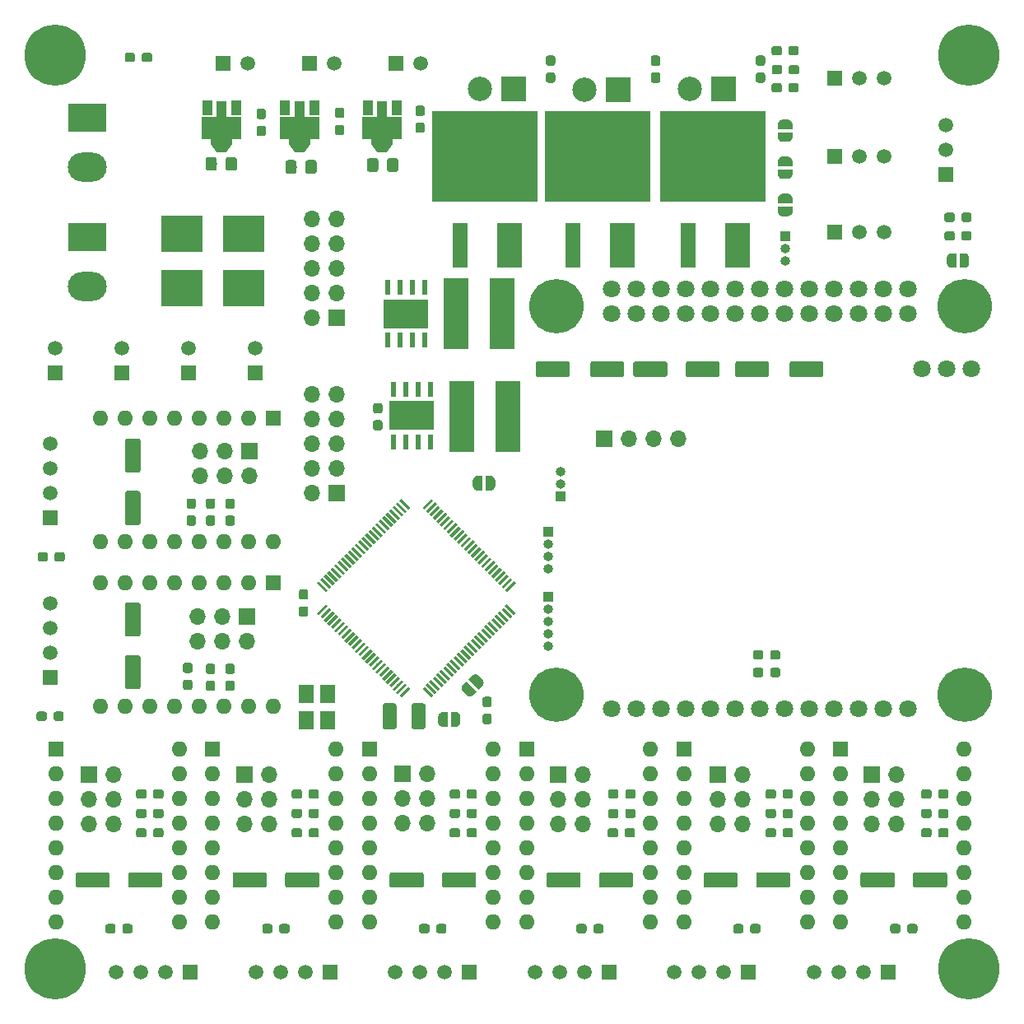
<source format=gbr>
G04 #@! TF.GenerationSoftware,KiCad,Pcbnew,5.1.2-f72e74a~84~ubuntu18.04.1*
G04 #@! TF.CreationDate,2019-06-18T18:41:53+08:00*
G04 #@! TF.ProjectId,printer-board,7072696e-7465-4722-9d62-6f6172642e6b,rev?*
G04 #@! TF.SameCoordinates,Original*
G04 #@! TF.FileFunction,Soldermask,Top*
G04 #@! TF.FilePolarity,Negative*
%FSLAX46Y46*%
G04 Gerber Fmt 4.6, Leading zero omitted, Abs format (unit mm)*
G04 Created by KiCad (PCBNEW 5.1.2-f72e74a~84~ubuntu18.04.1) date 2019-06-18 18:41:53*
%MOMM*%
%LPD*%
G04 APERTURE LIST*
%ADD10C,2.000000*%
%ADD11C,1.200000*%
%ADD12C,0.100000*%
%ADD13C,1.150000*%
%ADD14C,0.500000*%
%ADD15R,2.500000X2.500000*%
%ADD16C,2.500000*%
%ADD17C,1.600000*%
%ADD18O,1.000000X1.000000*%
%ADD19R,1.000000X1.000000*%
%ADD20O,1.700000X1.700000*%
%ADD21R,1.700000X1.700000*%
%ADD22C,0.950000*%
%ADD23R,2.600000X7.300000*%
%ADD24O,4.000000X3.000000*%
%ADD25R,4.000000X3.000000*%
%ADD26C,0.600000*%
%ADD27R,4.239260X3.810000*%
%ADD28R,1.650000X1.950000*%
%ADD29C,1.425000*%
%ADD30C,1.500000*%
%ADD31R,1.500000X1.500000*%
%ADD32C,5.600000*%
%ADD33C,1.800000*%
%ADD34C,6.300000*%
%ADD35R,10.800000X9.400000*%
%ADD36R,2.500000X4.600000*%
%ADD37R,1.500000X4.600000*%
%ADD38R,1.524000X1.524000*%
%ADD39C,1.000000*%
%ADD40R,2.200000X1.840000*%
%ADD41R,1.000000X1.500000*%
%ADD42R,1.000000X1.800000*%
%ADD43C,0.850000*%
%ADD44R,1.600000X1.600000*%
%ADD45O,1.600000X1.600000*%
%ADD46C,0.300000*%
%ADD47R,1.500000X1.200000*%
%ADD48R,0.600000X1.550000*%
G04 APERTURE END LIST*
D10*
X98177730Y-28800000D02*
G75*
G03X98177730Y-28800000I-1577730J0D01*
G01*
X98177730Y-68800000D02*
G75*
G03X98177730Y-68800000I-1577730J0D01*
G01*
X56177730Y-68800000D02*
G75*
G03X56177730Y-68800000I-1577730J0D01*
G01*
X56177000Y-28800000D02*
G75*
G03X56177000Y-28800000I-1577000J0D01*
G01*
D11*
X4905000Y-3000000D02*
G75*
G03X4905000Y-3000000I-1905000J0D01*
G01*
X98905000Y-3000000D02*
G75*
G03X98905000Y-3000000I-1905000J0D01*
G01*
X4905000Y-97000000D02*
G75*
G03X4905000Y-97000000I-1905000J0D01*
G01*
X98905000Y-97000000D02*
G75*
G03X98905000Y-97000000I-1905000J0D01*
G01*
D12*
G36*
X38074505Y-13601204D02*
G01*
X38098773Y-13604804D01*
X38122572Y-13610765D01*
X38145671Y-13619030D01*
X38167850Y-13629520D01*
X38188893Y-13642132D01*
X38208599Y-13656747D01*
X38226777Y-13673223D01*
X38243253Y-13691401D01*
X38257868Y-13711107D01*
X38270480Y-13732150D01*
X38280970Y-13754329D01*
X38289235Y-13777428D01*
X38295196Y-13801227D01*
X38298796Y-13825495D01*
X38300000Y-13849999D01*
X38300000Y-14750001D01*
X38298796Y-14774505D01*
X38295196Y-14798773D01*
X38289235Y-14822572D01*
X38280970Y-14845671D01*
X38270480Y-14867850D01*
X38257868Y-14888893D01*
X38243253Y-14908599D01*
X38226777Y-14926777D01*
X38208599Y-14943253D01*
X38188893Y-14957868D01*
X38167850Y-14970480D01*
X38145671Y-14980970D01*
X38122572Y-14989235D01*
X38098773Y-14995196D01*
X38074505Y-14998796D01*
X38050001Y-15000000D01*
X37399999Y-15000000D01*
X37375495Y-14998796D01*
X37351227Y-14995196D01*
X37327428Y-14989235D01*
X37304329Y-14980970D01*
X37282150Y-14970480D01*
X37261107Y-14957868D01*
X37241401Y-14943253D01*
X37223223Y-14926777D01*
X37206747Y-14908599D01*
X37192132Y-14888893D01*
X37179520Y-14867850D01*
X37169030Y-14845671D01*
X37160765Y-14822572D01*
X37154804Y-14798773D01*
X37151204Y-14774505D01*
X37150000Y-14750001D01*
X37150000Y-13849999D01*
X37151204Y-13825495D01*
X37154804Y-13801227D01*
X37160765Y-13777428D01*
X37169030Y-13754329D01*
X37179520Y-13732150D01*
X37192132Y-13711107D01*
X37206747Y-13691401D01*
X37223223Y-13673223D01*
X37241401Y-13656747D01*
X37261107Y-13642132D01*
X37282150Y-13629520D01*
X37304329Y-13619030D01*
X37327428Y-13610765D01*
X37351227Y-13604804D01*
X37375495Y-13601204D01*
X37399999Y-13600000D01*
X38050001Y-13600000D01*
X38074505Y-13601204D01*
X38074505Y-13601204D01*
G37*
D13*
X37725000Y-14300000D03*
D12*
G36*
X36024505Y-13601204D02*
G01*
X36048773Y-13604804D01*
X36072572Y-13610765D01*
X36095671Y-13619030D01*
X36117850Y-13629520D01*
X36138893Y-13642132D01*
X36158599Y-13656747D01*
X36176777Y-13673223D01*
X36193253Y-13691401D01*
X36207868Y-13711107D01*
X36220480Y-13732150D01*
X36230970Y-13754329D01*
X36239235Y-13777428D01*
X36245196Y-13801227D01*
X36248796Y-13825495D01*
X36250000Y-13849999D01*
X36250000Y-14750001D01*
X36248796Y-14774505D01*
X36245196Y-14798773D01*
X36239235Y-14822572D01*
X36230970Y-14845671D01*
X36220480Y-14867850D01*
X36207868Y-14888893D01*
X36193253Y-14908599D01*
X36176777Y-14926777D01*
X36158599Y-14943253D01*
X36138893Y-14957868D01*
X36117850Y-14970480D01*
X36095671Y-14980970D01*
X36072572Y-14989235D01*
X36048773Y-14995196D01*
X36024505Y-14998796D01*
X36000001Y-15000000D01*
X35349999Y-15000000D01*
X35325495Y-14998796D01*
X35301227Y-14995196D01*
X35277428Y-14989235D01*
X35254329Y-14980970D01*
X35232150Y-14970480D01*
X35211107Y-14957868D01*
X35191401Y-14943253D01*
X35173223Y-14926777D01*
X35156747Y-14908599D01*
X35142132Y-14888893D01*
X35129520Y-14867850D01*
X35119030Y-14845671D01*
X35110765Y-14822572D01*
X35104804Y-14798773D01*
X35101204Y-14774505D01*
X35100000Y-14750001D01*
X35100000Y-13849999D01*
X35101204Y-13825495D01*
X35104804Y-13801227D01*
X35110765Y-13777428D01*
X35119030Y-13754329D01*
X35129520Y-13732150D01*
X35142132Y-13711107D01*
X35156747Y-13691401D01*
X35173223Y-13673223D01*
X35191401Y-13656747D01*
X35211107Y-13642132D01*
X35232150Y-13629520D01*
X35254329Y-13619030D01*
X35277428Y-13610765D01*
X35301227Y-13604804D01*
X35325495Y-13601204D01*
X35349999Y-13600000D01*
X36000001Y-13600000D01*
X36024505Y-13601204D01*
X36024505Y-13601204D01*
G37*
D13*
X35675000Y-14300000D03*
D12*
G36*
X21474505Y-13501204D02*
G01*
X21498773Y-13504804D01*
X21522572Y-13510765D01*
X21545671Y-13519030D01*
X21567850Y-13529520D01*
X21588893Y-13542132D01*
X21608599Y-13556747D01*
X21626777Y-13573223D01*
X21643253Y-13591401D01*
X21657868Y-13611107D01*
X21670480Y-13632150D01*
X21680970Y-13654329D01*
X21689235Y-13677428D01*
X21695196Y-13701227D01*
X21698796Y-13725495D01*
X21700000Y-13749999D01*
X21700000Y-14650001D01*
X21698796Y-14674505D01*
X21695196Y-14698773D01*
X21689235Y-14722572D01*
X21680970Y-14745671D01*
X21670480Y-14767850D01*
X21657868Y-14788893D01*
X21643253Y-14808599D01*
X21626777Y-14826777D01*
X21608599Y-14843253D01*
X21588893Y-14857868D01*
X21567850Y-14870480D01*
X21545671Y-14880970D01*
X21522572Y-14889235D01*
X21498773Y-14895196D01*
X21474505Y-14898796D01*
X21450001Y-14900000D01*
X20799999Y-14900000D01*
X20775495Y-14898796D01*
X20751227Y-14895196D01*
X20727428Y-14889235D01*
X20704329Y-14880970D01*
X20682150Y-14870480D01*
X20661107Y-14857868D01*
X20641401Y-14843253D01*
X20623223Y-14826777D01*
X20606747Y-14808599D01*
X20592132Y-14788893D01*
X20579520Y-14767850D01*
X20569030Y-14745671D01*
X20560765Y-14722572D01*
X20554804Y-14698773D01*
X20551204Y-14674505D01*
X20550000Y-14650001D01*
X20550000Y-13749999D01*
X20551204Y-13725495D01*
X20554804Y-13701227D01*
X20560765Y-13677428D01*
X20569030Y-13654329D01*
X20579520Y-13632150D01*
X20592132Y-13611107D01*
X20606747Y-13591401D01*
X20623223Y-13573223D01*
X20641401Y-13556747D01*
X20661107Y-13542132D01*
X20682150Y-13529520D01*
X20704329Y-13519030D01*
X20727428Y-13510765D01*
X20751227Y-13504804D01*
X20775495Y-13501204D01*
X20799999Y-13500000D01*
X21450001Y-13500000D01*
X21474505Y-13501204D01*
X21474505Y-13501204D01*
G37*
D13*
X21125000Y-14200000D03*
D12*
G36*
X19424505Y-13501204D02*
G01*
X19448773Y-13504804D01*
X19472572Y-13510765D01*
X19495671Y-13519030D01*
X19517850Y-13529520D01*
X19538893Y-13542132D01*
X19558599Y-13556747D01*
X19576777Y-13573223D01*
X19593253Y-13591401D01*
X19607868Y-13611107D01*
X19620480Y-13632150D01*
X19630970Y-13654329D01*
X19639235Y-13677428D01*
X19645196Y-13701227D01*
X19648796Y-13725495D01*
X19650000Y-13749999D01*
X19650000Y-14650001D01*
X19648796Y-14674505D01*
X19645196Y-14698773D01*
X19639235Y-14722572D01*
X19630970Y-14745671D01*
X19620480Y-14767850D01*
X19607868Y-14788893D01*
X19593253Y-14808599D01*
X19576777Y-14826777D01*
X19558599Y-14843253D01*
X19538893Y-14857868D01*
X19517850Y-14870480D01*
X19495671Y-14880970D01*
X19472572Y-14889235D01*
X19448773Y-14895196D01*
X19424505Y-14898796D01*
X19400001Y-14900000D01*
X18749999Y-14900000D01*
X18725495Y-14898796D01*
X18701227Y-14895196D01*
X18677428Y-14889235D01*
X18654329Y-14880970D01*
X18632150Y-14870480D01*
X18611107Y-14857868D01*
X18591401Y-14843253D01*
X18573223Y-14826777D01*
X18556747Y-14808599D01*
X18542132Y-14788893D01*
X18529520Y-14767850D01*
X18519030Y-14745671D01*
X18510765Y-14722572D01*
X18504804Y-14698773D01*
X18501204Y-14674505D01*
X18500000Y-14650001D01*
X18500000Y-13749999D01*
X18501204Y-13725495D01*
X18504804Y-13701227D01*
X18510765Y-13677428D01*
X18519030Y-13654329D01*
X18529520Y-13632150D01*
X18542132Y-13611107D01*
X18556747Y-13591401D01*
X18573223Y-13573223D01*
X18591401Y-13556747D01*
X18611107Y-13542132D01*
X18632150Y-13529520D01*
X18654329Y-13519030D01*
X18677428Y-13510765D01*
X18701227Y-13504804D01*
X18725495Y-13501204D01*
X18749999Y-13500000D01*
X19400001Y-13500000D01*
X19424505Y-13501204D01*
X19424505Y-13501204D01*
G37*
D13*
X19075000Y-14200000D03*
D12*
G36*
X29674505Y-13801204D02*
G01*
X29698773Y-13804804D01*
X29722572Y-13810765D01*
X29745671Y-13819030D01*
X29767850Y-13829520D01*
X29788893Y-13842132D01*
X29808599Y-13856747D01*
X29826777Y-13873223D01*
X29843253Y-13891401D01*
X29857868Y-13911107D01*
X29870480Y-13932150D01*
X29880970Y-13954329D01*
X29889235Y-13977428D01*
X29895196Y-14001227D01*
X29898796Y-14025495D01*
X29900000Y-14049999D01*
X29900000Y-14950001D01*
X29898796Y-14974505D01*
X29895196Y-14998773D01*
X29889235Y-15022572D01*
X29880970Y-15045671D01*
X29870480Y-15067850D01*
X29857868Y-15088893D01*
X29843253Y-15108599D01*
X29826777Y-15126777D01*
X29808599Y-15143253D01*
X29788893Y-15157868D01*
X29767850Y-15170480D01*
X29745671Y-15180970D01*
X29722572Y-15189235D01*
X29698773Y-15195196D01*
X29674505Y-15198796D01*
X29650001Y-15200000D01*
X28999999Y-15200000D01*
X28975495Y-15198796D01*
X28951227Y-15195196D01*
X28927428Y-15189235D01*
X28904329Y-15180970D01*
X28882150Y-15170480D01*
X28861107Y-15157868D01*
X28841401Y-15143253D01*
X28823223Y-15126777D01*
X28806747Y-15108599D01*
X28792132Y-15088893D01*
X28779520Y-15067850D01*
X28769030Y-15045671D01*
X28760765Y-15022572D01*
X28754804Y-14998773D01*
X28751204Y-14974505D01*
X28750000Y-14950001D01*
X28750000Y-14049999D01*
X28751204Y-14025495D01*
X28754804Y-14001227D01*
X28760765Y-13977428D01*
X28769030Y-13954329D01*
X28779520Y-13932150D01*
X28792132Y-13911107D01*
X28806747Y-13891401D01*
X28823223Y-13873223D01*
X28841401Y-13856747D01*
X28861107Y-13842132D01*
X28882150Y-13829520D01*
X28904329Y-13819030D01*
X28927428Y-13810765D01*
X28951227Y-13804804D01*
X28975495Y-13801204D01*
X28999999Y-13800000D01*
X29650001Y-13800000D01*
X29674505Y-13801204D01*
X29674505Y-13801204D01*
G37*
D13*
X29325000Y-14500000D03*
D12*
G36*
X27624505Y-13801204D02*
G01*
X27648773Y-13804804D01*
X27672572Y-13810765D01*
X27695671Y-13819030D01*
X27717850Y-13829520D01*
X27738893Y-13842132D01*
X27758599Y-13856747D01*
X27776777Y-13873223D01*
X27793253Y-13891401D01*
X27807868Y-13911107D01*
X27820480Y-13932150D01*
X27830970Y-13954329D01*
X27839235Y-13977428D01*
X27845196Y-14001227D01*
X27848796Y-14025495D01*
X27850000Y-14049999D01*
X27850000Y-14950001D01*
X27848796Y-14974505D01*
X27845196Y-14998773D01*
X27839235Y-15022572D01*
X27830970Y-15045671D01*
X27820480Y-15067850D01*
X27807868Y-15088893D01*
X27793253Y-15108599D01*
X27776777Y-15126777D01*
X27758599Y-15143253D01*
X27738893Y-15157868D01*
X27717850Y-15170480D01*
X27695671Y-15180970D01*
X27672572Y-15189235D01*
X27648773Y-15195196D01*
X27624505Y-15198796D01*
X27600001Y-15200000D01*
X26949999Y-15200000D01*
X26925495Y-15198796D01*
X26901227Y-15195196D01*
X26877428Y-15189235D01*
X26854329Y-15180970D01*
X26832150Y-15170480D01*
X26811107Y-15157868D01*
X26791401Y-15143253D01*
X26773223Y-15126777D01*
X26756747Y-15108599D01*
X26742132Y-15088893D01*
X26729520Y-15067850D01*
X26719030Y-15045671D01*
X26710765Y-15022572D01*
X26704804Y-14998773D01*
X26701204Y-14974505D01*
X26700000Y-14950001D01*
X26700000Y-14049999D01*
X26701204Y-14025495D01*
X26704804Y-14001227D01*
X26710765Y-13977428D01*
X26719030Y-13954329D01*
X26729520Y-13932150D01*
X26742132Y-13911107D01*
X26756747Y-13891401D01*
X26773223Y-13873223D01*
X26791401Y-13856747D01*
X26811107Y-13842132D01*
X26832150Y-13829520D01*
X26854329Y-13819030D01*
X26877428Y-13810765D01*
X26901227Y-13804804D01*
X26925495Y-13801204D01*
X26949999Y-13800000D01*
X27600001Y-13800000D01*
X27624505Y-13801204D01*
X27624505Y-13801204D01*
G37*
D13*
X27275000Y-14500000D03*
D14*
X42906066Y-71328249D03*
D12*
G36*
X42906066Y-72077647D02*
G01*
X42881532Y-72077647D01*
X42832701Y-72072837D01*
X42784576Y-72063265D01*
X42737621Y-72049021D01*
X42692288Y-72030244D01*
X42649015Y-72007113D01*
X42608216Y-71979853D01*
X42570287Y-71948725D01*
X42535590Y-71914028D01*
X42504462Y-71876099D01*
X42477202Y-71835300D01*
X42454071Y-71792027D01*
X42435294Y-71746694D01*
X42421050Y-71699739D01*
X42411478Y-71651614D01*
X42406668Y-71602783D01*
X42406668Y-71578249D01*
X42406066Y-71578249D01*
X42406066Y-71078249D01*
X42406668Y-71078249D01*
X42406668Y-71053715D01*
X42411478Y-71004884D01*
X42421050Y-70956759D01*
X42435294Y-70909804D01*
X42454071Y-70864471D01*
X42477202Y-70821198D01*
X42504462Y-70780399D01*
X42535590Y-70742470D01*
X42570287Y-70707773D01*
X42608216Y-70676645D01*
X42649015Y-70649385D01*
X42692288Y-70626254D01*
X42737621Y-70607477D01*
X42784576Y-70593233D01*
X42832701Y-70583661D01*
X42881532Y-70578851D01*
X42906066Y-70578851D01*
X42906066Y-70578249D01*
X43406066Y-70578249D01*
X43406066Y-72078249D01*
X42906066Y-72078249D01*
X42906066Y-72077647D01*
X42906066Y-72077647D01*
G37*
D14*
X44206066Y-71328249D03*
D12*
G36*
X43706066Y-70578249D02*
G01*
X44206066Y-70578249D01*
X44206066Y-70578851D01*
X44230600Y-70578851D01*
X44279431Y-70583661D01*
X44327556Y-70593233D01*
X44374511Y-70607477D01*
X44419844Y-70626254D01*
X44463117Y-70649385D01*
X44503916Y-70676645D01*
X44541845Y-70707773D01*
X44576542Y-70742470D01*
X44607670Y-70780399D01*
X44634930Y-70821198D01*
X44658061Y-70864471D01*
X44676838Y-70909804D01*
X44691082Y-70956759D01*
X44700654Y-71004884D01*
X44705464Y-71053715D01*
X44705464Y-71078249D01*
X44706066Y-71078249D01*
X44706066Y-71578249D01*
X44705464Y-71578249D01*
X44705464Y-71602783D01*
X44700654Y-71651614D01*
X44691082Y-71699739D01*
X44676838Y-71746694D01*
X44658061Y-71792027D01*
X44634930Y-71835300D01*
X44607670Y-71876099D01*
X44576542Y-71914028D01*
X44541845Y-71948725D01*
X44503916Y-71979853D01*
X44463117Y-72007113D01*
X44419844Y-72030244D01*
X44374511Y-72049021D01*
X44327556Y-72063265D01*
X44279431Y-72072837D01*
X44230600Y-72077647D01*
X44206066Y-72077647D01*
X44206066Y-72078249D01*
X43706066Y-72078249D01*
X43706066Y-70578249D01*
X43706066Y-70578249D01*
G37*
D15*
X71755000Y-6500000D03*
D16*
X68255000Y-6500000D03*
D15*
X60960000Y-6600000D03*
D16*
X57460000Y-6600000D03*
D15*
X50165000Y-6500000D03*
D16*
X46665000Y-6500000D03*
D12*
G36*
X65749504Y-34501204D02*
G01*
X65773773Y-34504804D01*
X65797571Y-34510765D01*
X65820671Y-34519030D01*
X65842849Y-34529520D01*
X65863893Y-34542133D01*
X65883598Y-34556747D01*
X65901777Y-34573223D01*
X65918253Y-34591402D01*
X65932867Y-34611107D01*
X65945480Y-34632151D01*
X65955970Y-34654329D01*
X65964235Y-34677429D01*
X65970196Y-34701227D01*
X65973796Y-34725496D01*
X65975000Y-34750000D01*
X65975000Y-35850000D01*
X65973796Y-35874504D01*
X65970196Y-35898773D01*
X65964235Y-35922571D01*
X65955970Y-35945671D01*
X65945480Y-35967849D01*
X65932867Y-35988893D01*
X65918253Y-36008598D01*
X65901777Y-36026777D01*
X65883598Y-36043253D01*
X65863893Y-36057867D01*
X65842849Y-36070480D01*
X65820671Y-36080970D01*
X65797571Y-36089235D01*
X65773773Y-36095196D01*
X65749504Y-36098796D01*
X65725000Y-36100000D01*
X62725000Y-36100000D01*
X62700496Y-36098796D01*
X62676227Y-36095196D01*
X62652429Y-36089235D01*
X62629329Y-36080970D01*
X62607151Y-36070480D01*
X62586107Y-36057867D01*
X62566402Y-36043253D01*
X62548223Y-36026777D01*
X62531747Y-36008598D01*
X62517133Y-35988893D01*
X62504520Y-35967849D01*
X62494030Y-35945671D01*
X62485765Y-35922571D01*
X62479804Y-35898773D01*
X62476204Y-35874504D01*
X62475000Y-35850000D01*
X62475000Y-34750000D01*
X62476204Y-34725496D01*
X62479804Y-34701227D01*
X62485765Y-34677429D01*
X62494030Y-34654329D01*
X62504520Y-34632151D01*
X62517133Y-34611107D01*
X62531747Y-34591402D01*
X62548223Y-34573223D01*
X62566402Y-34556747D01*
X62586107Y-34542133D01*
X62607151Y-34529520D01*
X62629329Y-34519030D01*
X62652429Y-34510765D01*
X62676227Y-34504804D01*
X62700496Y-34501204D01*
X62725000Y-34500000D01*
X65725000Y-34500000D01*
X65749504Y-34501204D01*
X65749504Y-34501204D01*
G37*
D17*
X64225000Y-35300000D03*
D12*
G36*
X71149504Y-34501204D02*
G01*
X71173773Y-34504804D01*
X71197571Y-34510765D01*
X71220671Y-34519030D01*
X71242849Y-34529520D01*
X71263893Y-34542133D01*
X71283598Y-34556747D01*
X71301777Y-34573223D01*
X71318253Y-34591402D01*
X71332867Y-34611107D01*
X71345480Y-34632151D01*
X71355970Y-34654329D01*
X71364235Y-34677429D01*
X71370196Y-34701227D01*
X71373796Y-34725496D01*
X71375000Y-34750000D01*
X71375000Y-35850000D01*
X71373796Y-35874504D01*
X71370196Y-35898773D01*
X71364235Y-35922571D01*
X71355970Y-35945671D01*
X71345480Y-35967849D01*
X71332867Y-35988893D01*
X71318253Y-36008598D01*
X71301777Y-36026777D01*
X71283598Y-36043253D01*
X71263893Y-36057867D01*
X71242849Y-36070480D01*
X71220671Y-36080970D01*
X71197571Y-36089235D01*
X71173773Y-36095196D01*
X71149504Y-36098796D01*
X71125000Y-36100000D01*
X68125000Y-36100000D01*
X68100496Y-36098796D01*
X68076227Y-36095196D01*
X68052429Y-36089235D01*
X68029329Y-36080970D01*
X68007151Y-36070480D01*
X67986107Y-36057867D01*
X67966402Y-36043253D01*
X67948223Y-36026777D01*
X67931747Y-36008598D01*
X67917133Y-35988893D01*
X67904520Y-35967849D01*
X67894030Y-35945671D01*
X67885765Y-35922571D01*
X67879804Y-35898773D01*
X67876204Y-35874504D01*
X67875000Y-35850000D01*
X67875000Y-34750000D01*
X67876204Y-34725496D01*
X67879804Y-34701227D01*
X67885765Y-34677429D01*
X67894030Y-34654329D01*
X67904520Y-34632151D01*
X67917133Y-34611107D01*
X67931747Y-34591402D01*
X67948223Y-34573223D01*
X67966402Y-34556747D01*
X67986107Y-34542133D01*
X68007151Y-34529520D01*
X68029329Y-34519030D01*
X68052429Y-34510765D01*
X68076227Y-34504804D01*
X68100496Y-34501204D01*
X68125000Y-34500000D01*
X71125000Y-34500000D01*
X71149504Y-34501204D01*
X71149504Y-34501204D01*
G37*
D17*
X69625000Y-35300000D03*
D14*
X46475000Y-47025000D03*
D12*
G36*
X46475000Y-47774398D02*
G01*
X46450466Y-47774398D01*
X46401635Y-47769588D01*
X46353510Y-47760016D01*
X46306555Y-47745772D01*
X46261222Y-47726995D01*
X46217949Y-47703864D01*
X46177150Y-47676604D01*
X46139221Y-47645476D01*
X46104524Y-47610779D01*
X46073396Y-47572850D01*
X46046136Y-47532051D01*
X46023005Y-47488778D01*
X46004228Y-47443445D01*
X45989984Y-47396490D01*
X45980412Y-47348365D01*
X45975602Y-47299534D01*
X45975602Y-47275000D01*
X45975000Y-47275000D01*
X45975000Y-46775000D01*
X45975602Y-46775000D01*
X45975602Y-46750466D01*
X45980412Y-46701635D01*
X45989984Y-46653510D01*
X46004228Y-46606555D01*
X46023005Y-46561222D01*
X46046136Y-46517949D01*
X46073396Y-46477150D01*
X46104524Y-46439221D01*
X46139221Y-46404524D01*
X46177150Y-46373396D01*
X46217949Y-46346136D01*
X46261222Y-46323005D01*
X46306555Y-46304228D01*
X46353510Y-46289984D01*
X46401635Y-46280412D01*
X46450466Y-46275602D01*
X46475000Y-46275602D01*
X46475000Y-46275000D01*
X46975000Y-46275000D01*
X46975000Y-47775000D01*
X46475000Y-47775000D01*
X46475000Y-47774398D01*
X46475000Y-47774398D01*
G37*
D14*
X47775000Y-47025000D03*
D12*
G36*
X47275000Y-46275000D02*
G01*
X47775000Y-46275000D01*
X47775000Y-46275602D01*
X47799534Y-46275602D01*
X47848365Y-46280412D01*
X47896490Y-46289984D01*
X47943445Y-46304228D01*
X47988778Y-46323005D01*
X48032051Y-46346136D01*
X48072850Y-46373396D01*
X48110779Y-46404524D01*
X48145476Y-46439221D01*
X48176604Y-46477150D01*
X48203864Y-46517949D01*
X48226995Y-46561222D01*
X48245772Y-46606555D01*
X48260016Y-46653510D01*
X48269588Y-46701635D01*
X48274398Y-46750466D01*
X48274398Y-46775000D01*
X48275000Y-46775000D01*
X48275000Y-47275000D01*
X48274398Y-47275000D01*
X48274398Y-47299534D01*
X48269588Y-47348365D01*
X48260016Y-47396490D01*
X48245772Y-47443445D01*
X48226995Y-47488778D01*
X48203864Y-47532051D01*
X48176604Y-47572850D01*
X48145476Y-47610779D01*
X48110779Y-47645476D01*
X48072850Y-47676604D01*
X48032051Y-47703864D01*
X47988778Y-47726995D01*
X47943445Y-47745772D01*
X47896490Y-47760016D01*
X47848365Y-47769588D01*
X47799534Y-47774398D01*
X47775000Y-47774398D01*
X47775000Y-47775000D01*
X47275000Y-47775000D01*
X47275000Y-46275000D01*
X47275000Y-46275000D01*
G37*
D14*
X45490381Y-68284619D03*
D12*
G36*
X46020285Y-68814523D02*
G01*
X46002937Y-68831872D01*
X45965007Y-68862999D01*
X45924209Y-68890260D01*
X45880935Y-68913390D01*
X45835603Y-68932168D01*
X45788648Y-68946411D01*
X45740523Y-68955984D01*
X45691692Y-68960793D01*
X45642623Y-68960793D01*
X45593793Y-68955984D01*
X45545668Y-68946411D01*
X45498713Y-68932168D01*
X45453380Y-68913390D01*
X45410106Y-68890260D01*
X45369308Y-68862999D01*
X45331378Y-68831872D01*
X45314030Y-68814523D01*
X45313604Y-68814949D01*
X44960051Y-68461396D01*
X44960477Y-68460970D01*
X44943128Y-68443622D01*
X44912001Y-68405692D01*
X44884740Y-68364894D01*
X44861610Y-68321620D01*
X44842832Y-68276287D01*
X44828589Y-68229332D01*
X44819016Y-68181207D01*
X44814207Y-68132377D01*
X44814207Y-68083308D01*
X44819016Y-68034477D01*
X44828589Y-67986352D01*
X44842832Y-67939397D01*
X44861610Y-67894065D01*
X44884740Y-67850791D01*
X44912001Y-67809993D01*
X44943128Y-67772063D01*
X44960477Y-67754715D01*
X44960051Y-67754289D01*
X45313604Y-67400736D01*
X46374264Y-68461396D01*
X46020711Y-68814949D01*
X46020285Y-68814523D01*
X46020285Y-68814523D01*
G37*
D14*
X46409619Y-67365381D03*
D12*
G36*
X45525736Y-67188604D02*
G01*
X45879289Y-66835051D01*
X45879715Y-66835477D01*
X45897063Y-66818128D01*
X45934993Y-66787001D01*
X45975791Y-66759740D01*
X46019065Y-66736610D01*
X46064397Y-66717832D01*
X46111352Y-66703589D01*
X46159477Y-66694016D01*
X46208308Y-66689207D01*
X46257377Y-66689207D01*
X46306207Y-66694016D01*
X46354332Y-66703589D01*
X46401287Y-66717832D01*
X46446620Y-66736610D01*
X46489894Y-66759740D01*
X46530692Y-66787001D01*
X46568622Y-66818128D01*
X46585970Y-66835477D01*
X46586396Y-66835051D01*
X46939949Y-67188604D01*
X46939523Y-67189030D01*
X46956872Y-67206378D01*
X46987999Y-67244308D01*
X47015260Y-67285106D01*
X47038390Y-67328380D01*
X47057168Y-67373713D01*
X47071411Y-67420668D01*
X47080984Y-67468793D01*
X47085793Y-67517623D01*
X47085793Y-67566692D01*
X47080984Y-67615523D01*
X47071411Y-67663648D01*
X47057168Y-67710603D01*
X47038390Y-67755935D01*
X47015260Y-67799209D01*
X46987999Y-67840007D01*
X46956872Y-67877937D01*
X46939523Y-67895285D01*
X46939949Y-67895711D01*
X46586396Y-68249264D01*
X45525736Y-67188604D01*
X45525736Y-67188604D01*
G37*
D18*
X54975000Y-45885000D03*
X54975000Y-47155000D03*
D19*
X54975000Y-48425000D03*
D20*
X67120000Y-42500000D03*
X64580000Y-42500000D03*
X62040000Y-42500000D03*
D21*
X59500000Y-42500000D03*
D12*
G36*
X77560778Y-4026144D02*
G01*
X77583833Y-4029563D01*
X77606442Y-4035227D01*
X77628386Y-4043079D01*
X77649456Y-4053044D01*
X77669447Y-4065026D01*
X77688167Y-4078910D01*
X77705437Y-4094562D01*
X77721089Y-4111832D01*
X77734973Y-4130552D01*
X77746955Y-4150543D01*
X77756920Y-4171613D01*
X77764772Y-4193557D01*
X77770436Y-4216166D01*
X77773855Y-4239221D01*
X77774999Y-4262500D01*
X77774999Y-4737500D01*
X77773855Y-4760779D01*
X77770436Y-4783834D01*
X77764772Y-4806443D01*
X77756920Y-4828387D01*
X77746955Y-4849457D01*
X77734973Y-4869448D01*
X77721089Y-4888168D01*
X77705437Y-4905438D01*
X77688167Y-4921090D01*
X77669447Y-4934974D01*
X77649456Y-4946956D01*
X77628386Y-4956921D01*
X77606442Y-4964773D01*
X77583833Y-4970437D01*
X77560778Y-4973856D01*
X77537499Y-4975000D01*
X76962499Y-4975000D01*
X76939220Y-4973856D01*
X76916165Y-4970437D01*
X76893556Y-4964773D01*
X76871612Y-4956921D01*
X76850542Y-4946956D01*
X76830551Y-4934974D01*
X76811831Y-4921090D01*
X76794561Y-4905438D01*
X76778909Y-4888168D01*
X76765025Y-4869448D01*
X76753043Y-4849457D01*
X76743078Y-4828387D01*
X76735226Y-4806443D01*
X76729562Y-4783834D01*
X76726143Y-4760779D01*
X76724999Y-4737500D01*
X76724999Y-4262500D01*
X76726143Y-4239221D01*
X76729562Y-4216166D01*
X76735226Y-4193557D01*
X76743078Y-4171613D01*
X76753043Y-4150543D01*
X76765025Y-4130552D01*
X76778909Y-4111832D01*
X76794561Y-4094562D01*
X76811831Y-4078910D01*
X76830551Y-4065026D01*
X76850542Y-4053044D01*
X76871612Y-4043079D01*
X76893556Y-4035227D01*
X76916165Y-4029563D01*
X76939220Y-4026144D01*
X76962499Y-4025000D01*
X77537499Y-4025000D01*
X77560778Y-4026144D01*
X77560778Y-4026144D01*
G37*
D22*
X77249999Y-4500000D03*
D12*
G36*
X79310778Y-4026144D02*
G01*
X79333833Y-4029563D01*
X79356442Y-4035227D01*
X79378386Y-4043079D01*
X79399456Y-4053044D01*
X79419447Y-4065026D01*
X79438167Y-4078910D01*
X79455437Y-4094562D01*
X79471089Y-4111832D01*
X79484973Y-4130552D01*
X79496955Y-4150543D01*
X79506920Y-4171613D01*
X79514772Y-4193557D01*
X79520436Y-4216166D01*
X79523855Y-4239221D01*
X79524999Y-4262500D01*
X79524999Y-4737500D01*
X79523855Y-4760779D01*
X79520436Y-4783834D01*
X79514772Y-4806443D01*
X79506920Y-4828387D01*
X79496955Y-4849457D01*
X79484973Y-4869448D01*
X79471089Y-4888168D01*
X79455437Y-4905438D01*
X79438167Y-4921090D01*
X79419447Y-4934974D01*
X79399456Y-4946956D01*
X79378386Y-4956921D01*
X79356442Y-4964773D01*
X79333833Y-4970437D01*
X79310778Y-4973856D01*
X79287499Y-4975000D01*
X78712499Y-4975000D01*
X78689220Y-4973856D01*
X78666165Y-4970437D01*
X78643556Y-4964773D01*
X78621612Y-4956921D01*
X78600542Y-4946956D01*
X78580551Y-4934974D01*
X78561831Y-4921090D01*
X78544561Y-4905438D01*
X78528909Y-4888168D01*
X78515025Y-4869448D01*
X78503043Y-4849457D01*
X78493078Y-4828387D01*
X78485226Y-4806443D01*
X78479562Y-4783834D01*
X78476143Y-4760779D01*
X78474999Y-4737500D01*
X78474999Y-4262500D01*
X78476143Y-4239221D01*
X78479562Y-4216166D01*
X78485226Y-4193557D01*
X78493078Y-4171613D01*
X78503043Y-4150543D01*
X78515025Y-4130552D01*
X78528909Y-4111832D01*
X78544561Y-4094562D01*
X78561831Y-4078910D01*
X78580551Y-4065026D01*
X78600542Y-4053044D01*
X78621612Y-4043079D01*
X78643556Y-4035227D01*
X78666165Y-4029563D01*
X78689220Y-4026144D01*
X78712499Y-4025000D01*
X79287499Y-4025000D01*
X79310778Y-4026144D01*
X79310778Y-4026144D01*
G37*
D22*
X78999999Y-4500000D03*
D23*
X44250000Y-29600000D03*
X48950000Y-29600000D03*
X44850000Y-40200000D03*
X49550000Y-40200000D03*
D12*
G36*
X36460779Y-38801144D02*
G01*
X36483834Y-38804563D01*
X36506443Y-38810227D01*
X36528387Y-38818079D01*
X36549457Y-38828044D01*
X36569448Y-38840026D01*
X36588168Y-38853910D01*
X36605438Y-38869562D01*
X36621090Y-38886832D01*
X36634974Y-38905552D01*
X36646956Y-38925543D01*
X36656921Y-38946613D01*
X36664773Y-38968557D01*
X36670437Y-38991166D01*
X36673856Y-39014221D01*
X36675000Y-39037500D01*
X36675000Y-39612500D01*
X36673856Y-39635779D01*
X36670437Y-39658834D01*
X36664773Y-39681443D01*
X36656921Y-39703387D01*
X36646956Y-39724457D01*
X36634974Y-39744448D01*
X36621090Y-39763168D01*
X36605438Y-39780438D01*
X36588168Y-39796090D01*
X36569448Y-39809974D01*
X36549457Y-39821956D01*
X36528387Y-39831921D01*
X36506443Y-39839773D01*
X36483834Y-39845437D01*
X36460779Y-39848856D01*
X36437500Y-39850000D01*
X35962500Y-39850000D01*
X35939221Y-39848856D01*
X35916166Y-39845437D01*
X35893557Y-39839773D01*
X35871613Y-39831921D01*
X35850543Y-39821956D01*
X35830552Y-39809974D01*
X35811832Y-39796090D01*
X35794562Y-39780438D01*
X35778910Y-39763168D01*
X35765026Y-39744448D01*
X35753044Y-39724457D01*
X35743079Y-39703387D01*
X35735227Y-39681443D01*
X35729563Y-39658834D01*
X35726144Y-39635779D01*
X35725000Y-39612500D01*
X35725000Y-39037500D01*
X35726144Y-39014221D01*
X35729563Y-38991166D01*
X35735227Y-38968557D01*
X35743079Y-38946613D01*
X35753044Y-38925543D01*
X35765026Y-38905552D01*
X35778910Y-38886832D01*
X35794562Y-38869562D01*
X35811832Y-38853910D01*
X35830552Y-38840026D01*
X35850543Y-38828044D01*
X35871613Y-38818079D01*
X35893557Y-38810227D01*
X35916166Y-38804563D01*
X35939221Y-38801144D01*
X35962500Y-38800000D01*
X36437500Y-38800000D01*
X36460779Y-38801144D01*
X36460779Y-38801144D01*
G37*
D22*
X36200000Y-39325000D03*
D12*
G36*
X36460779Y-40551144D02*
G01*
X36483834Y-40554563D01*
X36506443Y-40560227D01*
X36528387Y-40568079D01*
X36549457Y-40578044D01*
X36569448Y-40590026D01*
X36588168Y-40603910D01*
X36605438Y-40619562D01*
X36621090Y-40636832D01*
X36634974Y-40655552D01*
X36646956Y-40675543D01*
X36656921Y-40696613D01*
X36664773Y-40718557D01*
X36670437Y-40741166D01*
X36673856Y-40764221D01*
X36675000Y-40787500D01*
X36675000Y-41362500D01*
X36673856Y-41385779D01*
X36670437Y-41408834D01*
X36664773Y-41431443D01*
X36656921Y-41453387D01*
X36646956Y-41474457D01*
X36634974Y-41494448D01*
X36621090Y-41513168D01*
X36605438Y-41530438D01*
X36588168Y-41546090D01*
X36569448Y-41559974D01*
X36549457Y-41571956D01*
X36528387Y-41581921D01*
X36506443Y-41589773D01*
X36483834Y-41595437D01*
X36460779Y-41598856D01*
X36437500Y-41600000D01*
X35962500Y-41600000D01*
X35939221Y-41598856D01*
X35916166Y-41595437D01*
X35893557Y-41589773D01*
X35871613Y-41581921D01*
X35850543Y-41571956D01*
X35830552Y-41559974D01*
X35811832Y-41546090D01*
X35794562Y-41530438D01*
X35778910Y-41513168D01*
X35765026Y-41494448D01*
X35753044Y-41474457D01*
X35743079Y-41453387D01*
X35735227Y-41431443D01*
X35729563Y-41408834D01*
X35726144Y-41385779D01*
X35725000Y-41362500D01*
X35725000Y-40787500D01*
X35726144Y-40764221D01*
X35729563Y-40741166D01*
X35735227Y-40718557D01*
X35743079Y-40696613D01*
X35753044Y-40675543D01*
X35765026Y-40655552D01*
X35778910Y-40636832D01*
X35794562Y-40619562D01*
X35811832Y-40603910D01*
X35830552Y-40590026D01*
X35850543Y-40578044D01*
X35871613Y-40568079D01*
X35893557Y-40560227D01*
X35916166Y-40554563D01*
X35939221Y-40551144D01*
X35962500Y-40550000D01*
X36437500Y-40550000D01*
X36460779Y-40551144D01*
X36460779Y-40551144D01*
G37*
D22*
X36200000Y-41075000D03*
D24*
X6300000Y-14480000D03*
D25*
X6300000Y-9400000D03*
D24*
X6300000Y-26780000D03*
D25*
X6300000Y-21700000D03*
D26*
X23772000Y-28270000D03*
X22502000Y-28270000D03*
X21232000Y-28270000D03*
X23772000Y-27000000D03*
X22502000Y-27000000D03*
X21232000Y-27000000D03*
X23772000Y-25730000D03*
X22502000Y-25730000D03*
X21232000Y-25730000D03*
X17422000Y-28270000D03*
X16152000Y-28270000D03*
X14882000Y-28270000D03*
X17422000Y-27000000D03*
X16152000Y-27000000D03*
X14882000Y-27000000D03*
X17422000Y-25730000D03*
X16152000Y-25730000D03*
X14882000Y-25730000D03*
D27*
X16012300Y-27000000D03*
X22387700Y-27000000D03*
D26*
X23772000Y-22670000D03*
X22502000Y-22670000D03*
X21232000Y-22670000D03*
X23772000Y-21400000D03*
X22502000Y-21400000D03*
X21232000Y-21400000D03*
X23772000Y-20130000D03*
X22502000Y-20130000D03*
X21232000Y-20130000D03*
X17422000Y-22670000D03*
X16152000Y-22670000D03*
X14882000Y-22670000D03*
X17422000Y-21400000D03*
X16152000Y-21400000D03*
X14882000Y-21400000D03*
X17422000Y-20130000D03*
X16152000Y-20130000D03*
X14882000Y-20130000D03*
D27*
X16012300Y-21400000D03*
X22387700Y-21400000D03*
D28*
X28841206Y-68686307D03*
X28841206Y-71436307D03*
X31041206Y-71436307D03*
X31041206Y-68686307D03*
D18*
X78105000Y-24130000D03*
X78105000Y-22860000D03*
D19*
X78105000Y-21590000D03*
D12*
G36*
X37899504Y-69676204D02*
G01*
X37923773Y-69679804D01*
X37947571Y-69685765D01*
X37970671Y-69694030D01*
X37992849Y-69704520D01*
X38013893Y-69717133D01*
X38033598Y-69731747D01*
X38051777Y-69748223D01*
X38068253Y-69766402D01*
X38082867Y-69786107D01*
X38095480Y-69807151D01*
X38105970Y-69829329D01*
X38114235Y-69852429D01*
X38120196Y-69876227D01*
X38123796Y-69900496D01*
X38125000Y-69925000D01*
X38125000Y-72075000D01*
X38123796Y-72099504D01*
X38120196Y-72123773D01*
X38114235Y-72147571D01*
X38105970Y-72170671D01*
X38095480Y-72192849D01*
X38082867Y-72213893D01*
X38068253Y-72233598D01*
X38051777Y-72251777D01*
X38033598Y-72268253D01*
X38013893Y-72282867D01*
X37992849Y-72295480D01*
X37970671Y-72305970D01*
X37947571Y-72314235D01*
X37923773Y-72320196D01*
X37899504Y-72323796D01*
X37875000Y-72325000D01*
X36950000Y-72325000D01*
X36925496Y-72323796D01*
X36901227Y-72320196D01*
X36877429Y-72314235D01*
X36854329Y-72305970D01*
X36832151Y-72295480D01*
X36811107Y-72282867D01*
X36791402Y-72268253D01*
X36773223Y-72251777D01*
X36756747Y-72233598D01*
X36742133Y-72213893D01*
X36729520Y-72192849D01*
X36719030Y-72170671D01*
X36710765Y-72147571D01*
X36704804Y-72123773D01*
X36701204Y-72099504D01*
X36700000Y-72075000D01*
X36700000Y-69925000D01*
X36701204Y-69900496D01*
X36704804Y-69876227D01*
X36710765Y-69852429D01*
X36719030Y-69829329D01*
X36729520Y-69807151D01*
X36742133Y-69786107D01*
X36756747Y-69766402D01*
X36773223Y-69748223D01*
X36791402Y-69731747D01*
X36811107Y-69717133D01*
X36832151Y-69704520D01*
X36854329Y-69694030D01*
X36877429Y-69685765D01*
X36901227Y-69679804D01*
X36925496Y-69676204D01*
X36950000Y-69675000D01*
X37875000Y-69675000D01*
X37899504Y-69676204D01*
X37899504Y-69676204D01*
G37*
D29*
X37412500Y-71000000D03*
D12*
G36*
X40874504Y-69676204D02*
G01*
X40898773Y-69679804D01*
X40922571Y-69685765D01*
X40945671Y-69694030D01*
X40967849Y-69704520D01*
X40988893Y-69717133D01*
X41008598Y-69731747D01*
X41026777Y-69748223D01*
X41043253Y-69766402D01*
X41057867Y-69786107D01*
X41070480Y-69807151D01*
X41080970Y-69829329D01*
X41089235Y-69852429D01*
X41095196Y-69876227D01*
X41098796Y-69900496D01*
X41100000Y-69925000D01*
X41100000Y-72075000D01*
X41098796Y-72099504D01*
X41095196Y-72123773D01*
X41089235Y-72147571D01*
X41080970Y-72170671D01*
X41070480Y-72192849D01*
X41057867Y-72213893D01*
X41043253Y-72233598D01*
X41026777Y-72251777D01*
X41008598Y-72268253D01*
X40988893Y-72282867D01*
X40967849Y-72295480D01*
X40945671Y-72305970D01*
X40922571Y-72314235D01*
X40898773Y-72320196D01*
X40874504Y-72323796D01*
X40850000Y-72325000D01*
X39925000Y-72325000D01*
X39900496Y-72323796D01*
X39876227Y-72320196D01*
X39852429Y-72314235D01*
X39829329Y-72305970D01*
X39807151Y-72295480D01*
X39786107Y-72282867D01*
X39766402Y-72268253D01*
X39748223Y-72251777D01*
X39731747Y-72233598D01*
X39717133Y-72213893D01*
X39704520Y-72192849D01*
X39694030Y-72170671D01*
X39685765Y-72147571D01*
X39679804Y-72123773D01*
X39676204Y-72099504D01*
X39675000Y-72075000D01*
X39675000Y-69925000D01*
X39676204Y-69900496D01*
X39679804Y-69876227D01*
X39685765Y-69852429D01*
X39694030Y-69829329D01*
X39704520Y-69807151D01*
X39717133Y-69786107D01*
X39731747Y-69766402D01*
X39748223Y-69748223D01*
X39766402Y-69731747D01*
X39786107Y-69717133D01*
X39807151Y-69704520D01*
X39829329Y-69694030D01*
X39852429Y-69685765D01*
X39876227Y-69679804D01*
X39900496Y-69676204D01*
X39925000Y-69675000D01*
X40850000Y-69675000D01*
X40874504Y-69676204D01*
X40874504Y-69676204D01*
G37*
D29*
X40387500Y-71000000D03*
D30*
X88280000Y-21200000D03*
X85740000Y-21200000D03*
D31*
X83200000Y-21200000D03*
D30*
X88280000Y-13400000D03*
X85740000Y-13400000D03*
D31*
X83200000Y-13400000D03*
D30*
X88280000Y-5400000D03*
X85740000Y-5400000D03*
D31*
X83200000Y-5400000D03*
X94615000Y-15240000D03*
D30*
X94615000Y-12700000D03*
X94615000Y-10160000D03*
D31*
X38100000Y-3810000D03*
D30*
X40640000Y-3810000D03*
D31*
X29210000Y-3810000D03*
D30*
X31750000Y-3810000D03*
D31*
X20320000Y-3810000D03*
D30*
X22860000Y-3810000D03*
D31*
X23600000Y-35650000D03*
D30*
X23600000Y-33110000D03*
D31*
X16730100Y-35650000D03*
D30*
X16730100Y-33110000D03*
D31*
X9860300Y-35650000D03*
D30*
X9860300Y-33110000D03*
D31*
X2990400Y-35650000D03*
D30*
X2990400Y-33110000D03*
X66720000Y-97300000D03*
X69260000Y-97300000D03*
X71800000Y-97300000D03*
D31*
X74340000Y-97300000D03*
D30*
X23640000Y-97300000D03*
X26180000Y-97300000D03*
X28720000Y-97300000D03*
D31*
X31260000Y-97300000D03*
D30*
X2500000Y-42980000D03*
X2500000Y-45520000D03*
X2500000Y-48060000D03*
D31*
X2500000Y-50600000D03*
D30*
X2500000Y-59380000D03*
X2500000Y-61920000D03*
X2500000Y-64460000D03*
D31*
X2500000Y-67000000D03*
D30*
X9280000Y-97300000D03*
X11820000Y-97300000D03*
X14360000Y-97300000D03*
D31*
X16900000Y-97300000D03*
D30*
X38000000Y-97300000D03*
X40540000Y-97300000D03*
X43080000Y-97300000D03*
D31*
X45620000Y-97300000D03*
D30*
X52360000Y-97300000D03*
X54900000Y-97300000D03*
X57440000Y-97300000D03*
D31*
X59980000Y-97300000D03*
D30*
X81080000Y-97300000D03*
X83620000Y-97300000D03*
X86160000Y-97300000D03*
D31*
X88700000Y-97300000D03*
D32*
X96600000Y-28800000D03*
D33*
X90700000Y-70260000D03*
X88160000Y-70260000D03*
X85620000Y-70260000D03*
X83080000Y-70260000D03*
X80540000Y-70260000D03*
X78000000Y-70260000D03*
X75460000Y-70260000D03*
X72920000Y-70260000D03*
X70380000Y-70260000D03*
X67840000Y-70260000D03*
X65300000Y-70260000D03*
X62760000Y-70260000D03*
X60220000Y-70260000D03*
X60220000Y-27080000D03*
X60220000Y-29620000D03*
X62760000Y-27080000D03*
X62760000Y-29620000D03*
X65300000Y-27080000D03*
X65300000Y-29620000D03*
X67840000Y-27080000D03*
X67840000Y-29620000D03*
X70380000Y-27080000D03*
X70380000Y-29620000D03*
X72920000Y-27080000D03*
X72920000Y-29620000D03*
X75460000Y-27080000D03*
X75460000Y-29620000D03*
X78000000Y-27080000D03*
X78000000Y-29620000D03*
X80540000Y-27080000D03*
X80540000Y-29620000D03*
X83080000Y-27080000D03*
X83080000Y-29620000D03*
X85620000Y-27080000D03*
X85620000Y-29620000D03*
X88160000Y-27080000D03*
X88160000Y-29620000D03*
X90700000Y-27080000D03*
X90700000Y-29620000D03*
X97280000Y-35240000D03*
X94740000Y-35240000D03*
X92200000Y-35240000D03*
D32*
X96600000Y-68800000D03*
X54600000Y-68800000D03*
X54600000Y-28800000D03*
D18*
X53750000Y-55810000D03*
X53750000Y-54540000D03*
X53750000Y-53270000D03*
D19*
X53750000Y-52000000D03*
D14*
X78100000Y-19065000D03*
D12*
G36*
X78849398Y-19065000D02*
G01*
X78849398Y-19089534D01*
X78844588Y-19138365D01*
X78835016Y-19186490D01*
X78820772Y-19233445D01*
X78801995Y-19278778D01*
X78778864Y-19322051D01*
X78751604Y-19362850D01*
X78720476Y-19400779D01*
X78685779Y-19435476D01*
X78647850Y-19466604D01*
X78607051Y-19493864D01*
X78563778Y-19516995D01*
X78518445Y-19535772D01*
X78471490Y-19550016D01*
X78423365Y-19559588D01*
X78374534Y-19564398D01*
X78350000Y-19564398D01*
X78350000Y-19565000D01*
X77850000Y-19565000D01*
X77850000Y-19564398D01*
X77825466Y-19564398D01*
X77776635Y-19559588D01*
X77728510Y-19550016D01*
X77681555Y-19535772D01*
X77636222Y-19516995D01*
X77592949Y-19493864D01*
X77552150Y-19466604D01*
X77514221Y-19435476D01*
X77479524Y-19400779D01*
X77448396Y-19362850D01*
X77421136Y-19322051D01*
X77398005Y-19278778D01*
X77379228Y-19233445D01*
X77364984Y-19186490D01*
X77355412Y-19138365D01*
X77350602Y-19089534D01*
X77350602Y-19065000D01*
X77350000Y-19065000D01*
X77350000Y-18565000D01*
X78850000Y-18565000D01*
X78850000Y-19065000D01*
X78849398Y-19065000D01*
X78849398Y-19065000D01*
G37*
D14*
X78100000Y-17765000D03*
D12*
G36*
X77350000Y-18265000D02*
G01*
X77350000Y-17765000D01*
X77350602Y-17765000D01*
X77350602Y-17740466D01*
X77355412Y-17691635D01*
X77364984Y-17643510D01*
X77379228Y-17596555D01*
X77398005Y-17551222D01*
X77421136Y-17507949D01*
X77448396Y-17467150D01*
X77479524Y-17429221D01*
X77514221Y-17394524D01*
X77552150Y-17363396D01*
X77592949Y-17336136D01*
X77636222Y-17313005D01*
X77681555Y-17294228D01*
X77728510Y-17279984D01*
X77776635Y-17270412D01*
X77825466Y-17265602D01*
X77850000Y-17265602D01*
X77850000Y-17265000D01*
X78350000Y-17265000D01*
X78350000Y-17265602D01*
X78374534Y-17265602D01*
X78423365Y-17270412D01*
X78471490Y-17279984D01*
X78518445Y-17294228D01*
X78563778Y-17313005D01*
X78607051Y-17336136D01*
X78647850Y-17363396D01*
X78685779Y-17394524D01*
X78720476Y-17429221D01*
X78751604Y-17467150D01*
X78778864Y-17507949D01*
X78801995Y-17551222D01*
X78820772Y-17596555D01*
X78835016Y-17643510D01*
X78844588Y-17691635D01*
X78849398Y-17740466D01*
X78849398Y-17765000D01*
X78850000Y-17765000D01*
X78850000Y-18265000D01*
X77350000Y-18265000D01*
X77350000Y-18265000D01*
G37*
D14*
X78100000Y-15240000D03*
D12*
G36*
X78849398Y-15240000D02*
G01*
X78849398Y-15264534D01*
X78844588Y-15313365D01*
X78835016Y-15361490D01*
X78820772Y-15408445D01*
X78801995Y-15453778D01*
X78778864Y-15497051D01*
X78751604Y-15537850D01*
X78720476Y-15575779D01*
X78685779Y-15610476D01*
X78647850Y-15641604D01*
X78607051Y-15668864D01*
X78563778Y-15691995D01*
X78518445Y-15710772D01*
X78471490Y-15725016D01*
X78423365Y-15734588D01*
X78374534Y-15739398D01*
X78350000Y-15739398D01*
X78350000Y-15740000D01*
X77850000Y-15740000D01*
X77850000Y-15739398D01*
X77825466Y-15739398D01*
X77776635Y-15734588D01*
X77728510Y-15725016D01*
X77681555Y-15710772D01*
X77636222Y-15691995D01*
X77592949Y-15668864D01*
X77552150Y-15641604D01*
X77514221Y-15610476D01*
X77479524Y-15575779D01*
X77448396Y-15537850D01*
X77421136Y-15497051D01*
X77398005Y-15453778D01*
X77379228Y-15408445D01*
X77364984Y-15361490D01*
X77355412Y-15313365D01*
X77350602Y-15264534D01*
X77350602Y-15240000D01*
X77350000Y-15240000D01*
X77350000Y-14740000D01*
X78850000Y-14740000D01*
X78850000Y-15240000D01*
X78849398Y-15240000D01*
X78849398Y-15240000D01*
G37*
D14*
X78100000Y-13940000D03*
D12*
G36*
X77350000Y-14440000D02*
G01*
X77350000Y-13940000D01*
X77350602Y-13940000D01*
X77350602Y-13915466D01*
X77355412Y-13866635D01*
X77364984Y-13818510D01*
X77379228Y-13771555D01*
X77398005Y-13726222D01*
X77421136Y-13682949D01*
X77448396Y-13642150D01*
X77479524Y-13604221D01*
X77514221Y-13569524D01*
X77552150Y-13538396D01*
X77592949Y-13511136D01*
X77636222Y-13488005D01*
X77681555Y-13469228D01*
X77728510Y-13454984D01*
X77776635Y-13445412D01*
X77825466Y-13440602D01*
X77850000Y-13440602D01*
X77850000Y-13440000D01*
X78350000Y-13440000D01*
X78350000Y-13440602D01*
X78374534Y-13440602D01*
X78423365Y-13445412D01*
X78471490Y-13454984D01*
X78518445Y-13469228D01*
X78563778Y-13488005D01*
X78607051Y-13511136D01*
X78647850Y-13538396D01*
X78685779Y-13569524D01*
X78720476Y-13604221D01*
X78751604Y-13642150D01*
X78778864Y-13682949D01*
X78801995Y-13726222D01*
X78820772Y-13771555D01*
X78835016Y-13818510D01*
X78844588Y-13866635D01*
X78849398Y-13915466D01*
X78849398Y-13940000D01*
X78850000Y-13940000D01*
X78850000Y-14440000D01*
X77350000Y-14440000D01*
X77350000Y-14440000D01*
G37*
D34*
X3000000Y-3000000D03*
X97000000Y-3000000D03*
X3000000Y-97000000D03*
X97000000Y-97000000D03*
D35*
X70650000Y-13425000D03*
D36*
X73190000Y-22575000D03*
D37*
X68110000Y-22575000D03*
D38*
X67475000Y-17054000D03*
X68745000Y-17054000D03*
X70015000Y-17054000D03*
X71285000Y-17054000D03*
X72555000Y-17054000D03*
X73825000Y-17054000D03*
X73825000Y-15606200D03*
X71285000Y-15606200D03*
X70015000Y-15606200D03*
X67475000Y-15606200D03*
X72555000Y-15606200D03*
X66205000Y-15606200D03*
X68745000Y-15606200D03*
X74968000Y-15606200D03*
X73825000Y-14158400D03*
X71285000Y-14158400D03*
X70015000Y-14158400D03*
X67475000Y-14158400D03*
X72555000Y-14158400D03*
X66205000Y-14158400D03*
X68745000Y-14158400D03*
X74968000Y-14158400D03*
X73825000Y-12710600D03*
X71285000Y-12710600D03*
X70015000Y-12710600D03*
X67475000Y-12710600D03*
X72555000Y-12710600D03*
X66205000Y-12710600D03*
X68745000Y-12710600D03*
X74968000Y-12710600D03*
X73825000Y-11262800D03*
X71285000Y-11262800D03*
X70015000Y-11262800D03*
X67475000Y-11262800D03*
X72555000Y-11262800D03*
X66205000Y-11262800D03*
X68745000Y-11262800D03*
X74968000Y-11262800D03*
X73825000Y-9815000D03*
X71285000Y-9815000D03*
X70015000Y-9815000D03*
X67475000Y-9815000D03*
X72555000Y-9815000D03*
X68745000Y-9815000D03*
D35*
X58850000Y-13425000D03*
D36*
X61390000Y-22575000D03*
D37*
X56310000Y-22575000D03*
D38*
X55675000Y-17054000D03*
X56945000Y-17054000D03*
X58215000Y-17054000D03*
X59485000Y-17054000D03*
X60755000Y-17054000D03*
X62025000Y-17054000D03*
X62025000Y-15606200D03*
X59485000Y-15606200D03*
X58215000Y-15606200D03*
X55675000Y-15606200D03*
X60755000Y-15606200D03*
X54405000Y-15606200D03*
X56945000Y-15606200D03*
X63168000Y-15606200D03*
X62025000Y-14158400D03*
X59485000Y-14158400D03*
X58215000Y-14158400D03*
X55675000Y-14158400D03*
X60755000Y-14158400D03*
X54405000Y-14158400D03*
X56945000Y-14158400D03*
X63168000Y-14158400D03*
X62025000Y-12710600D03*
X59485000Y-12710600D03*
X58215000Y-12710600D03*
X55675000Y-12710600D03*
X60755000Y-12710600D03*
X54405000Y-12710600D03*
X56945000Y-12710600D03*
X63168000Y-12710600D03*
X62025000Y-11262800D03*
X59485000Y-11262800D03*
X58215000Y-11262800D03*
X55675000Y-11262800D03*
X60755000Y-11262800D03*
X54405000Y-11262800D03*
X56945000Y-11262800D03*
X63168000Y-11262800D03*
X62025000Y-9815000D03*
X59485000Y-9815000D03*
X58215000Y-9815000D03*
X55675000Y-9815000D03*
X60755000Y-9815000D03*
X56945000Y-9815000D03*
D35*
X47250000Y-13425000D03*
D36*
X49790000Y-22575000D03*
D37*
X44710000Y-22575000D03*
D38*
X44075000Y-17054000D03*
X45345000Y-17054000D03*
X46615000Y-17054000D03*
X47885000Y-17054000D03*
X49155000Y-17054000D03*
X50425000Y-17054000D03*
X50425000Y-15606200D03*
X47885000Y-15606200D03*
X46615000Y-15606200D03*
X44075000Y-15606200D03*
X49155000Y-15606200D03*
X42805000Y-15606200D03*
X45345000Y-15606200D03*
X51568000Y-15606200D03*
X50425000Y-14158400D03*
X47885000Y-14158400D03*
X46615000Y-14158400D03*
X44075000Y-14158400D03*
X49155000Y-14158400D03*
X42805000Y-14158400D03*
X45345000Y-14158400D03*
X51568000Y-14158400D03*
X50425000Y-12710600D03*
X47885000Y-12710600D03*
X46615000Y-12710600D03*
X44075000Y-12710600D03*
X49155000Y-12710600D03*
X42805000Y-12710600D03*
X45345000Y-12710600D03*
X51568000Y-12710600D03*
X50425000Y-11262800D03*
X47885000Y-11262800D03*
X46615000Y-11262800D03*
X44075000Y-11262800D03*
X49155000Y-11262800D03*
X42805000Y-11262800D03*
X45345000Y-11262800D03*
X51568000Y-11262800D03*
X50425000Y-9815000D03*
X47885000Y-9815000D03*
X46615000Y-9815000D03*
X44075000Y-9815000D03*
X49155000Y-9815000D03*
X45345000Y-9815000D03*
X18880000Y-10916000D03*
X20150000Y-10916000D03*
X21420000Y-10916000D03*
X18880000Y-10154000D03*
X21420000Y-10154000D03*
X20150000Y-10154000D03*
D39*
X20150000Y-9823800D03*
D12*
G36*
X19050000Y-10323800D02*
G01*
X19750000Y-9323800D01*
X20550000Y-9323800D01*
X21250000Y-10323800D01*
X19050000Y-10323800D01*
X19050000Y-10323800D01*
G37*
D40*
X20150000Y-11233500D03*
D41*
X18650000Y-8420000D03*
D42*
X20150000Y-8566500D03*
D41*
X21650000Y-8420000D03*
D43*
X20150000Y-12567000D03*
D12*
G36*
X21250000Y-12142000D02*
G01*
X20650000Y-12992000D01*
X19650000Y-12992000D01*
X19050000Y-12142000D01*
X21250000Y-12142000D01*
X21250000Y-12142000D01*
G37*
D38*
X26880000Y-10916000D03*
X28150000Y-10916000D03*
X29420000Y-10916000D03*
X26880000Y-10154000D03*
X29420000Y-10154000D03*
X28150000Y-10154000D03*
D39*
X28150000Y-9823800D03*
D12*
G36*
X27050000Y-10323800D02*
G01*
X27750000Y-9323800D01*
X28550000Y-9323800D01*
X29250000Y-10323800D01*
X27050000Y-10323800D01*
X27050000Y-10323800D01*
G37*
D40*
X28150000Y-11233500D03*
D41*
X26650000Y-8420000D03*
D42*
X28150000Y-8566500D03*
D41*
X29650000Y-8420000D03*
D43*
X28150000Y-12567000D03*
D12*
G36*
X29250000Y-12142000D02*
G01*
X28650000Y-12992000D01*
X27650000Y-12992000D01*
X27050000Y-12142000D01*
X29250000Y-12142000D01*
X29250000Y-12142000D01*
G37*
D38*
X35380000Y-10916000D03*
X36650000Y-10916000D03*
X37920000Y-10916000D03*
X35380000Y-10154000D03*
X37920000Y-10154000D03*
X36650000Y-10154000D03*
D39*
X36650000Y-9823800D03*
D12*
G36*
X35550000Y-10323800D02*
G01*
X36250000Y-9323800D01*
X37050000Y-9323800D01*
X37750000Y-10323800D01*
X35550000Y-10323800D01*
X35550000Y-10323800D01*
G37*
D40*
X36650000Y-11233500D03*
D41*
X35150000Y-8420000D03*
D42*
X36650000Y-8566500D03*
D41*
X38150000Y-8420000D03*
D43*
X36650000Y-12567000D03*
D12*
G36*
X37750000Y-12142000D02*
G01*
X37150000Y-12992000D01*
X36150000Y-12992000D01*
X35550000Y-12142000D01*
X37750000Y-12142000D01*
X37750000Y-12142000D01*
G37*
D20*
X29460000Y-37880000D03*
X32000000Y-37880000D03*
X29460000Y-40420000D03*
X32000000Y-40420000D03*
X29460000Y-42960000D03*
X32000000Y-42960000D03*
X29460000Y-45500000D03*
X32000000Y-45500000D03*
X29460000Y-48040000D03*
D21*
X32000000Y-48040000D03*
X32000000Y-30000000D03*
D20*
X29460000Y-30000000D03*
X32000000Y-27460000D03*
X29460000Y-27460000D03*
X32000000Y-24920000D03*
X29460000Y-24920000D03*
X32000000Y-22380000D03*
X29460000Y-22380000D03*
X32000000Y-19840000D03*
X29460000Y-19840000D03*
X73699000Y-82080000D03*
X71159000Y-82080000D03*
X73699000Y-79540000D03*
X71159000Y-79540000D03*
X73699000Y-77000000D03*
D21*
X71159000Y-77000000D03*
D14*
X78105000Y-11430000D03*
D12*
G36*
X78854398Y-11430000D02*
G01*
X78854398Y-11454534D01*
X78849588Y-11503365D01*
X78840016Y-11551490D01*
X78825772Y-11598445D01*
X78806995Y-11643778D01*
X78783864Y-11687051D01*
X78756604Y-11727850D01*
X78725476Y-11765779D01*
X78690779Y-11800476D01*
X78652850Y-11831604D01*
X78612051Y-11858864D01*
X78568778Y-11881995D01*
X78523445Y-11900772D01*
X78476490Y-11915016D01*
X78428365Y-11924588D01*
X78379534Y-11929398D01*
X78355000Y-11929398D01*
X78355000Y-11930000D01*
X77855000Y-11930000D01*
X77855000Y-11929398D01*
X77830466Y-11929398D01*
X77781635Y-11924588D01*
X77733510Y-11915016D01*
X77686555Y-11900772D01*
X77641222Y-11881995D01*
X77597949Y-11858864D01*
X77557150Y-11831604D01*
X77519221Y-11800476D01*
X77484524Y-11765779D01*
X77453396Y-11727850D01*
X77426136Y-11687051D01*
X77403005Y-11643778D01*
X77384228Y-11598445D01*
X77369984Y-11551490D01*
X77360412Y-11503365D01*
X77355602Y-11454534D01*
X77355602Y-11430000D01*
X77355000Y-11430000D01*
X77355000Y-10930000D01*
X78855000Y-10930000D01*
X78855000Y-11430000D01*
X78854398Y-11430000D01*
X78854398Y-11430000D01*
G37*
D14*
X78105000Y-10130000D03*
D12*
G36*
X77355000Y-10630000D02*
G01*
X77355000Y-10130000D01*
X77355602Y-10130000D01*
X77355602Y-10105466D01*
X77360412Y-10056635D01*
X77369984Y-10008510D01*
X77384228Y-9961555D01*
X77403005Y-9916222D01*
X77426136Y-9872949D01*
X77453396Y-9832150D01*
X77484524Y-9794221D01*
X77519221Y-9759524D01*
X77557150Y-9728396D01*
X77597949Y-9701136D01*
X77641222Y-9678005D01*
X77686555Y-9659228D01*
X77733510Y-9644984D01*
X77781635Y-9635412D01*
X77830466Y-9630602D01*
X77855000Y-9630602D01*
X77855000Y-9630000D01*
X78355000Y-9630000D01*
X78355000Y-9630602D01*
X78379534Y-9630602D01*
X78428365Y-9635412D01*
X78476490Y-9644984D01*
X78523445Y-9659228D01*
X78568778Y-9678005D01*
X78612051Y-9701136D01*
X78652850Y-9728396D01*
X78690779Y-9759524D01*
X78725476Y-9794221D01*
X78756604Y-9832150D01*
X78783864Y-9872949D01*
X78806995Y-9916222D01*
X78825772Y-9961555D01*
X78840016Y-10008510D01*
X78849588Y-10056635D01*
X78854398Y-10105466D01*
X78854398Y-10130000D01*
X78855000Y-10130000D01*
X78855000Y-10630000D01*
X77355000Y-10630000D01*
X77355000Y-10630000D01*
G37*
D14*
X96535000Y-24130000D03*
D12*
G36*
X96535000Y-23380602D02*
G01*
X96559534Y-23380602D01*
X96608365Y-23385412D01*
X96656490Y-23394984D01*
X96703445Y-23409228D01*
X96748778Y-23428005D01*
X96792051Y-23451136D01*
X96832850Y-23478396D01*
X96870779Y-23509524D01*
X96905476Y-23544221D01*
X96936604Y-23582150D01*
X96963864Y-23622949D01*
X96986995Y-23666222D01*
X97005772Y-23711555D01*
X97020016Y-23758510D01*
X97029588Y-23806635D01*
X97034398Y-23855466D01*
X97034398Y-23880000D01*
X97035000Y-23880000D01*
X97035000Y-24380000D01*
X97034398Y-24380000D01*
X97034398Y-24404534D01*
X97029588Y-24453365D01*
X97020016Y-24501490D01*
X97005772Y-24548445D01*
X96986995Y-24593778D01*
X96963864Y-24637051D01*
X96936604Y-24677850D01*
X96905476Y-24715779D01*
X96870779Y-24750476D01*
X96832850Y-24781604D01*
X96792051Y-24808864D01*
X96748778Y-24831995D01*
X96703445Y-24850772D01*
X96656490Y-24865016D01*
X96608365Y-24874588D01*
X96559534Y-24879398D01*
X96535000Y-24879398D01*
X96535000Y-24880000D01*
X96035000Y-24880000D01*
X96035000Y-23380000D01*
X96535000Y-23380000D01*
X96535000Y-23380602D01*
X96535000Y-23380602D01*
G37*
D14*
X95235000Y-24130000D03*
D12*
G36*
X95735000Y-24880000D02*
G01*
X95235000Y-24880000D01*
X95235000Y-24879398D01*
X95210466Y-24879398D01*
X95161635Y-24874588D01*
X95113510Y-24865016D01*
X95066555Y-24850772D01*
X95021222Y-24831995D01*
X94977949Y-24808864D01*
X94937150Y-24781604D01*
X94899221Y-24750476D01*
X94864524Y-24715779D01*
X94833396Y-24677850D01*
X94806136Y-24637051D01*
X94783005Y-24593778D01*
X94764228Y-24548445D01*
X94749984Y-24501490D01*
X94740412Y-24453365D01*
X94735602Y-24404534D01*
X94735602Y-24380000D01*
X94735000Y-24380000D01*
X94735000Y-23880000D01*
X94735602Y-23880000D01*
X94735602Y-23855466D01*
X94740412Y-23806635D01*
X94749984Y-23758510D01*
X94764228Y-23711555D01*
X94783005Y-23666222D01*
X94806136Y-23622949D01*
X94833396Y-23582150D01*
X94864524Y-23544221D01*
X94899221Y-23509524D01*
X94937150Y-23478396D01*
X94977949Y-23451136D01*
X95021222Y-23428005D01*
X95066555Y-23409228D01*
X95113510Y-23394984D01*
X95161635Y-23385412D01*
X95210466Y-23380602D01*
X95235000Y-23380602D01*
X95235000Y-23380000D01*
X95735000Y-23380000D01*
X95735000Y-24880000D01*
X95735000Y-24880000D01*
G37*
G36*
X97070779Y-21116144D02*
G01*
X97093834Y-21119563D01*
X97116443Y-21125227D01*
X97138387Y-21133079D01*
X97159457Y-21143044D01*
X97179448Y-21155026D01*
X97198168Y-21168910D01*
X97215438Y-21184562D01*
X97231090Y-21201832D01*
X97244974Y-21220552D01*
X97256956Y-21240543D01*
X97266921Y-21261613D01*
X97274773Y-21283557D01*
X97280437Y-21306166D01*
X97283856Y-21329221D01*
X97285000Y-21352500D01*
X97285000Y-21827500D01*
X97283856Y-21850779D01*
X97280437Y-21873834D01*
X97274773Y-21896443D01*
X97266921Y-21918387D01*
X97256956Y-21939457D01*
X97244974Y-21959448D01*
X97231090Y-21978168D01*
X97215438Y-21995438D01*
X97198168Y-22011090D01*
X97179448Y-22024974D01*
X97159457Y-22036956D01*
X97138387Y-22046921D01*
X97116443Y-22054773D01*
X97093834Y-22060437D01*
X97070779Y-22063856D01*
X97047500Y-22065000D01*
X96472500Y-22065000D01*
X96449221Y-22063856D01*
X96426166Y-22060437D01*
X96403557Y-22054773D01*
X96381613Y-22046921D01*
X96360543Y-22036956D01*
X96340552Y-22024974D01*
X96321832Y-22011090D01*
X96304562Y-21995438D01*
X96288910Y-21978168D01*
X96275026Y-21959448D01*
X96263044Y-21939457D01*
X96253079Y-21918387D01*
X96245227Y-21896443D01*
X96239563Y-21873834D01*
X96236144Y-21850779D01*
X96235000Y-21827500D01*
X96235000Y-21352500D01*
X96236144Y-21329221D01*
X96239563Y-21306166D01*
X96245227Y-21283557D01*
X96253079Y-21261613D01*
X96263044Y-21240543D01*
X96275026Y-21220552D01*
X96288910Y-21201832D01*
X96304562Y-21184562D01*
X96321832Y-21168910D01*
X96340552Y-21155026D01*
X96360543Y-21143044D01*
X96381613Y-21133079D01*
X96403557Y-21125227D01*
X96426166Y-21119563D01*
X96449221Y-21116144D01*
X96472500Y-21115000D01*
X97047500Y-21115000D01*
X97070779Y-21116144D01*
X97070779Y-21116144D01*
G37*
D22*
X96760000Y-21590000D03*
D12*
G36*
X95320779Y-21116144D02*
G01*
X95343834Y-21119563D01*
X95366443Y-21125227D01*
X95388387Y-21133079D01*
X95409457Y-21143044D01*
X95429448Y-21155026D01*
X95448168Y-21168910D01*
X95465438Y-21184562D01*
X95481090Y-21201832D01*
X95494974Y-21220552D01*
X95506956Y-21240543D01*
X95516921Y-21261613D01*
X95524773Y-21283557D01*
X95530437Y-21306166D01*
X95533856Y-21329221D01*
X95535000Y-21352500D01*
X95535000Y-21827500D01*
X95533856Y-21850779D01*
X95530437Y-21873834D01*
X95524773Y-21896443D01*
X95516921Y-21918387D01*
X95506956Y-21939457D01*
X95494974Y-21959448D01*
X95481090Y-21978168D01*
X95465438Y-21995438D01*
X95448168Y-22011090D01*
X95429448Y-22024974D01*
X95409457Y-22036956D01*
X95388387Y-22046921D01*
X95366443Y-22054773D01*
X95343834Y-22060437D01*
X95320779Y-22063856D01*
X95297500Y-22065000D01*
X94722500Y-22065000D01*
X94699221Y-22063856D01*
X94676166Y-22060437D01*
X94653557Y-22054773D01*
X94631613Y-22046921D01*
X94610543Y-22036956D01*
X94590552Y-22024974D01*
X94571832Y-22011090D01*
X94554562Y-21995438D01*
X94538910Y-21978168D01*
X94525026Y-21959448D01*
X94513044Y-21939457D01*
X94503079Y-21918387D01*
X94495227Y-21896443D01*
X94489563Y-21873834D01*
X94486144Y-21850779D01*
X94485000Y-21827500D01*
X94485000Y-21352500D01*
X94486144Y-21329221D01*
X94489563Y-21306166D01*
X94495227Y-21283557D01*
X94503079Y-21261613D01*
X94513044Y-21240543D01*
X94525026Y-21220552D01*
X94538910Y-21201832D01*
X94554562Y-21184562D01*
X94571832Y-21168910D01*
X94590552Y-21155026D01*
X94610543Y-21143044D01*
X94631613Y-21133079D01*
X94653557Y-21125227D01*
X94676166Y-21119563D01*
X94699221Y-21116144D01*
X94722500Y-21115000D01*
X95297500Y-21115000D01*
X95320779Y-21116144D01*
X95320779Y-21116144D01*
G37*
D22*
X95010000Y-21590000D03*
D12*
G36*
X97070779Y-19211144D02*
G01*
X97093834Y-19214563D01*
X97116443Y-19220227D01*
X97138387Y-19228079D01*
X97159457Y-19238044D01*
X97179448Y-19250026D01*
X97198168Y-19263910D01*
X97215438Y-19279562D01*
X97231090Y-19296832D01*
X97244974Y-19315552D01*
X97256956Y-19335543D01*
X97266921Y-19356613D01*
X97274773Y-19378557D01*
X97280437Y-19401166D01*
X97283856Y-19424221D01*
X97285000Y-19447500D01*
X97285000Y-19922500D01*
X97283856Y-19945779D01*
X97280437Y-19968834D01*
X97274773Y-19991443D01*
X97266921Y-20013387D01*
X97256956Y-20034457D01*
X97244974Y-20054448D01*
X97231090Y-20073168D01*
X97215438Y-20090438D01*
X97198168Y-20106090D01*
X97179448Y-20119974D01*
X97159457Y-20131956D01*
X97138387Y-20141921D01*
X97116443Y-20149773D01*
X97093834Y-20155437D01*
X97070779Y-20158856D01*
X97047500Y-20160000D01*
X96472500Y-20160000D01*
X96449221Y-20158856D01*
X96426166Y-20155437D01*
X96403557Y-20149773D01*
X96381613Y-20141921D01*
X96360543Y-20131956D01*
X96340552Y-20119974D01*
X96321832Y-20106090D01*
X96304562Y-20090438D01*
X96288910Y-20073168D01*
X96275026Y-20054448D01*
X96263044Y-20034457D01*
X96253079Y-20013387D01*
X96245227Y-19991443D01*
X96239563Y-19968834D01*
X96236144Y-19945779D01*
X96235000Y-19922500D01*
X96235000Y-19447500D01*
X96236144Y-19424221D01*
X96239563Y-19401166D01*
X96245227Y-19378557D01*
X96253079Y-19356613D01*
X96263044Y-19335543D01*
X96275026Y-19315552D01*
X96288910Y-19296832D01*
X96304562Y-19279562D01*
X96321832Y-19263910D01*
X96340552Y-19250026D01*
X96360543Y-19238044D01*
X96381613Y-19228079D01*
X96403557Y-19220227D01*
X96426166Y-19214563D01*
X96449221Y-19211144D01*
X96472500Y-19210000D01*
X97047500Y-19210000D01*
X97070779Y-19211144D01*
X97070779Y-19211144D01*
G37*
D22*
X96760000Y-19685000D03*
D12*
G36*
X95320779Y-19211144D02*
G01*
X95343834Y-19214563D01*
X95366443Y-19220227D01*
X95388387Y-19228079D01*
X95409457Y-19238044D01*
X95429448Y-19250026D01*
X95448168Y-19263910D01*
X95465438Y-19279562D01*
X95481090Y-19296832D01*
X95494974Y-19315552D01*
X95506956Y-19335543D01*
X95516921Y-19356613D01*
X95524773Y-19378557D01*
X95530437Y-19401166D01*
X95533856Y-19424221D01*
X95535000Y-19447500D01*
X95535000Y-19922500D01*
X95533856Y-19945779D01*
X95530437Y-19968834D01*
X95524773Y-19991443D01*
X95516921Y-20013387D01*
X95506956Y-20034457D01*
X95494974Y-20054448D01*
X95481090Y-20073168D01*
X95465438Y-20090438D01*
X95448168Y-20106090D01*
X95429448Y-20119974D01*
X95409457Y-20131956D01*
X95388387Y-20141921D01*
X95366443Y-20149773D01*
X95343834Y-20155437D01*
X95320779Y-20158856D01*
X95297500Y-20160000D01*
X94722500Y-20160000D01*
X94699221Y-20158856D01*
X94676166Y-20155437D01*
X94653557Y-20149773D01*
X94631613Y-20141921D01*
X94610543Y-20131956D01*
X94590552Y-20119974D01*
X94571832Y-20106090D01*
X94554562Y-20090438D01*
X94538910Y-20073168D01*
X94525026Y-20054448D01*
X94513044Y-20034457D01*
X94503079Y-20013387D01*
X94495227Y-19991443D01*
X94489563Y-19968834D01*
X94486144Y-19945779D01*
X94485000Y-19922500D01*
X94485000Y-19447500D01*
X94486144Y-19424221D01*
X94489563Y-19401166D01*
X94495227Y-19378557D01*
X94503079Y-19356613D01*
X94513044Y-19335543D01*
X94525026Y-19315552D01*
X94538910Y-19296832D01*
X94554562Y-19279562D01*
X94571832Y-19263910D01*
X94590552Y-19250026D01*
X94610543Y-19238044D01*
X94631613Y-19228079D01*
X94653557Y-19220227D01*
X94676166Y-19214563D01*
X94699221Y-19211144D01*
X94722500Y-19210000D01*
X95297500Y-19210000D01*
X95320779Y-19211144D01*
X95320779Y-19211144D01*
G37*
D22*
X95010000Y-19685000D03*
D12*
G36*
X81824504Y-34501204D02*
G01*
X81848773Y-34504804D01*
X81872571Y-34510765D01*
X81895671Y-34519030D01*
X81917849Y-34529520D01*
X81938893Y-34542133D01*
X81958598Y-34556747D01*
X81976777Y-34573223D01*
X81993253Y-34591402D01*
X82007867Y-34611107D01*
X82020480Y-34632151D01*
X82030970Y-34654329D01*
X82039235Y-34677429D01*
X82045196Y-34701227D01*
X82048796Y-34725496D01*
X82050000Y-34750000D01*
X82050000Y-35850000D01*
X82048796Y-35874504D01*
X82045196Y-35898773D01*
X82039235Y-35922571D01*
X82030970Y-35945671D01*
X82020480Y-35967849D01*
X82007867Y-35988893D01*
X81993253Y-36008598D01*
X81976777Y-36026777D01*
X81958598Y-36043253D01*
X81938893Y-36057867D01*
X81917849Y-36070480D01*
X81895671Y-36080970D01*
X81872571Y-36089235D01*
X81848773Y-36095196D01*
X81824504Y-36098796D01*
X81800000Y-36100000D01*
X78800000Y-36100000D01*
X78775496Y-36098796D01*
X78751227Y-36095196D01*
X78727429Y-36089235D01*
X78704329Y-36080970D01*
X78682151Y-36070480D01*
X78661107Y-36057867D01*
X78641402Y-36043253D01*
X78623223Y-36026777D01*
X78606747Y-36008598D01*
X78592133Y-35988893D01*
X78579520Y-35967849D01*
X78569030Y-35945671D01*
X78560765Y-35922571D01*
X78554804Y-35898773D01*
X78551204Y-35874504D01*
X78550000Y-35850000D01*
X78550000Y-34750000D01*
X78551204Y-34725496D01*
X78554804Y-34701227D01*
X78560765Y-34677429D01*
X78569030Y-34654329D01*
X78579520Y-34632151D01*
X78592133Y-34611107D01*
X78606747Y-34591402D01*
X78623223Y-34573223D01*
X78641402Y-34556747D01*
X78661107Y-34542133D01*
X78682151Y-34529520D01*
X78704329Y-34519030D01*
X78727429Y-34510765D01*
X78751227Y-34504804D01*
X78775496Y-34501204D01*
X78800000Y-34500000D01*
X81800000Y-34500000D01*
X81824504Y-34501204D01*
X81824504Y-34501204D01*
G37*
D17*
X80300000Y-35300000D03*
D12*
G36*
X76224504Y-34501204D02*
G01*
X76248773Y-34504804D01*
X76272571Y-34510765D01*
X76295671Y-34519030D01*
X76317849Y-34529520D01*
X76338893Y-34542133D01*
X76358598Y-34556747D01*
X76376777Y-34573223D01*
X76393253Y-34591402D01*
X76407867Y-34611107D01*
X76420480Y-34632151D01*
X76430970Y-34654329D01*
X76439235Y-34677429D01*
X76445196Y-34701227D01*
X76448796Y-34725496D01*
X76450000Y-34750000D01*
X76450000Y-35850000D01*
X76448796Y-35874504D01*
X76445196Y-35898773D01*
X76439235Y-35922571D01*
X76430970Y-35945671D01*
X76420480Y-35967849D01*
X76407867Y-35988893D01*
X76393253Y-36008598D01*
X76376777Y-36026777D01*
X76358598Y-36043253D01*
X76338893Y-36057867D01*
X76317849Y-36070480D01*
X76295671Y-36080970D01*
X76272571Y-36089235D01*
X76248773Y-36095196D01*
X76224504Y-36098796D01*
X76200000Y-36100000D01*
X73200000Y-36100000D01*
X73175496Y-36098796D01*
X73151227Y-36095196D01*
X73127429Y-36089235D01*
X73104329Y-36080970D01*
X73082151Y-36070480D01*
X73061107Y-36057867D01*
X73041402Y-36043253D01*
X73023223Y-36026777D01*
X73006747Y-36008598D01*
X72992133Y-35988893D01*
X72979520Y-35967849D01*
X72969030Y-35945671D01*
X72960765Y-35922571D01*
X72954804Y-35898773D01*
X72951204Y-35874504D01*
X72950000Y-35850000D01*
X72950000Y-34750000D01*
X72951204Y-34725496D01*
X72954804Y-34701227D01*
X72960765Y-34677429D01*
X72969030Y-34654329D01*
X72979520Y-34632151D01*
X72992133Y-34611107D01*
X73006747Y-34591402D01*
X73023223Y-34573223D01*
X73041402Y-34556747D01*
X73061107Y-34542133D01*
X73082151Y-34529520D01*
X73104329Y-34519030D01*
X73127429Y-34510765D01*
X73151227Y-34504804D01*
X73175496Y-34501204D01*
X73200000Y-34500000D01*
X76200000Y-34500000D01*
X76224504Y-34501204D01*
X76224504Y-34501204D01*
G37*
D17*
X74700000Y-35300000D03*
D44*
X25485000Y-40385000D03*
D45*
X7705000Y-53085000D03*
X22945000Y-40385000D03*
X10245000Y-53085000D03*
X20405000Y-40385000D03*
X12785000Y-53085000D03*
X17865000Y-40385000D03*
X15325000Y-53085000D03*
X15325000Y-40385000D03*
X17865000Y-53085000D03*
X12785000Y-40385000D03*
X20405000Y-53085000D03*
X10245000Y-40385000D03*
X22945000Y-53085000D03*
X7705000Y-40385000D03*
X25485000Y-53085000D03*
D12*
G36*
X92935779Y-80526144D02*
G01*
X92958834Y-80529563D01*
X92981443Y-80535227D01*
X93003387Y-80543079D01*
X93024457Y-80553044D01*
X93044448Y-80565026D01*
X93063168Y-80578910D01*
X93080438Y-80594562D01*
X93096090Y-80611832D01*
X93109974Y-80630552D01*
X93121956Y-80650543D01*
X93131921Y-80671613D01*
X93139773Y-80693557D01*
X93145437Y-80716166D01*
X93148856Y-80739221D01*
X93150000Y-80762500D01*
X93150000Y-81237500D01*
X93148856Y-81260779D01*
X93145437Y-81283834D01*
X93139773Y-81306443D01*
X93131921Y-81328387D01*
X93121956Y-81349457D01*
X93109974Y-81369448D01*
X93096090Y-81388168D01*
X93080438Y-81405438D01*
X93063168Y-81421090D01*
X93044448Y-81434974D01*
X93024457Y-81446956D01*
X93003387Y-81456921D01*
X92981443Y-81464773D01*
X92958834Y-81470437D01*
X92935779Y-81473856D01*
X92912500Y-81475000D01*
X92337500Y-81475000D01*
X92314221Y-81473856D01*
X92291166Y-81470437D01*
X92268557Y-81464773D01*
X92246613Y-81456921D01*
X92225543Y-81446956D01*
X92205552Y-81434974D01*
X92186832Y-81421090D01*
X92169562Y-81405438D01*
X92153910Y-81388168D01*
X92140026Y-81369448D01*
X92128044Y-81349457D01*
X92118079Y-81328387D01*
X92110227Y-81306443D01*
X92104563Y-81283834D01*
X92101144Y-81260779D01*
X92100000Y-81237500D01*
X92100000Y-80762500D01*
X92101144Y-80739221D01*
X92104563Y-80716166D01*
X92110227Y-80693557D01*
X92118079Y-80671613D01*
X92128044Y-80650543D01*
X92140026Y-80630552D01*
X92153910Y-80611832D01*
X92169562Y-80594562D01*
X92186832Y-80578910D01*
X92205552Y-80565026D01*
X92225543Y-80553044D01*
X92246613Y-80543079D01*
X92268557Y-80535227D01*
X92291166Y-80529563D01*
X92314221Y-80526144D01*
X92337500Y-80525000D01*
X92912500Y-80525000D01*
X92935779Y-80526144D01*
X92935779Y-80526144D01*
G37*
D22*
X92625000Y-81000000D03*
D12*
G36*
X94685779Y-80526144D02*
G01*
X94708834Y-80529563D01*
X94731443Y-80535227D01*
X94753387Y-80543079D01*
X94774457Y-80553044D01*
X94794448Y-80565026D01*
X94813168Y-80578910D01*
X94830438Y-80594562D01*
X94846090Y-80611832D01*
X94859974Y-80630552D01*
X94871956Y-80650543D01*
X94881921Y-80671613D01*
X94889773Y-80693557D01*
X94895437Y-80716166D01*
X94898856Y-80739221D01*
X94900000Y-80762500D01*
X94900000Y-81237500D01*
X94898856Y-81260779D01*
X94895437Y-81283834D01*
X94889773Y-81306443D01*
X94881921Y-81328387D01*
X94871956Y-81349457D01*
X94859974Y-81369448D01*
X94846090Y-81388168D01*
X94830438Y-81405438D01*
X94813168Y-81421090D01*
X94794448Y-81434974D01*
X94774457Y-81446956D01*
X94753387Y-81456921D01*
X94731443Y-81464773D01*
X94708834Y-81470437D01*
X94685779Y-81473856D01*
X94662500Y-81475000D01*
X94087500Y-81475000D01*
X94064221Y-81473856D01*
X94041166Y-81470437D01*
X94018557Y-81464773D01*
X93996613Y-81456921D01*
X93975543Y-81446956D01*
X93955552Y-81434974D01*
X93936832Y-81421090D01*
X93919562Y-81405438D01*
X93903910Y-81388168D01*
X93890026Y-81369448D01*
X93878044Y-81349457D01*
X93868079Y-81328387D01*
X93860227Y-81306443D01*
X93854563Y-81283834D01*
X93851144Y-81260779D01*
X93850000Y-81237500D01*
X93850000Y-80762500D01*
X93851144Y-80739221D01*
X93854563Y-80716166D01*
X93860227Y-80693557D01*
X93868079Y-80671613D01*
X93878044Y-80650543D01*
X93890026Y-80630552D01*
X93903910Y-80611832D01*
X93919562Y-80594562D01*
X93936832Y-80578910D01*
X93955552Y-80565026D01*
X93975543Y-80553044D01*
X93996613Y-80543079D01*
X94018557Y-80535227D01*
X94041166Y-80529563D01*
X94064221Y-80526144D01*
X94087500Y-80525000D01*
X94662500Y-80525000D01*
X94685779Y-80526144D01*
X94685779Y-80526144D01*
G37*
D22*
X94375000Y-81000000D03*
D12*
G36*
X77385779Y-66026144D02*
G01*
X77408834Y-66029563D01*
X77431443Y-66035227D01*
X77453387Y-66043079D01*
X77474457Y-66053044D01*
X77494448Y-66065026D01*
X77513168Y-66078910D01*
X77530438Y-66094562D01*
X77546090Y-66111832D01*
X77559974Y-66130552D01*
X77571956Y-66150543D01*
X77581921Y-66171613D01*
X77589773Y-66193557D01*
X77595437Y-66216166D01*
X77598856Y-66239221D01*
X77600000Y-66262500D01*
X77600000Y-66737500D01*
X77598856Y-66760779D01*
X77595437Y-66783834D01*
X77589773Y-66806443D01*
X77581921Y-66828387D01*
X77571956Y-66849457D01*
X77559974Y-66869448D01*
X77546090Y-66888168D01*
X77530438Y-66905438D01*
X77513168Y-66921090D01*
X77494448Y-66934974D01*
X77474457Y-66946956D01*
X77453387Y-66956921D01*
X77431443Y-66964773D01*
X77408834Y-66970437D01*
X77385779Y-66973856D01*
X77362500Y-66975000D01*
X76787500Y-66975000D01*
X76764221Y-66973856D01*
X76741166Y-66970437D01*
X76718557Y-66964773D01*
X76696613Y-66956921D01*
X76675543Y-66946956D01*
X76655552Y-66934974D01*
X76636832Y-66921090D01*
X76619562Y-66905438D01*
X76603910Y-66888168D01*
X76590026Y-66869448D01*
X76578044Y-66849457D01*
X76568079Y-66828387D01*
X76560227Y-66806443D01*
X76554563Y-66783834D01*
X76551144Y-66760779D01*
X76550000Y-66737500D01*
X76550000Y-66262500D01*
X76551144Y-66239221D01*
X76554563Y-66216166D01*
X76560227Y-66193557D01*
X76568079Y-66171613D01*
X76578044Y-66150543D01*
X76590026Y-66130552D01*
X76603910Y-66111832D01*
X76619562Y-66094562D01*
X76636832Y-66078910D01*
X76655552Y-66065026D01*
X76675543Y-66053044D01*
X76696613Y-66043079D01*
X76718557Y-66035227D01*
X76741166Y-66029563D01*
X76764221Y-66026144D01*
X76787500Y-66025000D01*
X77362500Y-66025000D01*
X77385779Y-66026144D01*
X77385779Y-66026144D01*
G37*
D22*
X77075000Y-66500000D03*
D12*
G36*
X75635779Y-66026144D02*
G01*
X75658834Y-66029563D01*
X75681443Y-66035227D01*
X75703387Y-66043079D01*
X75724457Y-66053044D01*
X75744448Y-66065026D01*
X75763168Y-66078910D01*
X75780438Y-66094562D01*
X75796090Y-66111832D01*
X75809974Y-66130552D01*
X75821956Y-66150543D01*
X75831921Y-66171613D01*
X75839773Y-66193557D01*
X75845437Y-66216166D01*
X75848856Y-66239221D01*
X75850000Y-66262500D01*
X75850000Y-66737500D01*
X75848856Y-66760779D01*
X75845437Y-66783834D01*
X75839773Y-66806443D01*
X75831921Y-66828387D01*
X75821956Y-66849457D01*
X75809974Y-66869448D01*
X75796090Y-66888168D01*
X75780438Y-66905438D01*
X75763168Y-66921090D01*
X75744448Y-66934974D01*
X75724457Y-66946956D01*
X75703387Y-66956921D01*
X75681443Y-66964773D01*
X75658834Y-66970437D01*
X75635779Y-66973856D01*
X75612500Y-66975000D01*
X75037500Y-66975000D01*
X75014221Y-66973856D01*
X74991166Y-66970437D01*
X74968557Y-66964773D01*
X74946613Y-66956921D01*
X74925543Y-66946956D01*
X74905552Y-66934974D01*
X74886832Y-66921090D01*
X74869562Y-66905438D01*
X74853910Y-66888168D01*
X74840026Y-66869448D01*
X74828044Y-66849457D01*
X74818079Y-66828387D01*
X74810227Y-66806443D01*
X74804563Y-66783834D01*
X74801144Y-66760779D01*
X74800000Y-66737500D01*
X74800000Y-66262500D01*
X74801144Y-66239221D01*
X74804563Y-66216166D01*
X74810227Y-66193557D01*
X74818079Y-66171613D01*
X74828044Y-66150543D01*
X74840026Y-66130552D01*
X74853910Y-66111832D01*
X74869562Y-66094562D01*
X74886832Y-66078910D01*
X74905552Y-66065026D01*
X74925543Y-66053044D01*
X74946613Y-66043079D01*
X74968557Y-66035227D01*
X74991166Y-66029563D01*
X75014221Y-66026144D01*
X75037500Y-66025000D01*
X75612500Y-66025000D01*
X75635779Y-66026144D01*
X75635779Y-66026144D01*
G37*
D22*
X75325000Y-66500000D03*
D12*
G36*
X75635779Y-64226144D02*
G01*
X75658834Y-64229563D01*
X75681443Y-64235227D01*
X75703387Y-64243079D01*
X75724457Y-64253044D01*
X75744448Y-64265026D01*
X75763168Y-64278910D01*
X75780438Y-64294562D01*
X75796090Y-64311832D01*
X75809974Y-64330552D01*
X75821956Y-64350543D01*
X75831921Y-64371613D01*
X75839773Y-64393557D01*
X75845437Y-64416166D01*
X75848856Y-64439221D01*
X75850000Y-64462500D01*
X75850000Y-64937500D01*
X75848856Y-64960779D01*
X75845437Y-64983834D01*
X75839773Y-65006443D01*
X75831921Y-65028387D01*
X75821956Y-65049457D01*
X75809974Y-65069448D01*
X75796090Y-65088168D01*
X75780438Y-65105438D01*
X75763168Y-65121090D01*
X75744448Y-65134974D01*
X75724457Y-65146956D01*
X75703387Y-65156921D01*
X75681443Y-65164773D01*
X75658834Y-65170437D01*
X75635779Y-65173856D01*
X75612500Y-65175000D01*
X75037500Y-65175000D01*
X75014221Y-65173856D01*
X74991166Y-65170437D01*
X74968557Y-65164773D01*
X74946613Y-65156921D01*
X74925543Y-65146956D01*
X74905552Y-65134974D01*
X74886832Y-65121090D01*
X74869562Y-65105438D01*
X74853910Y-65088168D01*
X74840026Y-65069448D01*
X74828044Y-65049457D01*
X74818079Y-65028387D01*
X74810227Y-65006443D01*
X74804563Y-64983834D01*
X74801144Y-64960779D01*
X74800000Y-64937500D01*
X74800000Y-64462500D01*
X74801144Y-64439221D01*
X74804563Y-64416166D01*
X74810227Y-64393557D01*
X74818079Y-64371613D01*
X74828044Y-64350543D01*
X74840026Y-64330552D01*
X74853910Y-64311832D01*
X74869562Y-64294562D01*
X74886832Y-64278910D01*
X74905552Y-64265026D01*
X74925543Y-64253044D01*
X74946613Y-64243079D01*
X74968557Y-64235227D01*
X74991166Y-64229563D01*
X75014221Y-64226144D01*
X75037500Y-64225000D01*
X75612500Y-64225000D01*
X75635779Y-64226144D01*
X75635779Y-64226144D01*
G37*
D22*
X75325000Y-64700000D03*
D12*
G36*
X77385779Y-64226144D02*
G01*
X77408834Y-64229563D01*
X77431443Y-64235227D01*
X77453387Y-64243079D01*
X77474457Y-64253044D01*
X77494448Y-64265026D01*
X77513168Y-64278910D01*
X77530438Y-64294562D01*
X77546090Y-64311832D01*
X77559974Y-64330552D01*
X77571956Y-64350543D01*
X77581921Y-64371613D01*
X77589773Y-64393557D01*
X77595437Y-64416166D01*
X77598856Y-64439221D01*
X77600000Y-64462500D01*
X77600000Y-64937500D01*
X77598856Y-64960779D01*
X77595437Y-64983834D01*
X77589773Y-65006443D01*
X77581921Y-65028387D01*
X77571956Y-65049457D01*
X77559974Y-65069448D01*
X77546090Y-65088168D01*
X77530438Y-65105438D01*
X77513168Y-65121090D01*
X77494448Y-65134974D01*
X77474457Y-65146956D01*
X77453387Y-65156921D01*
X77431443Y-65164773D01*
X77408834Y-65170437D01*
X77385779Y-65173856D01*
X77362500Y-65175000D01*
X76787500Y-65175000D01*
X76764221Y-65173856D01*
X76741166Y-65170437D01*
X76718557Y-65164773D01*
X76696613Y-65156921D01*
X76675543Y-65146956D01*
X76655552Y-65134974D01*
X76636832Y-65121090D01*
X76619562Y-65105438D01*
X76603910Y-65088168D01*
X76590026Y-65069448D01*
X76578044Y-65049457D01*
X76568079Y-65028387D01*
X76560227Y-65006443D01*
X76554563Y-64983834D01*
X76551144Y-64960779D01*
X76550000Y-64937500D01*
X76550000Y-64462500D01*
X76551144Y-64439221D01*
X76554563Y-64416166D01*
X76560227Y-64393557D01*
X76568079Y-64371613D01*
X76578044Y-64350543D01*
X76590026Y-64330552D01*
X76603910Y-64311832D01*
X76619562Y-64294562D01*
X76636832Y-64278910D01*
X76655552Y-64265026D01*
X76675543Y-64253044D01*
X76696613Y-64243079D01*
X76718557Y-64235227D01*
X76741166Y-64229563D01*
X76764221Y-64226144D01*
X76787500Y-64225000D01*
X77362500Y-64225000D01*
X77385779Y-64226144D01*
X77385779Y-64226144D01*
G37*
D22*
X77075000Y-64700000D03*
D19*
X53750000Y-58750000D03*
D18*
X53750000Y-60020000D03*
X53750000Y-61290000D03*
X53750000Y-62560000D03*
X53750000Y-63830000D03*
D12*
G36*
X55724504Y-34501204D02*
G01*
X55748773Y-34504804D01*
X55772571Y-34510765D01*
X55795671Y-34519030D01*
X55817849Y-34529520D01*
X55838893Y-34542133D01*
X55858598Y-34556747D01*
X55876777Y-34573223D01*
X55893253Y-34591402D01*
X55907867Y-34611107D01*
X55920480Y-34632151D01*
X55930970Y-34654329D01*
X55939235Y-34677429D01*
X55945196Y-34701227D01*
X55948796Y-34725496D01*
X55950000Y-34750000D01*
X55950000Y-35850000D01*
X55948796Y-35874504D01*
X55945196Y-35898773D01*
X55939235Y-35922571D01*
X55930970Y-35945671D01*
X55920480Y-35967849D01*
X55907867Y-35988893D01*
X55893253Y-36008598D01*
X55876777Y-36026777D01*
X55858598Y-36043253D01*
X55838893Y-36057867D01*
X55817849Y-36070480D01*
X55795671Y-36080970D01*
X55772571Y-36089235D01*
X55748773Y-36095196D01*
X55724504Y-36098796D01*
X55700000Y-36100000D01*
X52700000Y-36100000D01*
X52675496Y-36098796D01*
X52651227Y-36095196D01*
X52627429Y-36089235D01*
X52604329Y-36080970D01*
X52582151Y-36070480D01*
X52561107Y-36057867D01*
X52541402Y-36043253D01*
X52523223Y-36026777D01*
X52506747Y-36008598D01*
X52492133Y-35988893D01*
X52479520Y-35967849D01*
X52469030Y-35945671D01*
X52460765Y-35922571D01*
X52454804Y-35898773D01*
X52451204Y-35874504D01*
X52450000Y-35850000D01*
X52450000Y-34750000D01*
X52451204Y-34725496D01*
X52454804Y-34701227D01*
X52460765Y-34677429D01*
X52469030Y-34654329D01*
X52479520Y-34632151D01*
X52492133Y-34611107D01*
X52506747Y-34591402D01*
X52523223Y-34573223D01*
X52541402Y-34556747D01*
X52561107Y-34542133D01*
X52582151Y-34529520D01*
X52604329Y-34519030D01*
X52627429Y-34510765D01*
X52651227Y-34504804D01*
X52675496Y-34501204D01*
X52700000Y-34500000D01*
X55700000Y-34500000D01*
X55724504Y-34501204D01*
X55724504Y-34501204D01*
G37*
D17*
X54200000Y-35300000D03*
D12*
G36*
X61324504Y-34501204D02*
G01*
X61348773Y-34504804D01*
X61372571Y-34510765D01*
X61395671Y-34519030D01*
X61417849Y-34529520D01*
X61438893Y-34542133D01*
X61458598Y-34556747D01*
X61476777Y-34573223D01*
X61493253Y-34591402D01*
X61507867Y-34611107D01*
X61520480Y-34632151D01*
X61530970Y-34654329D01*
X61539235Y-34677429D01*
X61545196Y-34701227D01*
X61548796Y-34725496D01*
X61550000Y-34750000D01*
X61550000Y-35850000D01*
X61548796Y-35874504D01*
X61545196Y-35898773D01*
X61539235Y-35922571D01*
X61530970Y-35945671D01*
X61520480Y-35967849D01*
X61507867Y-35988893D01*
X61493253Y-36008598D01*
X61476777Y-36026777D01*
X61458598Y-36043253D01*
X61438893Y-36057867D01*
X61417849Y-36070480D01*
X61395671Y-36080970D01*
X61372571Y-36089235D01*
X61348773Y-36095196D01*
X61324504Y-36098796D01*
X61300000Y-36100000D01*
X58300000Y-36100000D01*
X58275496Y-36098796D01*
X58251227Y-36095196D01*
X58227429Y-36089235D01*
X58204329Y-36080970D01*
X58182151Y-36070480D01*
X58161107Y-36057867D01*
X58141402Y-36043253D01*
X58123223Y-36026777D01*
X58106747Y-36008598D01*
X58092133Y-35988893D01*
X58079520Y-35967849D01*
X58069030Y-35945671D01*
X58060765Y-35922571D01*
X58054804Y-35898773D01*
X58051204Y-35874504D01*
X58050000Y-35850000D01*
X58050000Y-34750000D01*
X58051204Y-34725496D01*
X58054804Y-34701227D01*
X58060765Y-34677429D01*
X58069030Y-34654329D01*
X58079520Y-34632151D01*
X58092133Y-34611107D01*
X58106747Y-34591402D01*
X58123223Y-34573223D01*
X58141402Y-34556747D01*
X58161107Y-34542133D01*
X58182151Y-34529520D01*
X58204329Y-34519030D01*
X58227429Y-34510765D01*
X58251227Y-34504804D01*
X58275496Y-34501204D01*
X58300000Y-34500000D01*
X61300000Y-34500000D01*
X61324504Y-34501204D01*
X61324504Y-34501204D01*
G37*
D17*
X59800000Y-35300000D03*
D46*
X31560610Y-61093428D03*
D12*
G36*
X30994925Y-61446981D02*
G01*
X31914163Y-60527743D01*
X32126295Y-60739875D01*
X31207057Y-61659113D01*
X30994925Y-61446981D01*
X30994925Y-61446981D01*
G37*
D46*
X31914164Y-61446982D03*
D12*
G36*
X31348479Y-61800535D02*
G01*
X32267717Y-60881297D01*
X32479849Y-61093429D01*
X31560611Y-62012667D01*
X31348479Y-61800535D01*
X31348479Y-61800535D01*
G37*
D46*
X32267717Y-61800535D03*
D12*
G36*
X31702032Y-62154088D02*
G01*
X32621270Y-61234850D01*
X32833402Y-61446982D01*
X31914164Y-62366220D01*
X31702032Y-62154088D01*
X31702032Y-62154088D01*
G37*
D46*
X32621271Y-62154089D03*
D12*
G36*
X32055586Y-62507642D02*
G01*
X32974824Y-61588404D01*
X33186956Y-61800536D01*
X32267718Y-62719774D01*
X32055586Y-62507642D01*
X32055586Y-62507642D01*
G37*
D46*
X32974824Y-62507642D03*
D12*
G36*
X32409139Y-62861195D02*
G01*
X33328377Y-61941957D01*
X33540509Y-62154089D01*
X32621271Y-63073327D01*
X32409139Y-62861195D01*
X32409139Y-62861195D01*
G37*
D46*
X30499950Y-60032768D03*
D12*
G36*
X29934265Y-60386321D02*
G01*
X30853503Y-59467083D01*
X31065635Y-59679215D01*
X30146397Y-60598453D01*
X29934265Y-60386321D01*
X29934265Y-60386321D01*
G37*
D46*
X30853504Y-60386322D03*
D12*
G36*
X30287819Y-60739875D02*
G01*
X31207057Y-59820637D01*
X31419189Y-60032769D01*
X30499951Y-60952007D01*
X30287819Y-60739875D01*
X30287819Y-60739875D01*
G37*
D46*
X31207057Y-60739875D03*
D12*
G36*
X30641372Y-61093428D02*
G01*
X31560610Y-60174190D01*
X31772742Y-60386322D01*
X30853504Y-61305560D01*
X30641372Y-61093428D01*
X30641372Y-61093428D01*
G37*
D46*
X36156805Y-65689623D03*
D12*
G36*
X35591120Y-66043176D02*
G01*
X36510358Y-65123938D01*
X36722490Y-65336070D01*
X35803252Y-66255308D01*
X35591120Y-66043176D01*
X35591120Y-66043176D01*
G37*
D46*
X36510358Y-66043176D03*
D12*
G36*
X35944673Y-66396729D02*
G01*
X36863911Y-65477491D01*
X37076043Y-65689623D01*
X36156805Y-66608861D01*
X35944673Y-66396729D01*
X35944673Y-66396729D01*
G37*
D46*
X36863911Y-66396729D03*
D12*
G36*
X36298226Y-66750282D02*
G01*
X37217464Y-65831044D01*
X37429596Y-66043176D01*
X36510358Y-66962414D01*
X36298226Y-66750282D01*
X36298226Y-66750282D01*
G37*
D46*
X37217465Y-66750283D03*
D12*
G36*
X36651780Y-67103836D02*
G01*
X37571018Y-66184598D01*
X37783150Y-66396730D01*
X36863912Y-67315968D01*
X36651780Y-67103836D01*
X36651780Y-67103836D01*
G37*
D46*
X37571018Y-67103836D03*
D12*
G36*
X37005333Y-67457389D02*
G01*
X37924571Y-66538151D01*
X38136703Y-66750283D01*
X37217465Y-67669521D01*
X37005333Y-67457389D01*
X37005333Y-67457389D01*
G37*
D46*
X37924572Y-67457390D03*
D12*
G36*
X37358887Y-67810943D02*
G01*
X38278125Y-66891705D01*
X38490257Y-67103837D01*
X37571019Y-68023075D01*
X37358887Y-67810943D01*
X37358887Y-67810943D01*
G37*
D46*
X38278125Y-67810943D03*
D12*
G36*
X37712440Y-68164496D02*
G01*
X38631678Y-67245258D01*
X38843810Y-67457390D01*
X37924572Y-68376628D01*
X37712440Y-68164496D01*
X37712440Y-68164496D01*
G37*
D46*
X38631678Y-68164496D03*
D12*
G36*
X38065993Y-68518049D02*
G01*
X38985231Y-67598811D01*
X39197363Y-67810943D01*
X38278125Y-68730181D01*
X38065993Y-68518049D01*
X38065993Y-68518049D01*
G37*
D46*
X43821842Y-66043176D03*
D12*
G36*
X43256157Y-65689623D02*
G01*
X43468289Y-65477491D01*
X44387527Y-66396729D01*
X44175395Y-66608861D01*
X43256157Y-65689623D01*
X43256157Y-65689623D01*
G37*
D46*
X44175395Y-65689623D03*
D12*
G36*
X43609710Y-65336070D02*
G01*
X43821842Y-65123938D01*
X44741080Y-66043176D01*
X44528948Y-66255308D01*
X43609710Y-65336070D01*
X43609710Y-65336070D01*
G37*
D46*
X44528949Y-65336069D03*
D12*
G36*
X43963264Y-64982516D02*
G01*
X44175396Y-64770384D01*
X45094634Y-65689622D01*
X44882502Y-65901754D01*
X43963264Y-64982516D01*
X43963264Y-64982516D01*
G37*
D46*
X44882502Y-64982516D03*
D12*
G36*
X44316817Y-64628963D02*
G01*
X44528949Y-64416831D01*
X45448187Y-65336069D01*
X45236055Y-65548201D01*
X44316817Y-64628963D01*
X44316817Y-64628963D01*
G37*
D46*
X45236056Y-64628962D03*
D12*
G36*
X44670371Y-64275409D02*
G01*
X44882503Y-64063277D01*
X45801741Y-64982515D01*
X45589609Y-65194647D01*
X44670371Y-64275409D01*
X44670371Y-64275409D01*
G37*
D46*
X45589609Y-64275409D03*
D12*
G36*
X45023924Y-63921856D02*
G01*
X45236056Y-63709724D01*
X46155294Y-64628962D01*
X45943162Y-64841094D01*
X45023924Y-63921856D01*
X45023924Y-63921856D01*
G37*
D46*
X45943162Y-63921856D03*
D12*
G36*
X45377477Y-63568303D02*
G01*
X45589609Y-63356171D01*
X46508847Y-64275409D01*
X46296715Y-64487541D01*
X45377477Y-63568303D01*
X45377477Y-63568303D01*
G37*
D46*
X46296716Y-63568302D03*
D12*
G36*
X45731031Y-63214749D02*
G01*
X45943163Y-63002617D01*
X46862401Y-63921855D01*
X46650269Y-64133987D01*
X45731031Y-63214749D01*
X45731031Y-63214749D01*
G37*
D46*
X49478696Y-60386322D03*
D12*
G36*
X48913011Y-60032769D02*
G01*
X49125143Y-59820637D01*
X50044381Y-60739875D01*
X49832249Y-60952007D01*
X48913011Y-60032769D01*
X48913011Y-60032769D01*
G37*
D46*
X49832250Y-60032768D03*
D12*
G36*
X49266565Y-59679215D02*
G01*
X49478697Y-59467083D01*
X50397935Y-60386321D01*
X50185803Y-60598453D01*
X49266565Y-59679215D01*
X49266565Y-59679215D01*
G37*
D46*
X49832250Y-57671032D03*
D12*
G36*
X49266565Y-58024585D02*
G01*
X50185803Y-57105347D01*
X50397935Y-57317479D01*
X49478697Y-58236717D01*
X49266565Y-58024585D01*
X49266565Y-58024585D01*
G37*
D46*
X49478696Y-57317478D03*
D12*
G36*
X48913011Y-57671031D02*
G01*
X49832249Y-56751793D01*
X50044381Y-56963925D01*
X49125143Y-57883163D01*
X48913011Y-57671031D01*
X48913011Y-57671031D01*
G37*
D46*
X49125143Y-56963925D03*
D12*
G36*
X48559458Y-57317478D02*
G01*
X49478696Y-56398240D01*
X49690828Y-56610372D01*
X48771590Y-57529610D01*
X48559458Y-57317478D01*
X48559458Y-57317478D01*
G37*
D46*
X48771590Y-56610372D03*
D12*
G36*
X48205905Y-56963925D02*
G01*
X49125143Y-56044687D01*
X49337275Y-56256819D01*
X48418037Y-57176057D01*
X48205905Y-56963925D01*
X48205905Y-56963925D01*
G37*
D46*
X48418036Y-56256818D03*
D12*
G36*
X47852351Y-56610371D02*
G01*
X48771589Y-55691133D01*
X48983721Y-55903265D01*
X48064483Y-56822503D01*
X47852351Y-56610371D01*
X47852351Y-56610371D01*
G37*
D46*
X48064483Y-55903265D03*
D12*
G36*
X47498798Y-56256818D02*
G01*
X48418036Y-55337580D01*
X48630168Y-55549712D01*
X47710930Y-56468950D01*
X47498798Y-56256818D01*
X47498798Y-56256818D01*
G37*
D46*
X33328377Y-62861195D03*
D12*
G36*
X32762692Y-63214748D02*
G01*
X33681930Y-62295510D01*
X33894062Y-62507642D01*
X32974824Y-63426880D01*
X32762692Y-63214748D01*
X32762692Y-63214748D01*
G37*
D46*
X33681931Y-63214749D03*
D12*
G36*
X33116246Y-63568302D02*
G01*
X34035484Y-62649064D01*
X34247616Y-62861196D01*
X33328378Y-63780434D01*
X33116246Y-63568302D01*
X33116246Y-63568302D01*
G37*
D46*
X34035484Y-63568302D03*
D12*
G36*
X33469799Y-63921855D02*
G01*
X34389037Y-63002617D01*
X34601169Y-63214749D01*
X33681931Y-64133987D01*
X33469799Y-63921855D01*
X33469799Y-63921855D01*
G37*
D46*
X38985232Y-68518050D03*
D12*
G36*
X38419547Y-68871603D02*
G01*
X39338785Y-67952365D01*
X39550917Y-68164497D01*
X38631679Y-69083735D01*
X38419547Y-68871603D01*
X38419547Y-68871603D01*
G37*
D46*
X41346968Y-68518050D03*
D12*
G36*
X40781283Y-68164497D02*
G01*
X40993415Y-67952365D01*
X41912653Y-68871603D01*
X41700521Y-69083735D01*
X40781283Y-68164497D01*
X40781283Y-68164497D01*
G37*
D46*
X41700522Y-68164496D03*
D12*
G36*
X41134837Y-67810943D02*
G01*
X41346969Y-67598811D01*
X42266207Y-68518049D01*
X42054075Y-68730181D01*
X41134837Y-67810943D01*
X41134837Y-67810943D01*
G37*
D46*
X46650269Y-63214749D03*
D12*
G36*
X46084584Y-62861196D02*
G01*
X46296716Y-62649064D01*
X47215954Y-63568302D01*
X47003822Y-63780434D01*
X46084584Y-62861196D01*
X46084584Y-62861196D01*
G37*
D46*
X47003823Y-62861195D03*
D12*
G36*
X46438138Y-62507642D02*
G01*
X46650270Y-62295510D01*
X47569508Y-63214748D01*
X47357376Y-63426880D01*
X46438138Y-62507642D01*
X46438138Y-62507642D01*
G37*
D46*
X47357376Y-62507642D03*
D12*
G36*
X46791691Y-62154089D02*
G01*
X47003823Y-61941957D01*
X47923061Y-62861195D01*
X47710929Y-63073327D01*
X46791691Y-62154089D01*
X46791691Y-62154089D01*
G37*
D46*
X47710929Y-55549711D03*
D12*
G36*
X47145244Y-55903264D02*
G01*
X48064482Y-54984026D01*
X48276614Y-55196158D01*
X47357376Y-56115396D01*
X47145244Y-55903264D01*
X47145244Y-55903264D01*
G37*
D46*
X47357376Y-55196158D03*
D12*
G36*
X46791691Y-55549711D02*
G01*
X47710929Y-54630473D01*
X47923061Y-54842605D01*
X47003823Y-55761843D01*
X46791691Y-55549711D01*
X46791691Y-55549711D01*
G37*
D46*
X47003823Y-54842605D03*
D12*
G36*
X46438138Y-55196158D02*
G01*
X47357376Y-54276920D01*
X47569508Y-54489052D01*
X46650270Y-55408290D01*
X46438138Y-55196158D01*
X46438138Y-55196158D01*
G37*
D46*
X34389038Y-63921856D03*
D12*
G36*
X33823353Y-64275409D02*
G01*
X34742591Y-63356171D01*
X34954723Y-63568303D01*
X34035485Y-64487541D01*
X33823353Y-64275409D01*
X33823353Y-64275409D01*
G37*
D46*
X34742591Y-64275409D03*
D12*
G36*
X34176906Y-64628962D02*
G01*
X35096144Y-63709724D01*
X35308276Y-63921856D01*
X34389038Y-64841094D01*
X34176906Y-64628962D01*
X34176906Y-64628962D01*
G37*
D46*
X35096144Y-64628962D03*
D12*
G36*
X34530459Y-64982515D02*
G01*
X35449697Y-64063277D01*
X35661829Y-64275409D01*
X34742591Y-65194647D01*
X34530459Y-64982515D01*
X34530459Y-64982515D01*
G37*
D46*
X35449698Y-64982516D03*
D12*
G36*
X34884013Y-65336069D02*
G01*
X35803251Y-64416831D01*
X36015383Y-64628963D01*
X35096145Y-65548201D01*
X34884013Y-65336069D01*
X34884013Y-65336069D01*
G37*
D46*
X35803251Y-65336069D03*
D12*
G36*
X35237566Y-65689622D02*
G01*
X36156804Y-64770384D01*
X36368936Y-64982516D01*
X35449698Y-65901754D01*
X35237566Y-65689622D01*
X35237566Y-65689622D01*
G37*
D46*
X42054075Y-67810943D03*
D12*
G36*
X41488390Y-67457390D02*
G01*
X41700522Y-67245258D01*
X42619760Y-68164496D01*
X42407628Y-68376628D01*
X41488390Y-67457390D01*
X41488390Y-67457390D01*
G37*
D46*
X42407628Y-67457390D03*
D12*
G36*
X41841943Y-67103837D02*
G01*
X42054075Y-66891705D01*
X42973313Y-67810943D01*
X42761181Y-68023075D01*
X41841943Y-67103837D01*
X41841943Y-67103837D01*
G37*
D46*
X42761182Y-67103836D03*
D12*
G36*
X42195497Y-66750283D02*
G01*
X42407629Y-66538151D01*
X43326867Y-67457389D01*
X43114735Y-67669521D01*
X42195497Y-66750283D01*
X42195497Y-66750283D01*
G37*
D46*
X43114735Y-66750283D03*
D12*
G36*
X42549050Y-66396730D02*
G01*
X42761182Y-66184598D01*
X43680420Y-67103836D01*
X43468288Y-67315968D01*
X42549050Y-66396730D01*
X42549050Y-66396730D01*
G37*
D46*
X43468289Y-66396729D03*
D12*
G36*
X42902604Y-66043176D02*
G01*
X43114736Y-65831044D01*
X44033974Y-66750282D01*
X43821842Y-66962414D01*
X42902604Y-66043176D01*
X42902604Y-66043176D01*
G37*
D46*
X47710929Y-62154089D03*
D12*
G36*
X47145244Y-61800536D02*
G01*
X47357376Y-61588404D01*
X48276614Y-62507642D01*
X48064482Y-62719774D01*
X47145244Y-61800536D01*
X47145244Y-61800536D01*
G37*
D46*
X48064483Y-61800535D03*
D12*
G36*
X47498798Y-61446982D02*
G01*
X47710930Y-61234850D01*
X48630168Y-62154088D01*
X48418036Y-62366220D01*
X47498798Y-61446982D01*
X47498798Y-61446982D01*
G37*
D46*
X48418036Y-61446982D03*
D12*
G36*
X47852351Y-61093429D02*
G01*
X48064483Y-60881297D01*
X48983721Y-61800535D01*
X48771589Y-62012667D01*
X47852351Y-61093429D01*
X47852351Y-61093429D01*
G37*
D46*
X48771590Y-61093428D03*
D12*
G36*
X48205905Y-60739875D02*
G01*
X48418037Y-60527743D01*
X49337275Y-61446981D01*
X49125143Y-61659113D01*
X48205905Y-60739875D01*
X48205905Y-60739875D01*
G37*
D46*
X49125143Y-60739875D03*
D12*
G36*
X48559458Y-60386322D02*
G01*
X48771590Y-60174190D01*
X49690828Y-61093428D01*
X49478696Y-61305560D01*
X48559458Y-60386322D01*
X48559458Y-60386322D01*
G37*
D46*
X46650269Y-54489051D03*
D12*
G36*
X46084584Y-54842604D02*
G01*
X47003822Y-53923366D01*
X47215954Y-54135498D01*
X46296716Y-55054736D01*
X46084584Y-54842604D01*
X46084584Y-54842604D01*
G37*
D46*
X46296716Y-54135498D03*
D12*
G36*
X45731031Y-54489051D02*
G01*
X46650269Y-53569813D01*
X46862401Y-53781945D01*
X45943163Y-54701183D01*
X45731031Y-54489051D01*
X45731031Y-54489051D01*
G37*
D46*
X45943162Y-53781944D03*
D12*
G36*
X45377477Y-54135497D02*
G01*
X46296715Y-53216259D01*
X46508847Y-53428391D01*
X45589609Y-54347629D01*
X45377477Y-54135497D01*
X45377477Y-54135497D01*
G37*
D46*
X45589609Y-53428391D03*
D12*
G36*
X45023924Y-53781944D02*
G01*
X45943162Y-52862706D01*
X46155294Y-53074838D01*
X45236056Y-53994076D01*
X45023924Y-53781944D01*
X45023924Y-53781944D01*
G37*
D46*
X45236056Y-53074838D03*
D12*
G36*
X44670371Y-53428391D02*
G01*
X45589609Y-52509153D01*
X45801741Y-52721285D01*
X44882503Y-53640523D01*
X44670371Y-53428391D01*
X44670371Y-53428391D01*
G37*
D46*
X44882502Y-52721284D03*
D12*
G36*
X44316817Y-53074837D02*
G01*
X45236055Y-52155599D01*
X45448187Y-52367731D01*
X44528949Y-53286969D01*
X44316817Y-53074837D01*
X44316817Y-53074837D01*
G37*
D46*
X44528949Y-52367731D03*
D12*
G36*
X43963264Y-52721284D02*
G01*
X44882502Y-51802046D01*
X45094634Y-52014178D01*
X44175396Y-52933416D01*
X43963264Y-52721284D01*
X43963264Y-52721284D01*
G37*
D46*
X44175395Y-52014177D03*
D12*
G36*
X43609710Y-52367730D02*
G01*
X44528948Y-51448492D01*
X44741080Y-51660624D01*
X43821842Y-52579862D01*
X43609710Y-52367730D01*
X43609710Y-52367730D01*
G37*
D46*
X43821842Y-51660624D03*
D12*
G36*
X43256157Y-52014177D02*
G01*
X44175395Y-51094939D01*
X44387527Y-51307071D01*
X43468289Y-52226309D01*
X43256157Y-52014177D01*
X43256157Y-52014177D01*
G37*
D46*
X43468289Y-51307071D03*
D12*
G36*
X42902604Y-51660624D02*
G01*
X43821842Y-50741386D01*
X44033974Y-50953518D01*
X43114736Y-51872756D01*
X42902604Y-51660624D01*
X42902604Y-51660624D01*
G37*
D46*
X43114735Y-50953517D03*
D12*
G36*
X42549050Y-51307070D02*
G01*
X43468288Y-50387832D01*
X43680420Y-50599964D01*
X42761182Y-51519202D01*
X42549050Y-51307070D01*
X42549050Y-51307070D01*
G37*
D46*
X42761182Y-50599964D03*
D12*
G36*
X42195497Y-50953517D02*
G01*
X43114735Y-50034279D01*
X43326867Y-50246411D01*
X42407629Y-51165649D01*
X42195497Y-50953517D01*
X42195497Y-50953517D01*
G37*
D46*
X42407628Y-50246410D03*
D12*
G36*
X41841943Y-50599963D02*
G01*
X42761181Y-49680725D01*
X42973313Y-49892857D01*
X42054075Y-50812095D01*
X41841943Y-50599963D01*
X41841943Y-50599963D01*
G37*
D46*
X42054075Y-49892857D03*
D12*
G36*
X41488390Y-50246410D02*
G01*
X42407628Y-49327172D01*
X42619760Y-49539304D01*
X41700522Y-50458542D01*
X41488390Y-50246410D01*
X41488390Y-50246410D01*
G37*
D46*
X41700522Y-49539304D03*
D12*
G36*
X41134837Y-49892857D02*
G01*
X42054075Y-48973619D01*
X42266207Y-49185751D01*
X41346969Y-50104989D01*
X41134837Y-49892857D01*
X41134837Y-49892857D01*
G37*
D46*
X41346968Y-49185750D03*
D12*
G36*
X40781283Y-49539303D02*
G01*
X41700521Y-48620065D01*
X41912653Y-48832197D01*
X40993415Y-49751435D01*
X40781283Y-49539303D01*
X40781283Y-49539303D01*
G37*
D46*
X38985232Y-49185750D03*
D12*
G36*
X38419547Y-48832197D02*
G01*
X38631679Y-48620065D01*
X39550917Y-49539303D01*
X39338785Y-49751435D01*
X38419547Y-48832197D01*
X38419547Y-48832197D01*
G37*
D46*
X38631678Y-49539304D03*
D12*
G36*
X38065993Y-49185751D02*
G01*
X38278125Y-48973619D01*
X39197363Y-49892857D01*
X38985231Y-50104989D01*
X38065993Y-49185751D01*
X38065993Y-49185751D01*
G37*
D46*
X38278125Y-49892857D03*
D12*
G36*
X37712440Y-49539304D02*
G01*
X37924572Y-49327172D01*
X38843810Y-50246410D01*
X38631678Y-50458542D01*
X37712440Y-49539304D01*
X37712440Y-49539304D01*
G37*
D46*
X37924572Y-50246410D03*
D12*
G36*
X37358887Y-49892857D02*
G01*
X37571019Y-49680725D01*
X38490257Y-50599963D01*
X38278125Y-50812095D01*
X37358887Y-49892857D01*
X37358887Y-49892857D01*
G37*
D46*
X37571018Y-50599964D03*
D12*
G36*
X37005333Y-50246411D02*
G01*
X37217465Y-50034279D01*
X38136703Y-50953517D01*
X37924571Y-51165649D01*
X37005333Y-50246411D01*
X37005333Y-50246411D01*
G37*
D46*
X37217465Y-50953517D03*
D12*
G36*
X36651780Y-50599964D02*
G01*
X36863912Y-50387832D01*
X37783150Y-51307070D01*
X37571018Y-51519202D01*
X36651780Y-50599964D01*
X36651780Y-50599964D01*
G37*
D46*
X36863911Y-51307071D03*
D12*
G36*
X36298226Y-50953518D02*
G01*
X36510358Y-50741386D01*
X37429596Y-51660624D01*
X37217464Y-51872756D01*
X36298226Y-50953518D01*
X36298226Y-50953518D01*
G37*
D46*
X36510358Y-51660624D03*
D12*
G36*
X35944673Y-51307071D02*
G01*
X36156805Y-51094939D01*
X37076043Y-52014177D01*
X36863911Y-52226309D01*
X35944673Y-51307071D01*
X35944673Y-51307071D01*
G37*
D46*
X36156805Y-52014177D03*
D12*
G36*
X35591120Y-51660624D02*
G01*
X35803252Y-51448492D01*
X36722490Y-52367730D01*
X36510358Y-52579862D01*
X35591120Y-51660624D01*
X35591120Y-51660624D01*
G37*
D46*
X35803251Y-52367731D03*
D12*
G36*
X35237566Y-52014178D02*
G01*
X35449698Y-51802046D01*
X36368936Y-52721284D01*
X36156804Y-52933416D01*
X35237566Y-52014178D01*
X35237566Y-52014178D01*
G37*
D46*
X35449698Y-52721284D03*
D12*
G36*
X34884013Y-52367731D02*
G01*
X35096145Y-52155599D01*
X36015383Y-53074837D01*
X35803251Y-53286969D01*
X34884013Y-52367731D01*
X34884013Y-52367731D01*
G37*
D46*
X35096144Y-53074838D03*
D12*
G36*
X34530459Y-52721285D02*
G01*
X34742591Y-52509153D01*
X35661829Y-53428391D01*
X35449697Y-53640523D01*
X34530459Y-52721285D01*
X34530459Y-52721285D01*
G37*
D46*
X34742591Y-53428391D03*
D12*
G36*
X34176906Y-53074838D02*
G01*
X34389038Y-52862706D01*
X35308276Y-53781944D01*
X35096144Y-53994076D01*
X34176906Y-53074838D01*
X34176906Y-53074838D01*
G37*
D46*
X34389038Y-53781944D03*
D12*
G36*
X33823353Y-53428391D02*
G01*
X34035485Y-53216259D01*
X34954723Y-54135497D01*
X34742591Y-54347629D01*
X33823353Y-53428391D01*
X33823353Y-53428391D01*
G37*
D46*
X34035484Y-54135498D03*
D12*
G36*
X33469799Y-53781945D02*
G01*
X33681931Y-53569813D01*
X34601169Y-54489051D01*
X34389037Y-54701183D01*
X33469799Y-53781945D01*
X33469799Y-53781945D01*
G37*
D46*
X33681931Y-54489051D03*
D12*
G36*
X33116246Y-54135498D02*
G01*
X33328378Y-53923366D01*
X34247616Y-54842604D01*
X34035484Y-55054736D01*
X33116246Y-54135498D01*
X33116246Y-54135498D01*
G37*
D46*
X33328377Y-54842605D03*
D12*
G36*
X32762692Y-54489052D02*
G01*
X32974824Y-54276920D01*
X33894062Y-55196158D01*
X33681930Y-55408290D01*
X32762692Y-54489052D01*
X32762692Y-54489052D01*
G37*
D46*
X32974824Y-55196158D03*
D12*
G36*
X32409139Y-54842605D02*
G01*
X32621271Y-54630473D01*
X33540509Y-55549711D01*
X33328377Y-55761843D01*
X32409139Y-54842605D01*
X32409139Y-54842605D01*
G37*
D46*
X32621271Y-55549711D03*
D12*
G36*
X32055586Y-55196158D02*
G01*
X32267718Y-54984026D01*
X33186956Y-55903264D01*
X32974824Y-56115396D01*
X32055586Y-55196158D01*
X32055586Y-55196158D01*
G37*
D46*
X32267717Y-55903265D03*
D12*
G36*
X31702032Y-55549712D02*
G01*
X31914164Y-55337580D01*
X32833402Y-56256818D01*
X32621270Y-56468950D01*
X31702032Y-55549712D01*
X31702032Y-55549712D01*
G37*
D46*
X31914164Y-56256818D03*
D12*
G36*
X31348479Y-55903265D02*
G01*
X31560611Y-55691133D01*
X32479849Y-56610371D01*
X32267717Y-56822503D01*
X31348479Y-55903265D01*
X31348479Y-55903265D01*
G37*
D46*
X31560610Y-56610372D03*
D12*
G36*
X30994925Y-56256819D02*
G01*
X31207057Y-56044687D01*
X32126295Y-56963925D01*
X31914163Y-57176057D01*
X30994925Y-56256819D01*
X30994925Y-56256819D01*
G37*
D46*
X31207057Y-56963925D03*
D12*
G36*
X30641372Y-56610372D02*
G01*
X30853504Y-56398240D01*
X31772742Y-57317478D01*
X31560610Y-57529610D01*
X30641372Y-56610372D01*
X30641372Y-56610372D01*
G37*
D46*
X30853504Y-57317478D03*
D12*
G36*
X30287819Y-56963925D02*
G01*
X30499951Y-56751793D01*
X31419189Y-57671031D01*
X31207057Y-57883163D01*
X30287819Y-56963925D01*
X30287819Y-56963925D01*
G37*
D46*
X30499950Y-57671032D03*
D12*
G36*
X29934265Y-57317479D02*
G01*
X30146397Y-57105347D01*
X31065635Y-58024585D01*
X30853503Y-58236717D01*
X29934265Y-57317479D01*
X29934265Y-57317479D01*
G37*
G36*
X28832394Y-59701143D02*
G01*
X28855449Y-59704562D01*
X28878058Y-59710226D01*
X28900002Y-59718078D01*
X28921072Y-59728043D01*
X28941063Y-59740025D01*
X28959783Y-59753909D01*
X28977053Y-59769561D01*
X28992705Y-59786831D01*
X29006589Y-59805551D01*
X29018571Y-59825542D01*
X29028536Y-59846612D01*
X29036388Y-59868556D01*
X29042052Y-59891165D01*
X29045471Y-59914220D01*
X29046615Y-59937499D01*
X29046615Y-60512499D01*
X29045471Y-60535778D01*
X29042052Y-60558833D01*
X29036388Y-60581442D01*
X29028536Y-60603386D01*
X29018571Y-60624456D01*
X29006589Y-60644447D01*
X28992705Y-60663167D01*
X28977053Y-60680437D01*
X28959783Y-60696089D01*
X28941063Y-60709973D01*
X28921072Y-60721955D01*
X28900002Y-60731920D01*
X28878058Y-60739772D01*
X28855449Y-60745436D01*
X28832394Y-60748855D01*
X28809115Y-60749999D01*
X28334115Y-60749999D01*
X28310836Y-60748855D01*
X28287781Y-60745436D01*
X28265172Y-60739772D01*
X28243228Y-60731920D01*
X28222158Y-60721955D01*
X28202167Y-60709973D01*
X28183447Y-60696089D01*
X28166177Y-60680437D01*
X28150525Y-60663167D01*
X28136641Y-60644447D01*
X28124659Y-60624456D01*
X28114694Y-60603386D01*
X28106842Y-60581442D01*
X28101178Y-60558833D01*
X28097759Y-60535778D01*
X28096615Y-60512499D01*
X28096615Y-59937499D01*
X28097759Y-59914220D01*
X28101178Y-59891165D01*
X28106842Y-59868556D01*
X28114694Y-59846612D01*
X28124659Y-59825542D01*
X28136641Y-59805551D01*
X28150525Y-59786831D01*
X28166177Y-59769561D01*
X28183447Y-59753909D01*
X28202167Y-59740025D01*
X28222158Y-59728043D01*
X28243228Y-59718078D01*
X28265172Y-59710226D01*
X28287781Y-59704562D01*
X28310836Y-59701143D01*
X28334115Y-59699999D01*
X28809115Y-59699999D01*
X28832394Y-59701143D01*
X28832394Y-59701143D01*
G37*
D22*
X28571615Y-60224999D03*
D12*
G36*
X28832394Y-57951145D02*
G01*
X28855449Y-57954564D01*
X28878058Y-57960228D01*
X28900002Y-57968080D01*
X28921072Y-57978045D01*
X28941063Y-57990027D01*
X28959783Y-58003911D01*
X28977053Y-58019563D01*
X28992705Y-58036833D01*
X29006589Y-58055553D01*
X29018571Y-58075544D01*
X29028536Y-58096614D01*
X29036388Y-58118558D01*
X29042052Y-58141167D01*
X29045471Y-58164222D01*
X29046615Y-58187501D01*
X29046615Y-58762501D01*
X29045471Y-58785780D01*
X29042052Y-58808835D01*
X29036388Y-58831444D01*
X29028536Y-58853388D01*
X29018571Y-58874458D01*
X29006589Y-58894449D01*
X28992705Y-58913169D01*
X28977053Y-58930439D01*
X28959783Y-58946091D01*
X28941063Y-58959975D01*
X28921072Y-58971957D01*
X28900002Y-58981922D01*
X28878058Y-58989774D01*
X28855449Y-58995438D01*
X28832394Y-58998857D01*
X28809115Y-59000001D01*
X28334115Y-59000001D01*
X28310836Y-58998857D01*
X28287781Y-58995438D01*
X28265172Y-58989774D01*
X28243228Y-58981922D01*
X28222158Y-58971957D01*
X28202167Y-58959975D01*
X28183447Y-58946091D01*
X28166177Y-58930439D01*
X28150525Y-58913169D01*
X28136641Y-58894449D01*
X28124659Y-58874458D01*
X28114694Y-58853388D01*
X28106842Y-58831444D01*
X28101178Y-58808835D01*
X28097759Y-58785780D01*
X28096615Y-58762501D01*
X28096615Y-58187501D01*
X28097759Y-58164222D01*
X28101178Y-58141167D01*
X28106842Y-58118558D01*
X28114694Y-58096614D01*
X28124659Y-58075544D01*
X28136641Y-58055553D01*
X28150525Y-58036833D01*
X28166177Y-58019563D01*
X28183447Y-58003911D01*
X28202167Y-57990027D01*
X28222158Y-57978045D01*
X28243228Y-57968080D01*
X28265172Y-57960228D01*
X28287781Y-57954564D01*
X28310836Y-57951145D01*
X28334115Y-57950001D01*
X28809115Y-57950001D01*
X28832394Y-57951145D01*
X28832394Y-57951145D01*
G37*
D22*
X28571615Y-58475001D03*
D12*
G36*
X47710779Y-70751144D02*
G01*
X47733834Y-70754563D01*
X47756443Y-70760227D01*
X47778387Y-70768079D01*
X47799457Y-70778044D01*
X47819448Y-70790026D01*
X47838168Y-70803910D01*
X47855438Y-70819562D01*
X47871090Y-70836832D01*
X47884974Y-70855552D01*
X47896956Y-70875543D01*
X47906921Y-70896613D01*
X47914773Y-70918557D01*
X47920437Y-70941166D01*
X47923856Y-70964221D01*
X47925000Y-70987500D01*
X47925000Y-71562500D01*
X47923856Y-71585779D01*
X47920437Y-71608834D01*
X47914773Y-71631443D01*
X47906921Y-71653387D01*
X47896956Y-71674457D01*
X47884974Y-71694448D01*
X47871090Y-71713168D01*
X47855438Y-71730438D01*
X47838168Y-71746090D01*
X47819448Y-71759974D01*
X47799457Y-71771956D01*
X47778387Y-71781921D01*
X47756443Y-71789773D01*
X47733834Y-71795437D01*
X47710779Y-71798856D01*
X47687500Y-71800000D01*
X47212500Y-71800000D01*
X47189221Y-71798856D01*
X47166166Y-71795437D01*
X47143557Y-71789773D01*
X47121613Y-71781921D01*
X47100543Y-71771956D01*
X47080552Y-71759974D01*
X47061832Y-71746090D01*
X47044562Y-71730438D01*
X47028910Y-71713168D01*
X47015026Y-71694448D01*
X47003044Y-71674457D01*
X46993079Y-71653387D01*
X46985227Y-71631443D01*
X46979563Y-71608834D01*
X46976144Y-71585779D01*
X46975000Y-71562500D01*
X46975000Y-70987500D01*
X46976144Y-70964221D01*
X46979563Y-70941166D01*
X46985227Y-70918557D01*
X46993079Y-70896613D01*
X47003044Y-70875543D01*
X47015026Y-70855552D01*
X47028910Y-70836832D01*
X47044562Y-70819562D01*
X47061832Y-70803910D01*
X47080552Y-70790026D01*
X47100543Y-70778044D01*
X47121613Y-70768079D01*
X47143557Y-70760227D01*
X47166166Y-70754563D01*
X47189221Y-70751144D01*
X47212500Y-70750000D01*
X47687500Y-70750000D01*
X47710779Y-70751144D01*
X47710779Y-70751144D01*
G37*
D22*
X47450000Y-71275000D03*
D12*
G36*
X47710779Y-69001144D02*
G01*
X47733834Y-69004563D01*
X47756443Y-69010227D01*
X47778387Y-69018079D01*
X47799457Y-69028044D01*
X47819448Y-69040026D01*
X47838168Y-69053910D01*
X47855438Y-69069562D01*
X47871090Y-69086832D01*
X47884974Y-69105552D01*
X47896956Y-69125543D01*
X47906921Y-69146613D01*
X47914773Y-69168557D01*
X47920437Y-69191166D01*
X47923856Y-69214221D01*
X47925000Y-69237500D01*
X47925000Y-69812500D01*
X47923856Y-69835779D01*
X47920437Y-69858834D01*
X47914773Y-69881443D01*
X47906921Y-69903387D01*
X47896956Y-69924457D01*
X47884974Y-69944448D01*
X47871090Y-69963168D01*
X47855438Y-69980438D01*
X47838168Y-69996090D01*
X47819448Y-70009974D01*
X47799457Y-70021956D01*
X47778387Y-70031921D01*
X47756443Y-70039773D01*
X47733834Y-70045437D01*
X47710779Y-70048856D01*
X47687500Y-70050000D01*
X47212500Y-70050000D01*
X47189221Y-70048856D01*
X47166166Y-70045437D01*
X47143557Y-70039773D01*
X47121613Y-70031921D01*
X47100543Y-70021956D01*
X47080552Y-70009974D01*
X47061832Y-69996090D01*
X47044562Y-69980438D01*
X47028910Y-69963168D01*
X47015026Y-69944448D01*
X47003044Y-69924457D01*
X46993079Y-69903387D01*
X46985227Y-69881443D01*
X46979563Y-69858834D01*
X46976144Y-69835779D01*
X46975000Y-69812500D01*
X46975000Y-69237500D01*
X46976144Y-69214221D01*
X46979563Y-69191166D01*
X46985227Y-69168557D01*
X46993079Y-69146613D01*
X47003044Y-69125543D01*
X47015026Y-69105552D01*
X47028910Y-69086832D01*
X47044562Y-69069562D01*
X47061832Y-69053910D01*
X47080552Y-69040026D01*
X47100543Y-69028044D01*
X47121613Y-69018079D01*
X47143557Y-69010227D01*
X47166166Y-69004563D01*
X47189221Y-69001144D01*
X47212500Y-69000000D01*
X47687500Y-69000000D01*
X47710779Y-69001144D01*
X47710779Y-69001144D01*
G37*
D22*
X47450000Y-69525000D03*
D12*
G36*
X89129504Y-87046204D02*
G01*
X89153773Y-87049804D01*
X89177571Y-87055765D01*
X89200671Y-87064030D01*
X89222849Y-87074520D01*
X89243893Y-87087133D01*
X89263598Y-87101747D01*
X89281777Y-87118223D01*
X89298253Y-87136402D01*
X89312867Y-87156107D01*
X89325480Y-87177151D01*
X89335970Y-87199329D01*
X89344235Y-87222429D01*
X89350196Y-87246227D01*
X89353796Y-87270496D01*
X89355000Y-87295000D01*
X89355000Y-88395000D01*
X89353796Y-88419504D01*
X89350196Y-88443773D01*
X89344235Y-88467571D01*
X89335970Y-88490671D01*
X89325480Y-88512849D01*
X89312867Y-88533893D01*
X89298253Y-88553598D01*
X89281777Y-88571777D01*
X89263598Y-88588253D01*
X89243893Y-88602867D01*
X89222849Y-88615480D01*
X89200671Y-88625970D01*
X89177571Y-88634235D01*
X89153773Y-88640196D01*
X89129504Y-88643796D01*
X89105000Y-88645000D01*
X86105000Y-88645000D01*
X86080496Y-88643796D01*
X86056227Y-88640196D01*
X86032429Y-88634235D01*
X86009329Y-88625970D01*
X85987151Y-88615480D01*
X85966107Y-88602867D01*
X85946402Y-88588253D01*
X85928223Y-88571777D01*
X85911747Y-88553598D01*
X85897133Y-88533893D01*
X85884520Y-88512849D01*
X85874030Y-88490671D01*
X85865765Y-88467571D01*
X85859804Y-88443773D01*
X85856204Y-88419504D01*
X85855000Y-88395000D01*
X85855000Y-87295000D01*
X85856204Y-87270496D01*
X85859804Y-87246227D01*
X85865765Y-87222429D01*
X85874030Y-87199329D01*
X85884520Y-87177151D01*
X85897133Y-87156107D01*
X85911747Y-87136402D01*
X85928223Y-87118223D01*
X85946402Y-87101747D01*
X85966107Y-87087133D01*
X85987151Y-87074520D01*
X86009329Y-87064030D01*
X86032429Y-87055765D01*
X86056227Y-87049804D01*
X86080496Y-87046204D01*
X86105000Y-87045000D01*
X89105000Y-87045000D01*
X89129504Y-87046204D01*
X89129504Y-87046204D01*
G37*
D17*
X87605000Y-87845000D03*
D12*
G36*
X94529504Y-87046204D02*
G01*
X94553773Y-87049804D01*
X94577571Y-87055765D01*
X94600671Y-87064030D01*
X94622849Y-87074520D01*
X94643893Y-87087133D01*
X94663598Y-87101747D01*
X94681777Y-87118223D01*
X94698253Y-87136402D01*
X94712867Y-87156107D01*
X94725480Y-87177151D01*
X94735970Y-87199329D01*
X94744235Y-87222429D01*
X94750196Y-87246227D01*
X94753796Y-87270496D01*
X94755000Y-87295000D01*
X94755000Y-88395000D01*
X94753796Y-88419504D01*
X94750196Y-88443773D01*
X94744235Y-88467571D01*
X94735970Y-88490671D01*
X94725480Y-88512849D01*
X94712867Y-88533893D01*
X94698253Y-88553598D01*
X94681777Y-88571777D01*
X94663598Y-88588253D01*
X94643893Y-88602867D01*
X94622849Y-88615480D01*
X94600671Y-88625970D01*
X94577571Y-88634235D01*
X94553773Y-88640196D01*
X94529504Y-88643796D01*
X94505000Y-88645000D01*
X91505000Y-88645000D01*
X91480496Y-88643796D01*
X91456227Y-88640196D01*
X91432429Y-88634235D01*
X91409329Y-88625970D01*
X91387151Y-88615480D01*
X91366107Y-88602867D01*
X91346402Y-88588253D01*
X91328223Y-88571777D01*
X91311747Y-88553598D01*
X91297133Y-88533893D01*
X91284520Y-88512849D01*
X91274030Y-88490671D01*
X91265765Y-88467571D01*
X91259804Y-88443773D01*
X91256204Y-88419504D01*
X91255000Y-88395000D01*
X91255000Y-87295000D01*
X91256204Y-87270496D01*
X91259804Y-87246227D01*
X91265765Y-87222429D01*
X91274030Y-87199329D01*
X91284520Y-87177151D01*
X91297133Y-87156107D01*
X91311747Y-87136402D01*
X91328223Y-87118223D01*
X91346402Y-87101747D01*
X91366107Y-87087133D01*
X91387151Y-87074520D01*
X91409329Y-87064030D01*
X91432429Y-87055765D01*
X91456227Y-87049804D01*
X91480496Y-87046204D01*
X91505000Y-87045000D01*
X94505000Y-87045000D01*
X94529504Y-87046204D01*
X94529504Y-87046204D01*
G37*
D17*
X93005000Y-87845000D03*
D12*
G36*
X92935779Y-78526144D02*
G01*
X92958834Y-78529563D01*
X92981443Y-78535227D01*
X93003387Y-78543079D01*
X93024457Y-78553044D01*
X93044448Y-78565026D01*
X93063168Y-78578910D01*
X93080438Y-78594562D01*
X93096090Y-78611832D01*
X93109974Y-78630552D01*
X93121956Y-78650543D01*
X93131921Y-78671613D01*
X93139773Y-78693557D01*
X93145437Y-78716166D01*
X93148856Y-78739221D01*
X93150000Y-78762500D01*
X93150000Y-79237500D01*
X93148856Y-79260779D01*
X93145437Y-79283834D01*
X93139773Y-79306443D01*
X93131921Y-79328387D01*
X93121956Y-79349457D01*
X93109974Y-79369448D01*
X93096090Y-79388168D01*
X93080438Y-79405438D01*
X93063168Y-79421090D01*
X93044448Y-79434974D01*
X93024457Y-79446956D01*
X93003387Y-79456921D01*
X92981443Y-79464773D01*
X92958834Y-79470437D01*
X92935779Y-79473856D01*
X92912500Y-79475000D01*
X92337500Y-79475000D01*
X92314221Y-79473856D01*
X92291166Y-79470437D01*
X92268557Y-79464773D01*
X92246613Y-79456921D01*
X92225543Y-79446956D01*
X92205552Y-79434974D01*
X92186832Y-79421090D01*
X92169562Y-79405438D01*
X92153910Y-79388168D01*
X92140026Y-79369448D01*
X92128044Y-79349457D01*
X92118079Y-79328387D01*
X92110227Y-79306443D01*
X92104563Y-79283834D01*
X92101144Y-79260779D01*
X92100000Y-79237500D01*
X92100000Y-78762500D01*
X92101144Y-78739221D01*
X92104563Y-78716166D01*
X92110227Y-78693557D01*
X92118079Y-78671613D01*
X92128044Y-78650543D01*
X92140026Y-78630552D01*
X92153910Y-78611832D01*
X92169562Y-78594562D01*
X92186832Y-78578910D01*
X92205552Y-78565026D01*
X92225543Y-78553044D01*
X92246613Y-78543079D01*
X92268557Y-78535227D01*
X92291166Y-78529563D01*
X92314221Y-78526144D01*
X92337500Y-78525000D01*
X92912500Y-78525000D01*
X92935779Y-78526144D01*
X92935779Y-78526144D01*
G37*
D22*
X92625000Y-79000000D03*
D12*
G36*
X94685779Y-78526144D02*
G01*
X94708834Y-78529563D01*
X94731443Y-78535227D01*
X94753387Y-78543079D01*
X94774457Y-78553044D01*
X94794448Y-78565026D01*
X94813168Y-78578910D01*
X94830438Y-78594562D01*
X94846090Y-78611832D01*
X94859974Y-78630552D01*
X94871956Y-78650543D01*
X94881921Y-78671613D01*
X94889773Y-78693557D01*
X94895437Y-78716166D01*
X94898856Y-78739221D01*
X94900000Y-78762500D01*
X94900000Y-79237500D01*
X94898856Y-79260779D01*
X94895437Y-79283834D01*
X94889773Y-79306443D01*
X94881921Y-79328387D01*
X94871956Y-79349457D01*
X94859974Y-79369448D01*
X94846090Y-79388168D01*
X94830438Y-79405438D01*
X94813168Y-79421090D01*
X94794448Y-79434974D01*
X94774457Y-79446956D01*
X94753387Y-79456921D01*
X94731443Y-79464773D01*
X94708834Y-79470437D01*
X94685779Y-79473856D01*
X94662500Y-79475000D01*
X94087500Y-79475000D01*
X94064221Y-79473856D01*
X94041166Y-79470437D01*
X94018557Y-79464773D01*
X93996613Y-79456921D01*
X93975543Y-79446956D01*
X93955552Y-79434974D01*
X93936832Y-79421090D01*
X93919562Y-79405438D01*
X93903910Y-79388168D01*
X93890026Y-79369448D01*
X93878044Y-79349457D01*
X93868079Y-79328387D01*
X93860227Y-79306443D01*
X93854563Y-79283834D01*
X93851144Y-79260779D01*
X93850000Y-79237500D01*
X93850000Y-78762500D01*
X93851144Y-78739221D01*
X93854563Y-78716166D01*
X93860227Y-78693557D01*
X93868079Y-78671613D01*
X93878044Y-78650543D01*
X93890026Y-78630552D01*
X93903910Y-78611832D01*
X93919562Y-78594562D01*
X93936832Y-78578910D01*
X93955552Y-78565026D01*
X93975543Y-78553044D01*
X93996613Y-78543079D01*
X94018557Y-78535227D01*
X94041166Y-78529563D01*
X94064221Y-78526144D01*
X94087500Y-78525000D01*
X94662500Y-78525000D01*
X94685779Y-78526144D01*
X94685779Y-78526144D01*
G37*
D22*
X94375000Y-79000000D03*
D20*
X89540000Y-82080000D03*
X87000000Y-82080000D03*
X89540000Y-79540000D03*
X87000000Y-79540000D03*
X89540000Y-77000000D03*
D21*
X87000000Y-77000000D03*
D12*
G36*
X91490779Y-92371144D02*
G01*
X91513834Y-92374563D01*
X91536443Y-92380227D01*
X91558387Y-92388079D01*
X91579457Y-92398044D01*
X91599448Y-92410026D01*
X91618168Y-92423910D01*
X91635438Y-92439562D01*
X91651090Y-92456832D01*
X91664974Y-92475552D01*
X91676956Y-92495543D01*
X91686921Y-92516613D01*
X91694773Y-92538557D01*
X91700437Y-92561166D01*
X91703856Y-92584221D01*
X91705000Y-92607500D01*
X91705000Y-93082500D01*
X91703856Y-93105779D01*
X91700437Y-93128834D01*
X91694773Y-93151443D01*
X91686921Y-93173387D01*
X91676956Y-93194457D01*
X91664974Y-93214448D01*
X91651090Y-93233168D01*
X91635438Y-93250438D01*
X91618168Y-93266090D01*
X91599448Y-93279974D01*
X91579457Y-93291956D01*
X91558387Y-93301921D01*
X91536443Y-93309773D01*
X91513834Y-93315437D01*
X91490779Y-93318856D01*
X91467500Y-93320000D01*
X90892500Y-93320000D01*
X90869221Y-93318856D01*
X90846166Y-93315437D01*
X90823557Y-93309773D01*
X90801613Y-93301921D01*
X90780543Y-93291956D01*
X90760552Y-93279974D01*
X90741832Y-93266090D01*
X90724562Y-93250438D01*
X90708910Y-93233168D01*
X90695026Y-93214448D01*
X90683044Y-93194457D01*
X90673079Y-93173387D01*
X90665227Y-93151443D01*
X90659563Y-93128834D01*
X90656144Y-93105779D01*
X90655000Y-93082500D01*
X90655000Y-92607500D01*
X90656144Y-92584221D01*
X90659563Y-92561166D01*
X90665227Y-92538557D01*
X90673079Y-92516613D01*
X90683044Y-92495543D01*
X90695026Y-92475552D01*
X90708910Y-92456832D01*
X90724562Y-92439562D01*
X90741832Y-92423910D01*
X90760552Y-92410026D01*
X90780543Y-92398044D01*
X90801613Y-92388079D01*
X90823557Y-92380227D01*
X90846166Y-92374563D01*
X90869221Y-92371144D01*
X90892500Y-92370000D01*
X91467500Y-92370000D01*
X91490779Y-92371144D01*
X91490779Y-92371144D01*
G37*
D22*
X91180000Y-92845000D03*
D12*
G36*
X89740779Y-92371144D02*
G01*
X89763834Y-92374563D01*
X89786443Y-92380227D01*
X89808387Y-92388079D01*
X89829457Y-92398044D01*
X89849448Y-92410026D01*
X89868168Y-92423910D01*
X89885438Y-92439562D01*
X89901090Y-92456832D01*
X89914974Y-92475552D01*
X89926956Y-92495543D01*
X89936921Y-92516613D01*
X89944773Y-92538557D01*
X89950437Y-92561166D01*
X89953856Y-92584221D01*
X89955000Y-92607500D01*
X89955000Y-93082500D01*
X89953856Y-93105779D01*
X89950437Y-93128834D01*
X89944773Y-93151443D01*
X89936921Y-93173387D01*
X89926956Y-93194457D01*
X89914974Y-93214448D01*
X89901090Y-93233168D01*
X89885438Y-93250438D01*
X89868168Y-93266090D01*
X89849448Y-93279974D01*
X89829457Y-93291956D01*
X89808387Y-93301921D01*
X89786443Y-93309773D01*
X89763834Y-93315437D01*
X89740779Y-93318856D01*
X89717500Y-93320000D01*
X89142500Y-93320000D01*
X89119221Y-93318856D01*
X89096166Y-93315437D01*
X89073557Y-93309773D01*
X89051613Y-93301921D01*
X89030543Y-93291956D01*
X89010552Y-93279974D01*
X88991832Y-93266090D01*
X88974562Y-93250438D01*
X88958910Y-93233168D01*
X88945026Y-93214448D01*
X88933044Y-93194457D01*
X88923079Y-93173387D01*
X88915227Y-93151443D01*
X88909563Y-93128834D01*
X88906144Y-93105779D01*
X88905000Y-93082500D01*
X88905000Y-92607500D01*
X88906144Y-92584221D01*
X88909563Y-92561166D01*
X88915227Y-92538557D01*
X88923079Y-92516613D01*
X88933044Y-92495543D01*
X88945026Y-92475552D01*
X88958910Y-92456832D01*
X88974562Y-92439562D01*
X88991832Y-92423910D01*
X89010552Y-92410026D01*
X89030543Y-92398044D01*
X89051613Y-92388079D01*
X89073557Y-92380227D01*
X89096166Y-92374563D01*
X89119221Y-92371144D01*
X89142500Y-92370000D01*
X89717500Y-92370000D01*
X89740779Y-92371144D01*
X89740779Y-92371144D01*
G37*
D22*
X89430000Y-92845000D03*
D12*
G36*
X92935779Y-82526144D02*
G01*
X92958834Y-82529563D01*
X92981443Y-82535227D01*
X93003387Y-82543079D01*
X93024457Y-82553044D01*
X93044448Y-82565026D01*
X93063168Y-82578910D01*
X93080438Y-82594562D01*
X93096090Y-82611832D01*
X93109974Y-82630552D01*
X93121956Y-82650543D01*
X93131921Y-82671613D01*
X93139773Y-82693557D01*
X93145437Y-82716166D01*
X93148856Y-82739221D01*
X93150000Y-82762500D01*
X93150000Y-83237500D01*
X93148856Y-83260779D01*
X93145437Y-83283834D01*
X93139773Y-83306443D01*
X93131921Y-83328387D01*
X93121956Y-83349457D01*
X93109974Y-83369448D01*
X93096090Y-83388168D01*
X93080438Y-83405438D01*
X93063168Y-83421090D01*
X93044448Y-83434974D01*
X93024457Y-83446956D01*
X93003387Y-83456921D01*
X92981443Y-83464773D01*
X92958834Y-83470437D01*
X92935779Y-83473856D01*
X92912500Y-83475000D01*
X92337500Y-83475000D01*
X92314221Y-83473856D01*
X92291166Y-83470437D01*
X92268557Y-83464773D01*
X92246613Y-83456921D01*
X92225543Y-83446956D01*
X92205552Y-83434974D01*
X92186832Y-83421090D01*
X92169562Y-83405438D01*
X92153910Y-83388168D01*
X92140026Y-83369448D01*
X92128044Y-83349457D01*
X92118079Y-83328387D01*
X92110227Y-83306443D01*
X92104563Y-83283834D01*
X92101144Y-83260779D01*
X92100000Y-83237500D01*
X92100000Y-82762500D01*
X92101144Y-82739221D01*
X92104563Y-82716166D01*
X92110227Y-82693557D01*
X92118079Y-82671613D01*
X92128044Y-82650543D01*
X92140026Y-82630552D01*
X92153910Y-82611832D01*
X92169562Y-82594562D01*
X92186832Y-82578910D01*
X92205552Y-82565026D01*
X92225543Y-82553044D01*
X92246613Y-82543079D01*
X92268557Y-82535227D01*
X92291166Y-82529563D01*
X92314221Y-82526144D01*
X92337500Y-82525000D01*
X92912500Y-82525000D01*
X92935779Y-82526144D01*
X92935779Y-82526144D01*
G37*
D22*
X92625000Y-83000000D03*
D12*
G36*
X94685779Y-82526144D02*
G01*
X94708834Y-82529563D01*
X94731443Y-82535227D01*
X94753387Y-82543079D01*
X94774457Y-82553044D01*
X94794448Y-82565026D01*
X94813168Y-82578910D01*
X94830438Y-82594562D01*
X94846090Y-82611832D01*
X94859974Y-82630552D01*
X94871956Y-82650543D01*
X94881921Y-82671613D01*
X94889773Y-82693557D01*
X94895437Y-82716166D01*
X94898856Y-82739221D01*
X94900000Y-82762500D01*
X94900000Y-83237500D01*
X94898856Y-83260779D01*
X94895437Y-83283834D01*
X94889773Y-83306443D01*
X94881921Y-83328387D01*
X94871956Y-83349457D01*
X94859974Y-83369448D01*
X94846090Y-83388168D01*
X94830438Y-83405438D01*
X94813168Y-83421090D01*
X94794448Y-83434974D01*
X94774457Y-83446956D01*
X94753387Y-83456921D01*
X94731443Y-83464773D01*
X94708834Y-83470437D01*
X94685779Y-83473856D01*
X94662500Y-83475000D01*
X94087500Y-83475000D01*
X94064221Y-83473856D01*
X94041166Y-83470437D01*
X94018557Y-83464773D01*
X93996613Y-83456921D01*
X93975543Y-83446956D01*
X93955552Y-83434974D01*
X93936832Y-83421090D01*
X93919562Y-83405438D01*
X93903910Y-83388168D01*
X93890026Y-83369448D01*
X93878044Y-83349457D01*
X93868079Y-83328387D01*
X93860227Y-83306443D01*
X93854563Y-83283834D01*
X93851144Y-83260779D01*
X93850000Y-83237500D01*
X93850000Y-82762500D01*
X93851144Y-82739221D01*
X93854563Y-82716166D01*
X93860227Y-82693557D01*
X93868079Y-82671613D01*
X93878044Y-82650543D01*
X93890026Y-82630552D01*
X93903910Y-82611832D01*
X93919562Y-82594562D01*
X93936832Y-82578910D01*
X93955552Y-82565026D01*
X93975543Y-82553044D01*
X93996613Y-82543079D01*
X94018557Y-82535227D01*
X94041166Y-82529563D01*
X94064221Y-82526144D01*
X94087500Y-82525000D01*
X94662500Y-82525000D01*
X94685779Y-82526144D01*
X94685779Y-82526144D01*
G37*
D22*
X94375000Y-83000000D03*
D44*
X83805000Y-74345000D03*
D45*
X96505000Y-92125000D03*
X83805000Y-76885000D03*
X96505000Y-89585000D03*
X83805000Y-79425000D03*
X96505000Y-87045000D03*
X83805000Y-81965000D03*
X96505000Y-84505000D03*
X83805000Y-84505000D03*
X96505000Y-81965000D03*
X83805000Y-87045000D03*
X96505000Y-79425000D03*
X83805000Y-89585000D03*
X96505000Y-76885000D03*
X83805000Y-92125000D03*
X96505000Y-74345000D03*
D12*
G36*
X72983504Y-87046204D02*
G01*
X73007773Y-87049804D01*
X73031571Y-87055765D01*
X73054671Y-87064030D01*
X73076849Y-87074520D01*
X73097893Y-87087133D01*
X73117598Y-87101747D01*
X73135777Y-87118223D01*
X73152253Y-87136402D01*
X73166867Y-87156107D01*
X73179480Y-87177151D01*
X73189970Y-87199329D01*
X73198235Y-87222429D01*
X73204196Y-87246227D01*
X73207796Y-87270496D01*
X73209000Y-87295000D01*
X73209000Y-88395000D01*
X73207796Y-88419504D01*
X73204196Y-88443773D01*
X73198235Y-88467571D01*
X73189970Y-88490671D01*
X73179480Y-88512849D01*
X73166867Y-88533893D01*
X73152253Y-88553598D01*
X73135777Y-88571777D01*
X73117598Y-88588253D01*
X73097893Y-88602867D01*
X73076849Y-88615480D01*
X73054671Y-88625970D01*
X73031571Y-88634235D01*
X73007773Y-88640196D01*
X72983504Y-88643796D01*
X72959000Y-88645000D01*
X69959000Y-88645000D01*
X69934496Y-88643796D01*
X69910227Y-88640196D01*
X69886429Y-88634235D01*
X69863329Y-88625970D01*
X69841151Y-88615480D01*
X69820107Y-88602867D01*
X69800402Y-88588253D01*
X69782223Y-88571777D01*
X69765747Y-88553598D01*
X69751133Y-88533893D01*
X69738520Y-88512849D01*
X69728030Y-88490671D01*
X69719765Y-88467571D01*
X69713804Y-88443773D01*
X69710204Y-88419504D01*
X69709000Y-88395000D01*
X69709000Y-87295000D01*
X69710204Y-87270496D01*
X69713804Y-87246227D01*
X69719765Y-87222429D01*
X69728030Y-87199329D01*
X69738520Y-87177151D01*
X69751133Y-87156107D01*
X69765747Y-87136402D01*
X69782223Y-87118223D01*
X69800402Y-87101747D01*
X69820107Y-87087133D01*
X69841151Y-87074520D01*
X69863329Y-87064030D01*
X69886429Y-87055765D01*
X69910227Y-87049804D01*
X69934496Y-87046204D01*
X69959000Y-87045000D01*
X72959000Y-87045000D01*
X72983504Y-87046204D01*
X72983504Y-87046204D01*
G37*
D17*
X71459000Y-87845000D03*
D12*
G36*
X78383504Y-87046204D02*
G01*
X78407773Y-87049804D01*
X78431571Y-87055765D01*
X78454671Y-87064030D01*
X78476849Y-87074520D01*
X78497893Y-87087133D01*
X78517598Y-87101747D01*
X78535777Y-87118223D01*
X78552253Y-87136402D01*
X78566867Y-87156107D01*
X78579480Y-87177151D01*
X78589970Y-87199329D01*
X78598235Y-87222429D01*
X78604196Y-87246227D01*
X78607796Y-87270496D01*
X78609000Y-87295000D01*
X78609000Y-88395000D01*
X78607796Y-88419504D01*
X78604196Y-88443773D01*
X78598235Y-88467571D01*
X78589970Y-88490671D01*
X78579480Y-88512849D01*
X78566867Y-88533893D01*
X78552253Y-88553598D01*
X78535777Y-88571777D01*
X78517598Y-88588253D01*
X78497893Y-88602867D01*
X78476849Y-88615480D01*
X78454671Y-88625970D01*
X78431571Y-88634235D01*
X78407773Y-88640196D01*
X78383504Y-88643796D01*
X78359000Y-88645000D01*
X75359000Y-88645000D01*
X75334496Y-88643796D01*
X75310227Y-88640196D01*
X75286429Y-88634235D01*
X75263329Y-88625970D01*
X75241151Y-88615480D01*
X75220107Y-88602867D01*
X75200402Y-88588253D01*
X75182223Y-88571777D01*
X75165747Y-88553598D01*
X75151133Y-88533893D01*
X75138520Y-88512849D01*
X75128030Y-88490671D01*
X75119765Y-88467571D01*
X75113804Y-88443773D01*
X75110204Y-88419504D01*
X75109000Y-88395000D01*
X75109000Y-87295000D01*
X75110204Y-87270496D01*
X75113804Y-87246227D01*
X75119765Y-87222429D01*
X75128030Y-87199329D01*
X75138520Y-87177151D01*
X75151133Y-87156107D01*
X75165747Y-87136402D01*
X75182223Y-87118223D01*
X75200402Y-87101747D01*
X75220107Y-87087133D01*
X75241151Y-87074520D01*
X75263329Y-87064030D01*
X75286429Y-87055765D01*
X75310227Y-87049804D01*
X75334496Y-87046204D01*
X75359000Y-87045000D01*
X78359000Y-87045000D01*
X78383504Y-87046204D01*
X78383504Y-87046204D01*
G37*
D17*
X76859000Y-87845000D03*
D12*
G36*
X76935779Y-78526144D02*
G01*
X76958834Y-78529563D01*
X76981443Y-78535227D01*
X77003387Y-78543079D01*
X77024457Y-78553044D01*
X77044448Y-78565026D01*
X77063168Y-78578910D01*
X77080438Y-78594562D01*
X77096090Y-78611832D01*
X77109974Y-78630552D01*
X77121956Y-78650543D01*
X77131921Y-78671613D01*
X77139773Y-78693557D01*
X77145437Y-78716166D01*
X77148856Y-78739221D01*
X77150000Y-78762500D01*
X77150000Y-79237500D01*
X77148856Y-79260779D01*
X77145437Y-79283834D01*
X77139773Y-79306443D01*
X77131921Y-79328387D01*
X77121956Y-79349457D01*
X77109974Y-79369448D01*
X77096090Y-79388168D01*
X77080438Y-79405438D01*
X77063168Y-79421090D01*
X77044448Y-79434974D01*
X77024457Y-79446956D01*
X77003387Y-79456921D01*
X76981443Y-79464773D01*
X76958834Y-79470437D01*
X76935779Y-79473856D01*
X76912500Y-79475000D01*
X76337500Y-79475000D01*
X76314221Y-79473856D01*
X76291166Y-79470437D01*
X76268557Y-79464773D01*
X76246613Y-79456921D01*
X76225543Y-79446956D01*
X76205552Y-79434974D01*
X76186832Y-79421090D01*
X76169562Y-79405438D01*
X76153910Y-79388168D01*
X76140026Y-79369448D01*
X76128044Y-79349457D01*
X76118079Y-79328387D01*
X76110227Y-79306443D01*
X76104563Y-79283834D01*
X76101144Y-79260779D01*
X76100000Y-79237500D01*
X76100000Y-78762500D01*
X76101144Y-78739221D01*
X76104563Y-78716166D01*
X76110227Y-78693557D01*
X76118079Y-78671613D01*
X76128044Y-78650543D01*
X76140026Y-78630552D01*
X76153910Y-78611832D01*
X76169562Y-78594562D01*
X76186832Y-78578910D01*
X76205552Y-78565026D01*
X76225543Y-78553044D01*
X76246613Y-78543079D01*
X76268557Y-78535227D01*
X76291166Y-78529563D01*
X76314221Y-78526144D01*
X76337500Y-78525000D01*
X76912500Y-78525000D01*
X76935779Y-78526144D01*
X76935779Y-78526144D01*
G37*
D22*
X76625000Y-79000000D03*
D12*
G36*
X78685779Y-78526144D02*
G01*
X78708834Y-78529563D01*
X78731443Y-78535227D01*
X78753387Y-78543079D01*
X78774457Y-78553044D01*
X78794448Y-78565026D01*
X78813168Y-78578910D01*
X78830438Y-78594562D01*
X78846090Y-78611832D01*
X78859974Y-78630552D01*
X78871956Y-78650543D01*
X78881921Y-78671613D01*
X78889773Y-78693557D01*
X78895437Y-78716166D01*
X78898856Y-78739221D01*
X78900000Y-78762500D01*
X78900000Y-79237500D01*
X78898856Y-79260779D01*
X78895437Y-79283834D01*
X78889773Y-79306443D01*
X78881921Y-79328387D01*
X78871956Y-79349457D01*
X78859974Y-79369448D01*
X78846090Y-79388168D01*
X78830438Y-79405438D01*
X78813168Y-79421090D01*
X78794448Y-79434974D01*
X78774457Y-79446956D01*
X78753387Y-79456921D01*
X78731443Y-79464773D01*
X78708834Y-79470437D01*
X78685779Y-79473856D01*
X78662500Y-79475000D01*
X78087500Y-79475000D01*
X78064221Y-79473856D01*
X78041166Y-79470437D01*
X78018557Y-79464773D01*
X77996613Y-79456921D01*
X77975543Y-79446956D01*
X77955552Y-79434974D01*
X77936832Y-79421090D01*
X77919562Y-79405438D01*
X77903910Y-79388168D01*
X77890026Y-79369448D01*
X77878044Y-79349457D01*
X77868079Y-79328387D01*
X77860227Y-79306443D01*
X77854563Y-79283834D01*
X77851144Y-79260779D01*
X77850000Y-79237500D01*
X77850000Y-78762500D01*
X77851144Y-78739221D01*
X77854563Y-78716166D01*
X77860227Y-78693557D01*
X77868079Y-78671613D01*
X77878044Y-78650543D01*
X77890026Y-78630552D01*
X77903910Y-78611832D01*
X77919562Y-78594562D01*
X77936832Y-78578910D01*
X77955552Y-78565026D01*
X77975543Y-78553044D01*
X77996613Y-78543079D01*
X78018557Y-78535227D01*
X78041166Y-78529563D01*
X78064221Y-78526144D01*
X78087500Y-78525000D01*
X78662500Y-78525000D01*
X78685779Y-78526144D01*
X78685779Y-78526144D01*
G37*
D22*
X78375000Y-79000000D03*
D12*
G36*
X75344779Y-92371144D02*
G01*
X75367834Y-92374563D01*
X75390443Y-92380227D01*
X75412387Y-92388079D01*
X75433457Y-92398044D01*
X75453448Y-92410026D01*
X75472168Y-92423910D01*
X75489438Y-92439562D01*
X75505090Y-92456832D01*
X75518974Y-92475552D01*
X75530956Y-92495543D01*
X75540921Y-92516613D01*
X75548773Y-92538557D01*
X75554437Y-92561166D01*
X75557856Y-92584221D01*
X75559000Y-92607500D01*
X75559000Y-93082500D01*
X75557856Y-93105779D01*
X75554437Y-93128834D01*
X75548773Y-93151443D01*
X75540921Y-93173387D01*
X75530956Y-93194457D01*
X75518974Y-93214448D01*
X75505090Y-93233168D01*
X75489438Y-93250438D01*
X75472168Y-93266090D01*
X75453448Y-93279974D01*
X75433457Y-93291956D01*
X75412387Y-93301921D01*
X75390443Y-93309773D01*
X75367834Y-93315437D01*
X75344779Y-93318856D01*
X75321500Y-93320000D01*
X74746500Y-93320000D01*
X74723221Y-93318856D01*
X74700166Y-93315437D01*
X74677557Y-93309773D01*
X74655613Y-93301921D01*
X74634543Y-93291956D01*
X74614552Y-93279974D01*
X74595832Y-93266090D01*
X74578562Y-93250438D01*
X74562910Y-93233168D01*
X74549026Y-93214448D01*
X74537044Y-93194457D01*
X74527079Y-93173387D01*
X74519227Y-93151443D01*
X74513563Y-93128834D01*
X74510144Y-93105779D01*
X74509000Y-93082500D01*
X74509000Y-92607500D01*
X74510144Y-92584221D01*
X74513563Y-92561166D01*
X74519227Y-92538557D01*
X74527079Y-92516613D01*
X74537044Y-92495543D01*
X74549026Y-92475552D01*
X74562910Y-92456832D01*
X74578562Y-92439562D01*
X74595832Y-92423910D01*
X74614552Y-92410026D01*
X74634543Y-92398044D01*
X74655613Y-92388079D01*
X74677557Y-92380227D01*
X74700166Y-92374563D01*
X74723221Y-92371144D01*
X74746500Y-92370000D01*
X75321500Y-92370000D01*
X75344779Y-92371144D01*
X75344779Y-92371144D01*
G37*
D22*
X75034000Y-92845000D03*
D12*
G36*
X73594779Y-92371144D02*
G01*
X73617834Y-92374563D01*
X73640443Y-92380227D01*
X73662387Y-92388079D01*
X73683457Y-92398044D01*
X73703448Y-92410026D01*
X73722168Y-92423910D01*
X73739438Y-92439562D01*
X73755090Y-92456832D01*
X73768974Y-92475552D01*
X73780956Y-92495543D01*
X73790921Y-92516613D01*
X73798773Y-92538557D01*
X73804437Y-92561166D01*
X73807856Y-92584221D01*
X73809000Y-92607500D01*
X73809000Y-93082500D01*
X73807856Y-93105779D01*
X73804437Y-93128834D01*
X73798773Y-93151443D01*
X73790921Y-93173387D01*
X73780956Y-93194457D01*
X73768974Y-93214448D01*
X73755090Y-93233168D01*
X73739438Y-93250438D01*
X73722168Y-93266090D01*
X73703448Y-93279974D01*
X73683457Y-93291956D01*
X73662387Y-93301921D01*
X73640443Y-93309773D01*
X73617834Y-93315437D01*
X73594779Y-93318856D01*
X73571500Y-93320000D01*
X72996500Y-93320000D01*
X72973221Y-93318856D01*
X72950166Y-93315437D01*
X72927557Y-93309773D01*
X72905613Y-93301921D01*
X72884543Y-93291956D01*
X72864552Y-93279974D01*
X72845832Y-93266090D01*
X72828562Y-93250438D01*
X72812910Y-93233168D01*
X72799026Y-93214448D01*
X72787044Y-93194457D01*
X72777079Y-93173387D01*
X72769227Y-93151443D01*
X72763563Y-93128834D01*
X72760144Y-93105779D01*
X72759000Y-93082500D01*
X72759000Y-92607500D01*
X72760144Y-92584221D01*
X72763563Y-92561166D01*
X72769227Y-92538557D01*
X72777079Y-92516613D01*
X72787044Y-92495543D01*
X72799026Y-92475552D01*
X72812910Y-92456832D01*
X72828562Y-92439562D01*
X72845832Y-92423910D01*
X72864552Y-92410026D01*
X72884543Y-92398044D01*
X72905613Y-92388079D01*
X72927557Y-92380227D01*
X72950166Y-92374563D01*
X72973221Y-92371144D01*
X72996500Y-92370000D01*
X73571500Y-92370000D01*
X73594779Y-92371144D01*
X73594779Y-92371144D01*
G37*
D22*
X73284000Y-92845000D03*
D12*
G36*
X78685779Y-80526144D02*
G01*
X78708834Y-80529563D01*
X78731443Y-80535227D01*
X78753387Y-80543079D01*
X78774457Y-80553044D01*
X78794448Y-80565026D01*
X78813168Y-80578910D01*
X78830438Y-80594562D01*
X78846090Y-80611832D01*
X78859974Y-80630552D01*
X78871956Y-80650543D01*
X78881921Y-80671613D01*
X78889773Y-80693557D01*
X78895437Y-80716166D01*
X78898856Y-80739221D01*
X78900000Y-80762500D01*
X78900000Y-81237500D01*
X78898856Y-81260779D01*
X78895437Y-81283834D01*
X78889773Y-81306443D01*
X78881921Y-81328387D01*
X78871956Y-81349457D01*
X78859974Y-81369448D01*
X78846090Y-81388168D01*
X78830438Y-81405438D01*
X78813168Y-81421090D01*
X78794448Y-81434974D01*
X78774457Y-81446956D01*
X78753387Y-81456921D01*
X78731443Y-81464773D01*
X78708834Y-81470437D01*
X78685779Y-81473856D01*
X78662500Y-81475000D01*
X78087500Y-81475000D01*
X78064221Y-81473856D01*
X78041166Y-81470437D01*
X78018557Y-81464773D01*
X77996613Y-81456921D01*
X77975543Y-81446956D01*
X77955552Y-81434974D01*
X77936832Y-81421090D01*
X77919562Y-81405438D01*
X77903910Y-81388168D01*
X77890026Y-81369448D01*
X77878044Y-81349457D01*
X77868079Y-81328387D01*
X77860227Y-81306443D01*
X77854563Y-81283834D01*
X77851144Y-81260779D01*
X77850000Y-81237500D01*
X77850000Y-80762500D01*
X77851144Y-80739221D01*
X77854563Y-80716166D01*
X77860227Y-80693557D01*
X77868079Y-80671613D01*
X77878044Y-80650543D01*
X77890026Y-80630552D01*
X77903910Y-80611832D01*
X77919562Y-80594562D01*
X77936832Y-80578910D01*
X77955552Y-80565026D01*
X77975543Y-80553044D01*
X77996613Y-80543079D01*
X78018557Y-80535227D01*
X78041166Y-80529563D01*
X78064221Y-80526144D01*
X78087500Y-80525000D01*
X78662500Y-80525000D01*
X78685779Y-80526144D01*
X78685779Y-80526144D01*
G37*
D22*
X78375000Y-81000000D03*
D12*
G36*
X76935779Y-80526144D02*
G01*
X76958834Y-80529563D01*
X76981443Y-80535227D01*
X77003387Y-80543079D01*
X77024457Y-80553044D01*
X77044448Y-80565026D01*
X77063168Y-80578910D01*
X77080438Y-80594562D01*
X77096090Y-80611832D01*
X77109974Y-80630552D01*
X77121956Y-80650543D01*
X77131921Y-80671613D01*
X77139773Y-80693557D01*
X77145437Y-80716166D01*
X77148856Y-80739221D01*
X77150000Y-80762500D01*
X77150000Y-81237500D01*
X77148856Y-81260779D01*
X77145437Y-81283834D01*
X77139773Y-81306443D01*
X77131921Y-81328387D01*
X77121956Y-81349457D01*
X77109974Y-81369448D01*
X77096090Y-81388168D01*
X77080438Y-81405438D01*
X77063168Y-81421090D01*
X77044448Y-81434974D01*
X77024457Y-81446956D01*
X77003387Y-81456921D01*
X76981443Y-81464773D01*
X76958834Y-81470437D01*
X76935779Y-81473856D01*
X76912500Y-81475000D01*
X76337500Y-81475000D01*
X76314221Y-81473856D01*
X76291166Y-81470437D01*
X76268557Y-81464773D01*
X76246613Y-81456921D01*
X76225543Y-81446956D01*
X76205552Y-81434974D01*
X76186832Y-81421090D01*
X76169562Y-81405438D01*
X76153910Y-81388168D01*
X76140026Y-81369448D01*
X76128044Y-81349457D01*
X76118079Y-81328387D01*
X76110227Y-81306443D01*
X76104563Y-81283834D01*
X76101144Y-81260779D01*
X76100000Y-81237500D01*
X76100000Y-80762500D01*
X76101144Y-80739221D01*
X76104563Y-80716166D01*
X76110227Y-80693557D01*
X76118079Y-80671613D01*
X76128044Y-80650543D01*
X76140026Y-80630552D01*
X76153910Y-80611832D01*
X76169562Y-80594562D01*
X76186832Y-80578910D01*
X76205552Y-80565026D01*
X76225543Y-80553044D01*
X76246613Y-80543079D01*
X76268557Y-80535227D01*
X76291166Y-80529563D01*
X76314221Y-80526144D01*
X76337500Y-80525000D01*
X76912500Y-80525000D01*
X76935779Y-80526144D01*
X76935779Y-80526144D01*
G37*
D22*
X76625000Y-81000000D03*
D12*
G36*
X78685779Y-82526144D02*
G01*
X78708834Y-82529563D01*
X78731443Y-82535227D01*
X78753387Y-82543079D01*
X78774457Y-82553044D01*
X78794448Y-82565026D01*
X78813168Y-82578910D01*
X78830438Y-82594562D01*
X78846090Y-82611832D01*
X78859974Y-82630552D01*
X78871956Y-82650543D01*
X78881921Y-82671613D01*
X78889773Y-82693557D01*
X78895437Y-82716166D01*
X78898856Y-82739221D01*
X78900000Y-82762500D01*
X78900000Y-83237500D01*
X78898856Y-83260779D01*
X78895437Y-83283834D01*
X78889773Y-83306443D01*
X78881921Y-83328387D01*
X78871956Y-83349457D01*
X78859974Y-83369448D01*
X78846090Y-83388168D01*
X78830438Y-83405438D01*
X78813168Y-83421090D01*
X78794448Y-83434974D01*
X78774457Y-83446956D01*
X78753387Y-83456921D01*
X78731443Y-83464773D01*
X78708834Y-83470437D01*
X78685779Y-83473856D01*
X78662500Y-83475000D01*
X78087500Y-83475000D01*
X78064221Y-83473856D01*
X78041166Y-83470437D01*
X78018557Y-83464773D01*
X77996613Y-83456921D01*
X77975543Y-83446956D01*
X77955552Y-83434974D01*
X77936832Y-83421090D01*
X77919562Y-83405438D01*
X77903910Y-83388168D01*
X77890026Y-83369448D01*
X77878044Y-83349457D01*
X77868079Y-83328387D01*
X77860227Y-83306443D01*
X77854563Y-83283834D01*
X77851144Y-83260779D01*
X77850000Y-83237500D01*
X77850000Y-82762500D01*
X77851144Y-82739221D01*
X77854563Y-82716166D01*
X77860227Y-82693557D01*
X77868079Y-82671613D01*
X77878044Y-82650543D01*
X77890026Y-82630552D01*
X77903910Y-82611832D01*
X77919562Y-82594562D01*
X77936832Y-82578910D01*
X77955552Y-82565026D01*
X77975543Y-82553044D01*
X77996613Y-82543079D01*
X78018557Y-82535227D01*
X78041166Y-82529563D01*
X78064221Y-82526144D01*
X78087500Y-82525000D01*
X78662500Y-82525000D01*
X78685779Y-82526144D01*
X78685779Y-82526144D01*
G37*
D22*
X78375000Y-83000000D03*
D12*
G36*
X76935779Y-82526144D02*
G01*
X76958834Y-82529563D01*
X76981443Y-82535227D01*
X77003387Y-82543079D01*
X77024457Y-82553044D01*
X77044448Y-82565026D01*
X77063168Y-82578910D01*
X77080438Y-82594562D01*
X77096090Y-82611832D01*
X77109974Y-82630552D01*
X77121956Y-82650543D01*
X77131921Y-82671613D01*
X77139773Y-82693557D01*
X77145437Y-82716166D01*
X77148856Y-82739221D01*
X77150000Y-82762500D01*
X77150000Y-83237500D01*
X77148856Y-83260779D01*
X77145437Y-83283834D01*
X77139773Y-83306443D01*
X77131921Y-83328387D01*
X77121956Y-83349457D01*
X77109974Y-83369448D01*
X77096090Y-83388168D01*
X77080438Y-83405438D01*
X77063168Y-83421090D01*
X77044448Y-83434974D01*
X77024457Y-83446956D01*
X77003387Y-83456921D01*
X76981443Y-83464773D01*
X76958834Y-83470437D01*
X76935779Y-83473856D01*
X76912500Y-83475000D01*
X76337500Y-83475000D01*
X76314221Y-83473856D01*
X76291166Y-83470437D01*
X76268557Y-83464773D01*
X76246613Y-83456921D01*
X76225543Y-83446956D01*
X76205552Y-83434974D01*
X76186832Y-83421090D01*
X76169562Y-83405438D01*
X76153910Y-83388168D01*
X76140026Y-83369448D01*
X76128044Y-83349457D01*
X76118079Y-83328387D01*
X76110227Y-83306443D01*
X76104563Y-83283834D01*
X76101144Y-83260779D01*
X76100000Y-83237500D01*
X76100000Y-82762500D01*
X76101144Y-82739221D01*
X76104563Y-82716166D01*
X76110227Y-82693557D01*
X76118079Y-82671613D01*
X76128044Y-82650543D01*
X76140026Y-82630552D01*
X76153910Y-82611832D01*
X76169562Y-82594562D01*
X76186832Y-82578910D01*
X76205552Y-82565026D01*
X76225543Y-82553044D01*
X76246613Y-82543079D01*
X76268557Y-82535227D01*
X76291166Y-82529563D01*
X76314221Y-82526144D01*
X76337500Y-82525000D01*
X76912500Y-82525000D01*
X76935779Y-82526144D01*
X76935779Y-82526144D01*
G37*
D22*
X76625000Y-83000000D03*
D45*
X80359000Y-74345000D03*
X67659000Y-92125000D03*
X80359000Y-76885000D03*
X67659000Y-89585000D03*
X80359000Y-79425000D03*
X67659000Y-87045000D03*
X80359000Y-81965000D03*
X67659000Y-84505000D03*
X80359000Y-84505000D03*
X67659000Y-81965000D03*
X80359000Y-87045000D03*
X67659000Y-79425000D03*
X80359000Y-89585000D03*
X67659000Y-76885000D03*
X80359000Y-92125000D03*
D44*
X67659000Y-74345000D03*
D12*
G36*
X56837504Y-87046204D02*
G01*
X56861773Y-87049804D01*
X56885571Y-87055765D01*
X56908671Y-87064030D01*
X56930849Y-87074520D01*
X56951893Y-87087133D01*
X56971598Y-87101747D01*
X56989777Y-87118223D01*
X57006253Y-87136402D01*
X57020867Y-87156107D01*
X57033480Y-87177151D01*
X57043970Y-87199329D01*
X57052235Y-87222429D01*
X57058196Y-87246227D01*
X57061796Y-87270496D01*
X57063000Y-87295000D01*
X57063000Y-88395000D01*
X57061796Y-88419504D01*
X57058196Y-88443773D01*
X57052235Y-88467571D01*
X57043970Y-88490671D01*
X57033480Y-88512849D01*
X57020867Y-88533893D01*
X57006253Y-88553598D01*
X56989777Y-88571777D01*
X56971598Y-88588253D01*
X56951893Y-88602867D01*
X56930849Y-88615480D01*
X56908671Y-88625970D01*
X56885571Y-88634235D01*
X56861773Y-88640196D01*
X56837504Y-88643796D01*
X56813000Y-88645000D01*
X53813000Y-88645000D01*
X53788496Y-88643796D01*
X53764227Y-88640196D01*
X53740429Y-88634235D01*
X53717329Y-88625970D01*
X53695151Y-88615480D01*
X53674107Y-88602867D01*
X53654402Y-88588253D01*
X53636223Y-88571777D01*
X53619747Y-88553598D01*
X53605133Y-88533893D01*
X53592520Y-88512849D01*
X53582030Y-88490671D01*
X53573765Y-88467571D01*
X53567804Y-88443773D01*
X53564204Y-88419504D01*
X53563000Y-88395000D01*
X53563000Y-87295000D01*
X53564204Y-87270496D01*
X53567804Y-87246227D01*
X53573765Y-87222429D01*
X53582030Y-87199329D01*
X53592520Y-87177151D01*
X53605133Y-87156107D01*
X53619747Y-87136402D01*
X53636223Y-87118223D01*
X53654402Y-87101747D01*
X53674107Y-87087133D01*
X53695151Y-87074520D01*
X53717329Y-87064030D01*
X53740429Y-87055765D01*
X53764227Y-87049804D01*
X53788496Y-87046204D01*
X53813000Y-87045000D01*
X56813000Y-87045000D01*
X56837504Y-87046204D01*
X56837504Y-87046204D01*
G37*
D17*
X55313000Y-87845000D03*
D12*
G36*
X62237504Y-87046204D02*
G01*
X62261773Y-87049804D01*
X62285571Y-87055765D01*
X62308671Y-87064030D01*
X62330849Y-87074520D01*
X62351893Y-87087133D01*
X62371598Y-87101747D01*
X62389777Y-87118223D01*
X62406253Y-87136402D01*
X62420867Y-87156107D01*
X62433480Y-87177151D01*
X62443970Y-87199329D01*
X62452235Y-87222429D01*
X62458196Y-87246227D01*
X62461796Y-87270496D01*
X62463000Y-87295000D01*
X62463000Y-88395000D01*
X62461796Y-88419504D01*
X62458196Y-88443773D01*
X62452235Y-88467571D01*
X62443970Y-88490671D01*
X62433480Y-88512849D01*
X62420867Y-88533893D01*
X62406253Y-88553598D01*
X62389777Y-88571777D01*
X62371598Y-88588253D01*
X62351893Y-88602867D01*
X62330849Y-88615480D01*
X62308671Y-88625970D01*
X62285571Y-88634235D01*
X62261773Y-88640196D01*
X62237504Y-88643796D01*
X62213000Y-88645000D01*
X59213000Y-88645000D01*
X59188496Y-88643796D01*
X59164227Y-88640196D01*
X59140429Y-88634235D01*
X59117329Y-88625970D01*
X59095151Y-88615480D01*
X59074107Y-88602867D01*
X59054402Y-88588253D01*
X59036223Y-88571777D01*
X59019747Y-88553598D01*
X59005133Y-88533893D01*
X58992520Y-88512849D01*
X58982030Y-88490671D01*
X58973765Y-88467571D01*
X58967804Y-88443773D01*
X58964204Y-88419504D01*
X58963000Y-88395000D01*
X58963000Y-87295000D01*
X58964204Y-87270496D01*
X58967804Y-87246227D01*
X58973765Y-87222429D01*
X58982030Y-87199329D01*
X58992520Y-87177151D01*
X59005133Y-87156107D01*
X59019747Y-87136402D01*
X59036223Y-87118223D01*
X59054402Y-87101747D01*
X59074107Y-87087133D01*
X59095151Y-87074520D01*
X59117329Y-87064030D01*
X59140429Y-87055765D01*
X59164227Y-87049804D01*
X59188496Y-87046204D01*
X59213000Y-87045000D01*
X62213000Y-87045000D01*
X62237504Y-87046204D01*
X62237504Y-87046204D01*
G37*
D17*
X60713000Y-87845000D03*
D12*
G36*
X62485779Y-78526144D02*
G01*
X62508834Y-78529563D01*
X62531443Y-78535227D01*
X62553387Y-78543079D01*
X62574457Y-78553044D01*
X62594448Y-78565026D01*
X62613168Y-78578910D01*
X62630438Y-78594562D01*
X62646090Y-78611832D01*
X62659974Y-78630552D01*
X62671956Y-78650543D01*
X62681921Y-78671613D01*
X62689773Y-78693557D01*
X62695437Y-78716166D01*
X62698856Y-78739221D01*
X62700000Y-78762500D01*
X62700000Y-79237500D01*
X62698856Y-79260779D01*
X62695437Y-79283834D01*
X62689773Y-79306443D01*
X62681921Y-79328387D01*
X62671956Y-79349457D01*
X62659974Y-79369448D01*
X62646090Y-79388168D01*
X62630438Y-79405438D01*
X62613168Y-79421090D01*
X62594448Y-79434974D01*
X62574457Y-79446956D01*
X62553387Y-79456921D01*
X62531443Y-79464773D01*
X62508834Y-79470437D01*
X62485779Y-79473856D01*
X62462500Y-79475000D01*
X61887500Y-79475000D01*
X61864221Y-79473856D01*
X61841166Y-79470437D01*
X61818557Y-79464773D01*
X61796613Y-79456921D01*
X61775543Y-79446956D01*
X61755552Y-79434974D01*
X61736832Y-79421090D01*
X61719562Y-79405438D01*
X61703910Y-79388168D01*
X61690026Y-79369448D01*
X61678044Y-79349457D01*
X61668079Y-79328387D01*
X61660227Y-79306443D01*
X61654563Y-79283834D01*
X61651144Y-79260779D01*
X61650000Y-79237500D01*
X61650000Y-78762500D01*
X61651144Y-78739221D01*
X61654563Y-78716166D01*
X61660227Y-78693557D01*
X61668079Y-78671613D01*
X61678044Y-78650543D01*
X61690026Y-78630552D01*
X61703910Y-78611832D01*
X61719562Y-78594562D01*
X61736832Y-78578910D01*
X61755552Y-78565026D01*
X61775543Y-78553044D01*
X61796613Y-78543079D01*
X61818557Y-78535227D01*
X61841166Y-78529563D01*
X61864221Y-78526144D01*
X61887500Y-78525000D01*
X62462500Y-78525000D01*
X62485779Y-78526144D01*
X62485779Y-78526144D01*
G37*
D22*
X62175000Y-79000000D03*
D12*
G36*
X60735779Y-78526144D02*
G01*
X60758834Y-78529563D01*
X60781443Y-78535227D01*
X60803387Y-78543079D01*
X60824457Y-78553044D01*
X60844448Y-78565026D01*
X60863168Y-78578910D01*
X60880438Y-78594562D01*
X60896090Y-78611832D01*
X60909974Y-78630552D01*
X60921956Y-78650543D01*
X60931921Y-78671613D01*
X60939773Y-78693557D01*
X60945437Y-78716166D01*
X60948856Y-78739221D01*
X60950000Y-78762500D01*
X60950000Y-79237500D01*
X60948856Y-79260779D01*
X60945437Y-79283834D01*
X60939773Y-79306443D01*
X60931921Y-79328387D01*
X60921956Y-79349457D01*
X60909974Y-79369448D01*
X60896090Y-79388168D01*
X60880438Y-79405438D01*
X60863168Y-79421090D01*
X60844448Y-79434974D01*
X60824457Y-79446956D01*
X60803387Y-79456921D01*
X60781443Y-79464773D01*
X60758834Y-79470437D01*
X60735779Y-79473856D01*
X60712500Y-79475000D01*
X60137500Y-79475000D01*
X60114221Y-79473856D01*
X60091166Y-79470437D01*
X60068557Y-79464773D01*
X60046613Y-79456921D01*
X60025543Y-79446956D01*
X60005552Y-79434974D01*
X59986832Y-79421090D01*
X59969562Y-79405438D01*
X59953910Y-79388168D01*
X59940026Y-79369448D01*
X59928044Y-79349457D01*
X59918079Y-79328387D01*
X59910227Y-79306443D01*
X59904563Y-79283834D01*
X59901144Y-79260779D01*
X59900000Y-79237500D01*
X59900000Y-78762500D01*
X59901144Y-78739221D01*
X59904563Y-78716166D01*
X59910227Y-78693557D01*
X59918079Y-78671613D01*
X59928044Y-78650543D01*
X59940026Y-78630552D01*
X59953910Y-78611832D01*
X59969562Y-78594562D01*
X59986832Y-78578910D01*
X60005552Y-78565026D01*
X60025543Y-78553044D01*
X60046613Y-78543079D01*
X60068557Y-78535227D01*
X60091166Y-78529563D01*
X60114221Y-78526144D01*
X60137500Y-78525000D01*
X60712500Y-78525000D01*
X60735779Y-78526144D01*
X60735779Y-78526144D01*
G37*
D22*
X60425000Y-79000000D03*
D21*
X54750000Y-77000000D03*
D20*
X57290000Y-77000000D03*
X54750000Y-79540000D03*
X57290000Y-79540000D03*
X54750000Y-82080000D03*
X57290000Y-82080000D03*
D12*
G36*
X57453780Y-92371144D02*
G01*
X57476835Y-92374563D01*
X57499444Y-92380227D01*
X57521388Y-92388079D01*
X57542458Y-92398044D01*
X57562449Y-92410026D01*
X57581169Y-92423910D01*
X57598439Y-92439562D01*
X57614091Y-92456832D01*
X57627975Y-92475552D01*
X57639957Y-92495543D01*
X57649922Y-92516613D01*
X57657774Y-92538557D01*
X57663438Y-92561166D01*
X57666857Y-92584221D01*
X57668001Y-92607500D01*
X57668001Y-93082500D01*
X57666857Y-93105779D01*
X57663438Y-93128834D01*
X57657774Y-93151443D01*
X57649922Y-93173387D01*
X57639957Y-93194457D01*
X57627975Y-93214448D01*
X57614091Y-93233168D01*
X57598439Y-93250438D01*
X57581169Y-93266090D01*
X57562449Y-93279974D01*
X57542458Y-93291956D01*
X57521388Y-93301921D01*
X57499444Y-93309773D01*
X57476835Y-93315437D01*
X57453780Y-93318856D01*
X57430501Y-93320000D01*
X56855501Y-93320000D01*
X56832222Y-93318856D01*
X56809167Y-93315437D01*
X56786558Y-93309773D01*
X56764614Y-93301921D01*
X56743544Y-93291956D01*
X56723553Y-93279974D01*
X56704833Y-93266090D01*
X56687563Y-93250438D01*
X56671911Y-93233168D01*
X56658027Y-93214448D01*
X56646045Y-93194457D01*
X56636080Y-93173387D01*
X56628228Y-93151443D01*
X56622564Y-93128834D01*
X56619145Y-93105779D01*
X56618001Y-93082500D01*
X56618001Y-92607500D01*
X56619145Y-92584221D01*
X56622564Y-92561166D01*
X56628228Y-92538557D01*
X56636080Y-92516613D01*
X56646045Y-92495543D01*
X56658027Y-92475552D01*
X56671911Y-92456832D01*
X56687563Y-92439562D01*
X56704833Y-92423910D01*
X56723553Y-92410026D01*
X56743544Y-92398044D01*
X56764614Y-92388079D01*
X56786558Y-92380227D01*
X56809167Y-92374563D01*
X56832222Y-92371144D01*
X56855501Y-92370000D01*
X57430501Y-92370000D01*
X57453780Y-92371144D01*
X57453780Y-92371144D01*
G37*
D22*
X57143001Y-92845000D03*
D12*
G36*
X59203780Y-92371144D02*
G01*
X59226835Y-92374563D01*
X59249444Y-92380227D01*
X59271388Y-92388079D01*
X59292458Y-92398044D01*
X59312449Y-92410026D01*
X59331169Y-92423910D01*
X59348439Y-92439562D01*
X59364091Y-92456832D01*
X59377975Y-92475552D01*
X59389957Y-92495543D01*
X59399922Y-92516613D01*
X59407774Y-92538557D01*
X59413438Y-92561166D01*
X59416857Y-92584221D01*
X59418001Y-92607500D01*
X59418001Y-93082500D01*
X59416857Y-93105779D01*
X59413438Y-93128834D01*
X59407774Y-93151443D01*
X59399922Y-93173387D01*
X59389957Y-93194457D01*
X59377975Y-93214448D01*
X59364091Y-93233168D01*
X59348439Y-93250438D01*
X59331169Y-93266090D01*
X59312449Y-93279974D01*
X59292458Y-93291956D01*
X59271388Y-93301921D01*
X59249444Y-93309773D01*
X59226835Y-93315437D01*
X59203780Y-93318856D01*
X59180501Y-93320000D01*
X58605501Y-93320000D01*
X58582222Y-93318856D01*
X58559167Y-93315437D01*
X58536558Y-93309773D01*
X58514614Y-93301921D01*
X58493544Y-93291956D01*
X58473553Y-93279974D01*
X58454833Y-93266090D01*
X58437563Y-93250438D01*
X58421911Y-93233168D01*
X58408027Y-93214448D01*
X58396045Y-93194457D01*
X58386080Y-93173387D01*
X58378228Y-93151443D01*
X58372564Y-93128834D01*
X58369145Y-93105779D01*
X58368001Y-93082500D01*
X58368001Y-92607500D01*
X58369145Y-92584221D01*
X58372564Y-92561166D01*
X58378228Y-92538557D01*
X58386080Y-92516613D01*
X58396045Y-92495543D01*
X58408027Y-92475552D01*
X58421911Y-92456832D01*
X58437563Y-92439562D01*
X58454833Y-92423910D01*
X58473553Y-92410026D01*
X58493544Y-92398044D01*
X58514614Y-92388079D01*
X58536558Y-92380227D01*
X58559167Y-92374563D01*
X58582222Y-92371144D01*
X58605501Y-92370000D01*
X59180501Y-92370000D01*
X59203780Y-92371144D01*
X59203780Y-92371144D01*
G37*
D22*
X58893001Y-92845000D03*
D12*
G36*
X62485779Y-80526144D02*
G01*
X62508834Y-80529563D01*
X62531443Y-80535227D01*
X62553387Y-80543079D01*
X62574457Y-80553044D01*
X62594448Y-80565026D01*
X62613168Y-80578910D01*
X62630438Y-80594562D01*
X62646090Y-80611832D01*
X62659974Y-80630552D01*
X62671956Y-80650543D01*
X62681921Y-80671613D01*
X62689773Y-80693557D01*
X62695437Y-80716166D01*
X62698856Y-80739221D01*
X62700000Y-80762500D01*
X62700000Y-81237500D01*
X62698856Y-81260779D01*
X62695437Y-81283834D01*
X62689773Y-81306443D01*
X62681921Y-81328387D01*
X62671956Y-81349457D01*
X62659974Y-81369448D01*
X62646090Y-81388168D01*
X62630438Y-81405438D01*
X62613168Y-81421090D01*
X62594448Y-81434974D01*
X62574457Y-81446956D01*
X62553387Y-81456921D01*
X62531443Y-81464773D01*
X62508834Y-81470437D01*
X62485779Y-81473856D01*
X62462500Y-81475000D01*
X61887500Y-81475000D01*
X61864221Y-81473856D01*
X61841166Y-81470437D01*
X61818557Y-81464773D01*
X61796613Y-81456921D01*
X61775543Y-81446956D01*
X61755552Y-81434974D01*
X61736832Y-81421090D01*
X61719562Y-81405438D01*
X61703910Y-81388168D01*
X61690026Y-81369448D01*
X61678044Y-81349457D01*
X61668079Y-81328387D01*
X61660227Y-81306443D01*
X61654563Y-81283834D01*
X61651144Y-81260779D01*
X61650000Y-81237500D01*
X61650000Y-80762500D01*
X61651144Y-80739221D01*
X61654563Y-80716166D01*
X61660227Y-80693557D01*
X61668079Y-80671613D01*
X61678044Y-80650543D01*
X61690026Y-80630552D01*
X61703910Y-80611832D01*
X61719562Y-80594562D01*
X61736832Y-80578910D01*
X61755552Y-80565026D01*
X61775543Y-80553044D01*
X61796613Y-80543079D01*
X61818557Y-80535227D01*
X61841166Y-80529563D01*
X61864221Y-80526144D01*
X61887500Y-80525000D01*
X62462500Y-80525000D01*
X62485779Y-80526144D01*
X62485779Y-80526144D01*
G37*
D22*
X62175000Y-81000000D03*
D12*
G36*
X60735779Y-80526144D02*
G01*
X60758834Y-80529563D01*
X60781443Y-80535227D01*
X60803387Y-80543079D01*
X60824457Y-80553044D01*
X60844448Y-80565026D01*
X60863168Y-80578910D01*
X60880438Y-80594562D01*
X60896090Y-80611832D01*
X60909974Y-80630552D01*
X60921956Y-80650543D01*
X60931921Y-80671613D01*
X60939773Y-80693557D01*
X60945437Y-80716166D01*
X60948856Y-80739221D01*
X60950000Y-80762500D01*
X60950000Y-81237500D01*
X60948856Y-81260779D01*
X60945437Y-81283834D01*
X60939773Y-81306443D01*
X60931921Y-81328387D01*
X60921956Y-81349457D01*
X60909974Y-81369448D01*
X60896090Y-81388168D01*
X60880438Y-81405438D01*
X60863168Y-81421090D01*
X60844448Y-81434974D01*
X60824457Y-81446956D01*
X60803387Y-81456921D01*
X60781443Y-81464773D01*
X60758834Y-81470437D01*
X60735779Y-81473856D01*
X60712500Y-81475000D01*
X60137500Y-81475000D01*
X60114221Y-81473856D01*
X60091166Y-81470437D01*
X60068557Y-81464773D01*
X60046613Y-81456921D01*
X60025543Y-81446956D01*
X60005552Y-81434974D01*
X59986832Y-81421090D01*
X59969562Y-81405438D01*
X59953910Y-81388168D01*
X59940026Y-81369448D01*
X59928044Y-81349457D01*
X59918079Y-81328387D01*
X59910227Y-81306443D01*
X59904563Y-81283834D01*
X59901144Y-81260779D01*
X59900000Y-81237500D01*
X59900000Y-80762500D01*
X59901144Y-80739221D01*
X59904563Y-80716166D01*
X59910227Y-80693557D01*
X59918079Y-80671613D01*
X59928044Y-80650543D01*
X59940026Y-80630552D01*
X59953910Y-80611832D01*
X59969562Y-80594562D01*
X59986832Y-80578910D01*
X60005552Y-80565026D01*
X60025543Y-80553044D01*
X60046613Y-80543079D01*
X60068557Y-80535227D01*
X60091166Y-80529563D01*
X60114221Y-80526144D01*
X60137500Y-80525000D01*
X60712500Y-80525000D01*
X60735779Y-80526144D01*
X60735779Y-80526144D01*
G37*
D22*
X60425000Y-81000000D03*
D12*
G36*
X60685779Y-82526144D02*
G01*
X60708834Y-82529563D01*
X60731443Y-82535227D01*
X60753387Y-82543079D01*
X60774457Y-82553044D01*
X60794448Y-82565026D01*
X60813168Y-82578910D01*
X60830438Y-82594562D01*
X60846090Y-82611832D01*
X60859974Y-82630552D01*
X60871956Y-82650543D01*
X60881921Y-82671613D01*
X60889773Y-82693557D01*
X60895437Y-82716166D01*
X60898856Y-82739221D01*
X60900000Y-82762500D01*
X60900000Y-83237500D01*
X60898856Y-83260779D01*
X60895437Y-83283834D01*
X60889773Y-83306443D01*
X60881921Y-83328387D01*
X60871956Y-83349457D01*
X60859974Y-83369448D01*
X60846090Y-83388168D01*
X60830438Y-83405438D01*
X60813168Y-83421090D01*
X60794448Y-83434974D01*
X60774457Y-83446956D01*
X60753387Y-83456921D01*
X60731443Y-83464773D01*
X60708834Y-83470437D01*
X60685779Y-83473856D01*
X60662500Y-83475000D01*
X60087500Y-83475000D01*
X60064221Y-83473856D01*
X60041166Y-83470437D01*
X60018557Y-83464773D01*
X59996613Y-83456921D01*
X59975543Y-83446956D01*
X59955552Y-83434974D01*
X59936832Y-83421090D01*
X59919562Y-83405438D01*
X59903910Y-83388168D01*
X59890026Y-83369448D01*
X59878044Y-83349457D01*
X59868079Y-83328387D01*
X59860227Y-83306443D01*
X59854563Y-83283834D01*
X59851144Y-83260779D01*
X59850000Y-83237500D01*
X59850000Y-82762500D01*
X59851144Y-82739221D01*
X59854563Y-82716166D01*
X59860227Y-82693557D01*
X59868079Y-82671613D01*
X59878044Y-82650543D01*
X59890026Y-82630552D01*
X59903910Y-82611832D01*
X59919562Y-82594562D01*
X59936832Y-82578910D01*
X59955552Y-82565026D01*
X59975543Y-82553044D01*
X59996613Y-82543079D01*
X60018557Y-82535227D01*
X60041166Y-82529563D01*
X60064221Y-82526144D01*
X60087500Y-82525000D01*
X60662500Y-82525000D01*
X60685779Y-82526144D01*
X60685779Y-82526144D01*
G37*
D22*
X60375000Y-83000000D03*
D12*
G36*
X62435779Y-82526144D02*
G01*
X62458834Y-82529563D01*
X62481443Y-82535227D01*
X62503387Y-82543079D01*
X62524457Y-82553044D01*
X62544448Y-82565026D01*
X62563168Y-82578910D01*
X62580438Y-82594562D01*
X62596090Y-82611832D01*
X62609974Y-82630552D01*
X62621956Y-82650543D01*
X62631921Y-82671613D01*
X62639773Y-82693557D01*
X62645437Y-82716166D01*
X62648856Y-82739221D01*
X62650000Y-82762500D01*
X62650000Y-83237500D01*
X62648856Y-83260779D01*
X62645437Y-83283834D01*
X62639773Y-83306443D01*
X62631921Y-83328387D01*
X62621956Y-83349457D01*
X62609974Y-83369448D01*
X62596090Y-83388168D01*
X62580438Y-83405438D01*
X62563168Y-83421090D01*
X62544448Y-83434974D01*
X62524457Y-83446956D01*
X62503387Y-83456921D01*
X62481443Y-83464773D01*
X62458834Y-83470437D01*
X62435779Y-83473856D01*
X62412500Y-83475000D01*
X61837500Y-83475000D01*
X61814221Y-83473856D01*
X61791166Y-83470437D01*
X61768557Y-83464773D01*
X61746613Y-83456921D01*
X61725543Y-83446956D01*
X61705552Y-83434974D01*
X61686832Y-83421090D01*
X61669562Y-83405438D01*
X61653910Y-83388168D01*
X61640026Y-83369448D01*
X61628044Y-83349457D01*
X61618079Y-83328387D01*
X61610227Y-83306443D01*
X61604563Y-83283834D01*
X61601144Y-83260779D01*
X61600000Y-83237500D01*
X61600000Y-82762500D01*
X61601144Y-82739221D01*
X61604563Y-82716166D01*
X61610227Y-82693557D01*
X61618079Y-82671613D01*
X61628044Y-82650543D01*
X61640026Y-82630552D01*
X61653910Y-82611832D01*
X61669562Y-82594562D01*
X61686832Y-82578910D01*
X61705552Y-82565026D01*
X61725543Y-82553044D01*
X61746613Y-82543079D01*
X61768557Y-82535227D01*
X61791166Y-82529563D01*
X61814221Y-82526144D01*
X61837500Y-82525000D01*
X62412500Y-82525000D01*
X62435779Y-82526144D01*
X62435779Y-82526144D01*
G37*
D22*
X62125000Y-83000000D03*
D44*
X51513000Y-74345000D03*
D45*
X64213000Y-92125000D03*
X51513000Y-76885000D03*
X64213000Y-89585000D03*
X51513000Y-79425000D03*
X64213000Y-87045000D03*
X51513000Y-81965000D03*
X64213000Y-84505000D03*
X51513000Y-84505000D03*
X64213000Y-81965000D03*
X51513000Y-87045000D03*
X64213000Y-79425000D03*
X51513000Y-89585000D03*
X64213000Y-76885000D03*
X51513000Y-92125000D03*
X64213000Y-74345000D03*
D12*
G36*
X46091504Y-87046204D02*
G01*
X46115773Y-87049804D01*
X46139571Y-87055765D01*
X46162671Y-87064030D01*
X46184849Y-87074520D01*
X46205893Y-87087133D01*
X46225598Y-87101747D01*
X46243777Y-87118223D01*
X46260253Y-87136402D01*
X46274867Y-87156107D01*
X46287480Y-87177151D01*
X46297970Y-87199329D01*
X46306235Y-87222429D01*
X46312196Y-87246227D01*
X46315796Y-87270496D01*
X46317000Y-87295000D01*
X46317000Y-88395000D01*
X46315796Y-88419504D01*
X46312196Y-88443773D01*
X46306235Y-88467571D01*
X46297970Y-88490671D01*
X46287480Y-88512849D01*
X46274867Y-88533893D01*
X46260253Y-88553598D01*
X46243777Y-88571777D01*
X46225598Y-88588253D01*
X46205893Y-88602867D01*
X46184849Y-88615480D01*
X46162671Y-88625970D01*
X46139571Y-88634235D01*
X46115773Y-88640196D01*
X46091504Y-88643796D01*
X46067000Y-88645000D01*
X43067000Y-88645000D01*
X43042496Y-88643796D01*
X43018227Y-88640196D01*
X42994429Y-88634235D01*
X42971329Y-88625970D01*
X42949151Y-88615480D01*
X42928107Y-88602867D01*
X42908402Y-88588253D01*
X42890223Y-88571777D01*
X42873747Y-88553598D01*
X42859133Y-88533893D01*
X42846520Y-88512849D01*
X42836030Y-88490671D01*
X42827765Y-88467571D01*
X42821804Y-88443773D01*
X42818204Y-88419504D01*
X42817000Y-88395000D01*
X42817000Y-87295000D01*
X42818204Y-87270496D01*
X42821804Y-87246227D01*
X42827765Y-87222429D01*
X42836030Y-87199329D01*
X42846520Y-87177151D01*
X42859133Y-87156107D01*
X42873747Y-87136402D01*
X42890223Y-87118223D01*
X42908402Y-87101747D01*
X42928107Y-87087133D01*
X42949151Y-87074520D01*
X42971329Y-87064030D01*
X42994429Y-87055765D01*
X43018227Y-87049804D01*
X43042496Y-87046204D01*
X43067000Y-87045000D01*
X46067000Y-87045000D01*
X46091504Y-87046204D01*
X46091504Y-87046204D01*
G37*
D17*
X44567000Y-87845000D03*
D12*
G36*
X40691504Y-87046204D02*
G01*
X40715773Y-87049804D01*
X40739571Y-87055765D01*
X40762671Y-87064030D01*
X40784849Y-87074520D01*
X40805893Y-87087133D01*
X40825598Y-87101747D01*
X40843777Y-87118223D01*
X40860253Y-87136402D01*
X40874867Y-87156107D01*
X40887480Y-87177151D01*
X40897970Y-87199329D01*
X40906235Y-87222429D01*
X40912196Y-87246227D01*
X40915796Y-87270496D01*
X40917000Y-87295000D01*
X40917000Y-88395000D01*
X40915796Y-88419504D01*
X40912196Y-88443773D01*
X40906235Y-88467571D01*
X40897970Y-88490671D01*
X40887480Y-88512849D01*
X40874867Y-88533893D01*
X40860253Y-88553598D01*
X40843777Y-88571777D01*
X40825598Y-88588253D01*
X40805893Y-88602867D01*
X40784849Y-88615480D01*
X40762671Y-88625970D01*
X40739571Y-88634235D01*
X40715773Y-88640196D01*
X40691504Y-88643796D01*
X40667000Y-88645000D01*
X37667000Y-88645000D01*
X37642496Y-88643796D01*
X37618227Y-88640196D01*
X37594429Y-88634235D01*
X37571329Y-88625970D01*
X37549151Y-88615480D01*
X37528107Y-88602867D01*
X37508402Y-88588253D01*
X37490223Y-88571777D01*
X37473747Y-88553598D01*
X37459133Y-88533893D01*
X37446520Y-88512849D01*
X37436030Y-88490671D01*
X37427765Y-88467571D01*
X37421804Y-88443773D01*
X37418204Y-88419504D01*
X37417000Y-88395000D01*
X37417000Y-87295000D01*
X37418204Y-87270496D01*
X37421804Y-87246227D01*
X37427765Y-87222429D01*
X37436030Y-87199329D01*
X37446520Y-87177151D01*
X37459133Y-87156107D01*
X37473747Y-87136402D01*
X37490223Y-87118223D01*
X37508402Y-87101747D01*
X37528107Y-87087133D01*
X37549151Y-87074520D01*
X37571329Y-87064030D01*
X37594429Y-87055765D01*
X37618227Y-87049804D01*
X37642496Y-87046204D01*
X37667000Y-87045000D01*
X40667000Y-87045000D01*
X40691504Y-87046204D01*
X40691504Y-87046204D01*
G37*
D17*
X39167000Y-87845000D03*
D12*
G36*
X44435779Y-78526144D02*
G01*
X44458834Y-78529563D01*
X44481443Y-78535227D01*
X44503387Y-78543079D01*
X44524457Y-78553044D01*
X44544448Y-78565026D01*
X44563168Y-78578910D01*
X44580438Y-78594562D01*
X44596090Y-78611832D01*
X44609974Y-78630552D01*
X44621956Y-78650543D01*
X44631921Y-78671613D01*
X44639773Y-78693557D01*
X44645437Y-78716166D01*
X44648856Y-78739221D01*
X44650000Y-78762500D01*
X44650000Y-79237500D01*
X44648856Y-79260779D01*
X44645437Y-79283834D01*
X44639773Y-79306443D01*
X44631921Y-79328387D01*
X44621956Y-79349457D01*
X44609974Y-79369448D01*
X44596090Y-79388168D01*
X44580438Y-79405438D01*
X44563168Y-79421090D01*
X44544448Y-79434974D01*
X44524457Y-79446956D01*
X44503387Y-79456921D01*
X44481443Y-79464773D01*
X44458834Y-79470437D01*
X44435779Y-79473856D01*
X44412500Y-79475000D01*
X43837500Y-79475000D01*
X43814221Y-79473856D01*
X43791166Y-79470437D01*
X43768557Y-79464773D01*
X43746613Y-79456921D01*
X43725543Y-79446956D01*
X43705552Y-79434974D01*
X43686832Y-79421090D01*
X43669562Y-79405438D01*
X43653910Y-79388168D01*
X43640026Y-79369448D01*
X43628044Y-79349457D01*
X43618079Y-79328387D01*
X43610227Y-79306443D01*
X43604563Y-79283834D01*
X43601144Y-79260779D01*
X43600000Y-79237500D01*
X43600000Y-78762500D01*
X43601144Y-78739221D01*
X43604563Y-78716166D01*
X43610227Y-78693557D01*
X43618079Y-78671613D01*
X43628044Y-78650543D01*
X43640026Y-78630552D01*
X43653910Y-78611832D01*
X43669562Y-78594562D01*
X43686832Y-78578910D01*
X43705552Y-78565026D01*
X43725543Y-78553044D01*
X43746613Y-78543079D01*
X43768557Y-78535227D01*
X43791166Y-78529563D01*
X43814221Y-78526144D01*
X43837500Y-78525000D01*
X44412500Y-78525000D01*
X44435779Y-78526144D01*
X44435779Y-78526144D01*
G37*
D22*
X44125000Y-79000000D03*
D12*
G36*
X46185779Y-78526144D02*
G01*
X46208834Y-78529563D01*
X46231443Y-78535227D01*
X46253387Y-78543079D01*
X46274457Y-78553044D01*
X46294448Y-78565026D01*
X46313168Y-78578910D01*
X46330438Y-78594562D01*
X46346090Y-78611832D01*
X46359974Y-78630552D01*
X46371956Y-78650543D01*
X46381921Y-78671613D01*
X46389773Y-78693557D01*
X46395437Y-78716166D01*
X46398856Y-78739221D01*
X46400000Y-78762500D01*
X46400000Y-79237500D01*
X46398856Y-79260779D01*
X46395437Y-79283834D01*
X46389773Y-79306443D01*
X46381921Y-79328387D01*
X46371956Y-79349457D01*
X46359974Y-79369448D01*
X46346090Y-79388168D01*
X46330438Y-79405438D01*
X46313168Y-79421090D01*
X46294448Y-79434974D01*
X46274457Y-79446956D01*
X46253387Y-79456921D01*
X46231443Y-79464773D01*
X46208834Y-79470437D01*
X46185779Y-79473856D01*
X46162500Y-79475000D01*
X45587500Y-79475000D01*
X45564221Y-79473856D01*
X45541166Y-79470437D01*
X45518557Y-79464773D01*
X45496613Y-79456921D01*
X45475543Y-79446956D01*
X45455552Y-79434974D01*
X45436832Y-79421090D01*
X45419562Y-79405438D01*
X45403910Y-79388168D01*
X45390026Y-79369448D01*
X45378044Y-79349457D01*
X45368079Y-79328387D01*
X45360227Y-79306443D01*
X45354563Y-79283834D01*
X45351144Y-79260779D01*
X45350000Y-79237500D01*
X45350000Y-78762500D01*
X45351144Y-78739221D01*
X45354563Y-78716166D01*
X45360227Y-78693557D01*
X45368079Y-78671613D01*
X45378044Y-78650543D01*
X45390026Y-78630552D01*
X45403910Y-78611832D01*
X45419562Y-78594562D01*
X45436832Y-78578910D01*
X45455552Y-78565026D01*
X45475543Y-78553044D01*
X45496613Y-78543079D01*
X45518557Y-78535227D01*
X45541166Y-78529563D01*
X45564221Y-78526144D01*
X45587500Y-78525000D01*
X46162500Y-78525000D01*
X46185779Y-78526144D01*
X46185779Y-78526144D01*
G37*
D22*
X45875000Y-79000000D03*
D20*
X41290000Y-81965000D03*
X38750000Y-81965000D03*
X41290000Y-79425000D03*
X38750000Y-79425000D03*
X41290000Y-76885000D03*
D21*
X38750000Y-76885000D03*
D12*
G36*
X43052779Y-92371144D02*
G01*
X43075834Y-92374563D01*
X43098443Y-92380227D01*
X43120387Y-92388079D01*
X43141457Y-92398044D01*
X43161448Y-92410026D01*
X43180168Y-92423910D01*
X43197438Y-92439562D01*
X43213090Y-92456832D01*
X43226974Y-92475552D01*
X43238956Y-92495543D01*
X43248921Y-92516613D01*
X43256773Y-92538557D01*
X43262437Y-92561166D01*
X43265856Y-92584221D01*
X43267000Y-92607500D01*
X43267000Y-93082500D01*
X43265856Y-93105779D01*
X43262437Y-93128834D01*
X43256773Y-93151443D01*
X43248921Y-93173387D01*
X43238956Y-93194457D01*
X43226974Y-93214448D01*
X43213090Y-93233168D01*
X43197438Y-93250438D01*
X43180168Y-93266090D01*
X43161448Y-93279974D01*
X43141457Y-93291956D01*
X43120387Y-93301921D01*
X43098443Y-93309773D01*
X43075834Y-93315437D01*
X43052779Y-93318856D01*
X43029500Y-93320000D01*
X42454500Y-93320000D01*
X42431221Y-93318856D01*
X42408166Y-93315437D01*
X42385557Y-93309773D01*
X42363613Y-93301921D01*
X42342543Y-93291956D01*
X42322552Y-93279974D01*
X42303832Y-93266090D01*
X42286562Y-93250438D01*
X42270910Y-93233168D01*
X42257026Y-93214448D01*
X42245044Y-93194457D01*
X42235079Y-93173387D01*
X42227227Y-93151443D01*
X42221563Y-93128834D01*
X42218144Y-93105779D01*
X42217000Y-93082500D01*
X42217000Y-92607500D01*
X42218144Y-92584221D01*
X42221563Y-92561166D01*
X42227227Y-92538557D01*
X42235079Y-92516613D01*
X42245044Y-92495543D01*
X42257026Y-92475552D01*
X42270910Y-92456832D01*
X42286562Y-92439562D01*
X42303832Y-92423910D01*
X42322552Y-92410026D01*
X42342543Y-92398044D01*
X42363613Y-92388079D01*
X42385557Y-92380227D01*
X42408166Y-92374563D01*
X42431221Y-92371144D01*
X42454500Y-92370000D01*
X43029500Y-92370000D01*
X43052779Y-92371144D01*
X43052779Y-92371144D01*
G37*
D22*
X42742000Y-92845000D03*
D12*
G36*
X41302779Y-92371144D02*
G01*
X41325834Y-92374563D01*
X41348443Y-92380227D01*
X41370387Y-92388079D01*
X41391457Y-92398044D01*
X41411448Y-92410026D01*
X41430168Y-92423910D01*
X41447438Y-92439562D01*
X41463090Y-92456832D01*
X41476974Y-92475552D01*
X41488956Y-92495543D01*
X41498921Y-92516613D01*
X41506773Y-92538557D01*
X41512437Y-92561166D01*
X41515856Y-92584221D01*
X41517000Y-92607500D01*
X41517000Y-93082500D01*
X41515856Y-93105779D01*
X41512437Y-93128834D01*
X41506773Y-93151443D01*
X41498921Y-93173387D01*
X41488956Y-93194457D01*
X41476974Y-93214448D01*
X41463090Y-93233168D01*
X41447438Y-93250438D01*
X41430168Y-93266090D01*
X41411448Y-93279974D01*
X41391457Y-93291956D01*
X41370387Y-93301921D01*
X41348443Y-93309773D01*
X41325834Y-93315437D01*
X41302779Y-93318856D01*
X41279500Y-93320000D01*
X40704500Y-93320000D01*
X40681221Y-93318856D01*
X40658166Y-93315437D01*
X40635557Y-93309773D01*
X40613613Y-93301921D01*
X40592543Y-93291956D01*
X40572552Y-93279974D01*
X40553832Y-93266090D01*
X40536562Y-93250438D01*
X40520910Y-93233168D01*
X40507026Y-93214448D01*
X40495044Y-93194457D01*
X40485079Y-93173387D01*
X40477227Y-93151443D01*
X40471563Y-93128834D01*
X40468144Y-93105779D01*
X40467000Y-93082500D01*
X40467000Y-92607500D01*
X40468144Y-92584221D01*
X40471563Y-92561166D01*
X40477227Y-92538557D01*
X40485079Y-92516613D01*
X40495044Y-92495543D01*
X40507026Y-92475552D01*
X40520910Y-92456832D01*
X40536562Y-92439562D01*
X40553832Y-92423910D01*
X40572552Y-92410026D01*
X40592543Y-92398044D01*
X40613613Y-92388079D01*
X40635557Y-92380227D01*
X40658166Y-92374563D01*
X40681221Y-92371144D01*
X40704500Y-92370000D01*
X41279500Y-92370000D01*
X41302779Y-92371144D01*
X41302779Y-92371144D01*
G37*
D22*
X40992000Y-92845000D03*
D12*
G36*
X46185779Y-80526144D02*
G01*
X46208834Y-80529563D01*
X46231443Y-80535227D01*
X46253387Y-80543079D01*
X46274457Y-80553044D01*
X46294448Y-80565026D01*
X46313168Y-80578910D01*
X46330438Y-80594562D01*
X46346090Y-80611832D01*
X46359974Y-80630552D01*
X46371956Y-80650543D01*
X46381921Y-80671613D01*
X46389773Y-80693557D01*
X46395437Y-80716166D01*
X46398856Y-80739221D01*
X46400000Y-80762500D01*
X46400000Y-81237500D01*
X46398856Y-81260779D01*
X46395437Y-81283834D01*
X46389773Y-81306443D01*
X46381921Y-81328387D01*
X46371956Y-81349457D01*
X46359974Y-81369448D01*
X46346090Y-81388168D01*
X46330438Y-81405438D01*
X46313168Y-81421090D01*
X46294448Y-81434974D01*
X46274457Y-81446956D01*
X46253387Y-81456921D01*
X46231443Y-81464773D01*
X46208834Y-81470437D01*
X46185779Y-81473856D01*
X46162500Y-81475000D01*
X45587500Y-81475000D01*
X45564221Y-81473856D01*
X45541166Y-81470437D01*
X45518557Y-81464773D01*
X45496613Y-81456921D01*
X45475543Y-81446956D01*
X45455552Y-81434974D01*
X45436832Y-81421090D01*
X45419562Y-81405438D01*
X45403910Y-81388168D01*
X45390026Y-81369448D01*
X45378044Y-81349457D01*
X45368079Y-81328387D01*
X45360227Y-81306443D01*
X45354563Y-81283834D01*
X45351144Y-81260779D01*
X45350000Y-81237500D01*
X45350000Y-80762500D01*
X45351144Y-80739221D01*
X45354563Y-80716166D01*
X45360227Y-80693557D01*
X45368079Y-80671613D01*
X45378044Y-80650543D01*
X45390026Y-80630552D01*
X45403910Y-80611832D01*
X45419562Y-80594562D01*
X45436832Y-80578910D01*
X45455552Y-80565026D01*
X45475543Y-80553044D01*
X45496613Y-80543079D01*
X45518557Y-80535227D01*
X45541166Y-80529563D01*
X45564221Y-80526144D01*
X45587500Y-80525000D01*
X46162500Y-80525000D01*
X46185779Y-80526144D01*
X46185779Y-80526144D01*
G37*
D22*
X45875000Y-81000000D03*
D12*
G36*
X44435779Y-80526144D02*
G01*
X44458834Y-80529563D01*
X44481443Y-80535227D01*
X44503387Y-80543079D01*
X44524457Y-80553044D01*
X44544448Y-80565026D01*
X44563168Y-80578910D01*
X44580438Y-80594562D01*
X44596090Y-80611832D01*
X44609974Y-80630552D01*
X44621956Y-80650543D01*
X44631921Y-80671613D01*
X44639773Y-80693557D01*
X44645437Y-80716166D01*
X44648856Y-80739221D01*
X44650000Y-80762500D01*
X44650000Y-81237500D01*
X44648856Y-81260779D01*
X44645437Y-81283834D01*
X44639773Y-81306443D01*
X44631921Y-81328387D01*
X44621956Y-81349457D01*
X44609974Y-81369448D01*
X44596090Y-81388168D01*
X44580438Y-81405438D01*
X44563168Y-81421090D01*
X44544448Y-81434974D01*
X44524457Y-81446956D01*
X44503387Y-81456921D01*
X44481443Y-81464773D01*
X44458834Y-81470437D01*
X44435779Y-81473856D01*
X44412500Y-81475000D01*
X43837500Y-81475000D01*
X43814221Y-81473856D01*
X43791166Y-81470437D01*
X43768557Y-81464773D01*
X43746613Y-81456921D01*
X43725543Y-81446956D01*
X43705552Y-81434974D01*
X43686832Y-81421090D01*
X43669562Y-81405438D01*
X43653910Y-81388168D01*
X43640026Y-81369448D01*
X43628044Y-81349457D01*
X43618079Y-81328387D01*
X43610227Y-81306443D01*
X43604563Y-81283834D01*
X43601144Y-81260779D01*
X43600000Y-81237500D01*
X43600000Y-80762500D01*
X43601144Y-80739221D01*
X43604563Y-80716166D01*
X43610227Y-80693557D01*
X43618079Y-80671613D01*
X43628044Y-80650543D01*
X43640026Y-80630552D01*
X43653910Y-80611832D01*
X43669562Y-80594562D01*
X43686832Y-80578910D01*
X43705552Y-80565026D01*
X43725543Y-80553044D01*
X43746613Y-80543079D01*
X43768557Y-80535227D01*
X43791166Y-80529563D01*
X43814221Y-80526144D01*
X43837500Y-80525000D01*
X44412500Y-80525000D01*
X44435779Y-80526144D01*
X44435779Y-80526144D01*
G37*
D22*
X44125000Y-81000000D03*
D12*
G36*
X44435779Y-82526144D02*
G01*
X44458834Y-82529563D01*
X44481443Y-82535227D01*
X44503387Y-82543079D01*
X44524457Y-82553044D01*
X44544448Y-82565026D01*
X44563168Y-82578910D01*
X44580438Y-82594562D01*
X44596090Y-82611832D01*
X44609974Y-82630552D01*
X44621956Y-82650543D01*
X44631921Y-82671613D01*
X44639773Y-82693557D01*
X44645437Y-82716166D01*
X44648856Y-82739221D01*
X44650000Y-82762500D01*
X44650000Y-83237500D01*
X44648856Y-83260779D01*
X44645437Y-83283834D01*
X44639773Y-83306443D01*
X44631921Y-83328387D01*
X44621956Y-83349457D01*
X44609974Y-83369448D01*
X44596090Y-83388168D01*
X44580438Y-83405438D01*
X44563168Y-83421090D01*
X44544448Y-83434974D01*
X44524457Y-83446956D01*
X44503387Y-83456921D01*
X44481443Y-83464773D01*
X44458834Y-83470437D01*
X44435779Y-83473856D01*
X44412500Y-83475000D01*
X43837500Y-83475000D01*
X43814221Y-83473856D01*
X43791166Y-83470437D01*
X43768557Y-83464773D01*
X43746613Y-83456921D01*
X43725543Y-83446956D01*
X43705552Y-83434974D01*
X43686832Y-83421090D01*
X43669562Y-83405438D01*
X43653910Y-83388168D01*
X43640026Y-83369448D01*
X43628044Y-83349457D01*
X43618079Y-83328387D01*
X43610227Y-83306443D01*
X43604563Y-83283834D01*
X43601144Y-83260779D01*
X43600000Y-83237500D01*
X43600000Y-82762500D01*
X43601144Y-82739221D01*
X43604563Y-82716166D01*
X43610227Y-82693557D01*
X43618079Y-82671613D01*
X43628044Y-82650543D01*
X43640026Y-82630552D01*
X43653910Y-82611832D01*
X43669562Y-82594562D01*
X43686832Y-82578910D01*
X43705552Y-82565026D01*
X43725543Y-82553044D01*
X43746613Y-82543079D01*
X43768557Y-82535227D01*
X43791166Y-82529563D01*
X43814221Y-82526144D01*
X43837500Y-82525000D01*
X44412500Y-82525000D01*
X44435779Y-82526144D01*
X44435779Y-82526144D01*
G37*
D22*
X44125000Y-83000000D03*
D12*
G36*
X46185779Y-82526144D02*
G01*
X46208834Y-82529563D01*
X46231443Y-82535227D01*
X46253387Y-82543079D01*
X46274457Y-82553044D01*
X46294448Y-82565026D01*
X46313168Y-82578910D01*
X46330438Y-82594562D01*
X46346090Y-82611832D01*
X46359974Y-82630552D01*
X46371956Y-82650543D01*
X46381921Y-82671613D01*
X46389773Y-82693557D01*
X46395437Y-82716166D01*
X46398856Y-82739221D01*
X46400000Y-82762500D01*
X46400000Y-83237500D01*
X46398856Y-83260779D01*
X46395437Y-83283834D01*
X46389773Y-83306443D01*
X46381921Y-83328387D01*
X46371956Y-83349457D01*
X46359974Y-83369448D01*
X46346090Y-83388168D01*
X46330438Y-83405438D01*
X46313168Y-83421090D01*
X46294448Y-83434974D01*
X46274457Y-83446956D01*
X46253387Y-83456921D01*
X46231443Y-83464773D01*
X46208834Y-83470437D01*
X46185779Y-83473856D01*
X46162500Y-83475000D01*
X45587500Y-83475000D01*
X45564221Y-83473856D01*
X45541166Y-83470437D01*
X45518557Y-83464773D01*
X45496613Y-83456921D01*
X45475543Y-83446956D01*
X45455552Y-83434974D01*
X45436832Y-83421090D01*
X45419562Y-83405438D01*
X45403910Y-83388168D01*
X45390026Y-83369448D01*
X45378044Y-83349457D01*
X45368079Y-83328387D01*
X45360227Y-83306443D01*
X45354563Y-83283834D01*
X45351144Y-83260779D01*
X45350000Y-83237500D01*
X45350000Y-82762500D01*
X45351144Y-82739221D01*
X45354563Y-82716166D01*
X45360227Y-82693557D01*
X45368079Y-82671613D01*
X45378044Y-82650543D01*
X45390026Y-82630552D01*
X45403910Y-82611832D01*
X45419562Y-82594562D01*
X45436832Y-82578910D01*
X45455552Y-82565026D01*
X45475543Y-82553044D01*
X45496613Y-82543079D01*
X45518557Y-82535227D01*
X45541166Y-82529563D01*
X45564221Y-82526144D01*
X45587500Y-82525000D01*
X46162500Y-82525000D01*
X46185779Y-82526144D01*
X46185779Y-82526144D01*
G37*
D22*
X45875000Y-83000000D03*
D44*
X35367000Y-74345000D03*
D45*
X48067000Y-92125000D03*
X35367000Y-76885000D03*
X48067000Y-89585000D03*
X35367000Y-79425000D03*
X48067000Y-87045000D03*
X35367000Y-81965000D03*
X48067000Y-84505000D03*
X35367000Y-84505000D03*
X48067000Y-81965000D03*
X35367000Y-87045000D03*
X48067000Y-79425000D03*
X35367000Y-89585000D03*
X48067000Y-76885000D03*
X35367000Y-92125000D03*
X48067000Y-74345000D03*
D12*
G36*
X29945504Y-87046204D02*
G01*
X29969773Y-87049804D01*
X29993571Y-87055765D01*
X30016671Y-87064030D01*
X30038849Y-87074520D01*
X30059893Y-87087133D01*
X30079598Y-87101747D01*
X30097777Y-87118223D01*
X30114253Y-87136402D01*
X30128867Y-87156107D01*
X30141480Y-87177151D01*
X30151970Y-87199329D01*
X30160235Y-87222429D01*
X30166196Y-87246227D01*
X30169796Y-87270496D01*
X30171000Y-87295000D01*
X30171000Y-88395000D01*
X30169796Y-88419504D01*
X30166196Y-88443773D01*
X30160235Y-88467571D01*
X30151970Y-88490671D01*
X30141480Y-88512849D01*
X30128867Y-88533893D01*
X30114253Y-88553598D01*
X30097777Y-88571777D01*
X30079598Y-88588253D01*
X30059893Y-88602867D01*
X30038849Y-88615480D01*
X30016671Y-88625970D01*
X29993571Y-88634235D01*
X29969773Y-88640196D01*
X29945504Y-88643796D01*
X29921000Y-88645000D01*
X26921000Y-88645000D01*
X26896496Y-88643796D01*
X26872227Y-88640196D01*
X26848429Y-88634235D01*
X26825329Y-88625970D01*
X26803151Y-88615480D01*
X26782107Y-88602867D01*
X26762402Y-88588253D01*
X26744223Y-88571777D01*
X26727747Y-88553598D01*
X26713133Y-88533893D01*
X26700520Y-88512849D01*
X26690030Y-88490671D01*
X26681765Y-88467571D01*
X26675804Y-88443773D01*
X26672204Y-88419504D01*
X26671000Y-88395000D01*
X26671000Y-87295000D01*
X26672204Y-87270496D01*
X26675804Y-87246227D01*
X26681765Y-87222429D01*
X26690030Y-87199329D01*
X26700520Y-87177151D01*
X26713133Y-87156107D01*
X26727747Y-87136402D01*
X26744223Y-87118223D01*
X26762402Y-87101747D01*
X26782107Y-87087133D01*
X26803151Y-87074520D01*
X26825329Y-87064030D01*
X26848429Y-87055765D01*
X26872227Y-87049804D01*
X26896496Y-87046204D01*
X26921000Y-87045000D01*
X29921000Y-87045000D01*
X29945504Y-87046204D01*
X29945504Y-87046204D01*
G37*
D17*
X28421000Y-87845000D03*
D12*
G36*
X24545504Y-87046204D02*
G01*
X24569773Y-87049804D01*
X24593571Y-87055765D01*
X24616671Y-87064030D01*
X24638849Y-87074520D01*
X24659893Y-87087133D01*
X24679598Y-87101747D01*
X24697777Y-87118223D01*
X24714253Y-87136402D01*
X24728867Y-87156107D01*
X24741480Y-87177151D01*
X24751970Y-87199329D01*
X24760235Y-87222429D01*
X24766196Y-87246227D01*
X24769796Y-87270496D01*
X24771000Y-87295000D01*
X24771000Y-88395000D01*
X24769796Y-88419504D01*
X24766196Y-88443773D01*
X24760235Y-88467571D01*
X24751970Y-88490671D01*
X24741480Y-88512849D01*
X24728867Y-88533893D01*
X24714253Y-88553598D01*
X24697777Y-88571777D01*
X24679598Y-88588253D01*
X24659893Y-88602867D01*
X24638849Y-88615480D01*
X24616671Y-88625970D01*
X24593571Y-88634235D01*
X24569773Y-88640196D01*
X24545504Y-88643796D01*
X24521000Y-88645000D01*
X21521000Y-88645000D01*
X21496496Y-88643796D01*
X21472227Y-88640196D01*
X21448429Y-88634235D01*
X21425329Y-88625970D01*
X21403151Y-88615480D01*
X21382107Y-88602867D01*
X21362402Y-88588253D01*
X21344223Y-88571777D01*
X21327747Y-88553598D01*
X21313133Y-88533893D01*
X21300520Y-88512849D01*
X21290030Y-88490671D01*
X21281765Y-88467571D01*
X21275804Y-88443773D01*
X21272204Y-88419504D01*
X21271000Y-88395000D01*
X21271000Y-87295000D01*
X21272204Y-87270496D01*
X21275804Y-87246227D01*
X21281765Y-87222429D01*
X21290030Y-87199329D01*
X21300520Y-87177151D01*
X21313133Y-87156107D01*
X21327747Y-87136402D01*
X21344223Y-87118223D01*
X21362402Y-87101747D01*
X21382107Y-87087133D01*
X21403151Y-87074520D01*
X21425329Y-87064030D01*
X21448429Y-87055765D01*
X21472227Y-87049804D01*
X21496496Y-87046204D01*
X21521000Y-87045000D01*
X24521000Y-87045000D01*
X24545504Y-87046204D01*
X24545504Y-87046204D01*
G37*
D17*
X23021000Y-87845000D03*
D12*
G36*
X29935779Y-78526144D02*
G01*
X29958834Y-78529563D01*
X29981443Y-78535227D01*
X30003387Y-78543079D01*
X30024457Y-78553044D01*
X30044448Y-78565026D01*
X30063168Y-78578910D01*
X30080438Y-78594562D01*
X30096090Y-78611832D01*
X30109974Y-78630552D01*
X30121956Y-78650543D01*
X30131921Y-78671613D01*
X30139773Y-78693557D01*
X30145437Y-78716166D01*
X30148856Y-78739221D01*
X30150000Y-78762500D01*
X30150000Y-79237500D01*
X30148856Y-79260779D01*
X30145437Y-79283834D01*
X30139773Y-79306443D01*
X30131921Y-79328387D01*
X30121956Y-79349457D01*
X30109974Y-79369448D01*
X30096090Y-79388168D01*
X30080438Y-79405438D01*
X30063168Y-79421090D01*
X30044448Y-79434974D01*
X30024457Y-79446956D01*
X30003387Y-79456921D01*
X29981443Y-79464773D01*
X29958834Y-79470437D01*
X29935779Y-79473856D01*
X29912500Y-79475000D01*
X29337500Y-79475000D01*
X29314221Y-79473856D01*
X29291166Y-79470437D01*
X29268557Y-79464773D01*
X29246613Y-79456921D01*
X29225543Y-79446956D01*
X29205552Y-79434974D01*
X29186832Y-79421090D01*
X29169562Y-79405438D01*
X29153910Y-79388168D01*
X29140026Y-79369448D01*
X29128044Y-79349457D01*
X29118079Y-79328387D01*
X29110227Y-79306443D01*
X29104563Y-79283834D01*
X29101144Y-79260779D01*
X29100000Y-79237500D01*
X29100000Y-78762500D01*
X29101144Y-78739221D01*
X29104563Y-78716166D01*
X29110227Y-78693557D01*
X29118079Y-78671613D01*
X29128044Y-78650543D01*
X29140026Y-78630552D01*
X29153910Y-78611832D01*
X29169562Y-78594562D01*
X29186832Y-78578910D01*
X29205552Y-78565026D01*
X29225543Y-78553044D01*
X29246613Y-78543079D01*
X29268557Y-78535227D01*
X29291166Y-78529563D01*
X29314221Y-78526144D01*
X29337500Y-78525000D01*
X29912500Y-78525000D01*
X29935779Y-78526144D01*
X29935779Y-78526144D01*
G37*
D22*
X29625000Y-79000000D03*
D12*
G36*
X28185779Y-78526144D02*
G01*
X28208834Y-78529563D01*
X28231443Y-78535227D01*
X28253387Y-78543079D01*
X28274457Y-78553044D01*
X28294448Y-78565026D01*
X28313168Y-78578910D01*
X28330438Y-78594562D01*
X28346090Y-78611832D01*
X28359974Y-78630552D01*
X28371956Y-78650543D01*
X28381921Y-78671613D01*
X28389773Y-78693557D01*
X28395437Y-78716166D01*
X28398856Y-78739221D01*
X28400000Y-78762500D01*
X28400000Y-79237500D01*
X28398856Y-79260779D01*
X28395437Y-79283834D01*
X28389773Y-79306443D01*
X28381921Y-79328387D01*
X28371956Y-79349457D01*
X28359974Y-79369448D01*
X28346090Y-79388168D01*
X28330438Y-79405438D01*
X28313168Y-79421090D01*
X28294448Y-79434974D01*
X28274457Y-79446956D01*
X28253387Y-79456921D01*
X28231443Y-79464773D01*
X28208834Y-79470437D01*
X28185779Y-79473856D01*
X28162500Y-79475000D01*
X27587500Y-79475000D01*
X27564221Y-79473856D01*
X27541166Y-79470437D01*
X27518557Y-79464773D01*
X27496613Y-79456921D01*
X27475543Y-79446956D01*
X27455552Y-79434974D01*
X27436832Y-79421090D01*
X27419562Y-79405438D01*
X27403910Y-79388168D01*
X27390026Y-79369448D01*
X27378044Y-79349457D01*
X27368079Y-79328387D01*
X27360227Y-79306443D01*
X27354563Y-79283834D01*
X27351144Y-79260779D01*
X27350000Y-79237500D01*
X27350000Y-78762500D01*
X27351144Y-78739221D01*
X27354563Y-78716166D01*
X27360227Y-78693557D01*
X27368079Y-78671613D01*
X27378044Y-78650543D01*
X27390026Y-78630552D01*
X27403910Y-78611832D01*
X27419562Y-78594562D01*
X27436832Y-78578910D01*
X27455552Y-78565026D01*
X27475543Y-78553044D01*
X27496613Y-78543079D01*
X27518557Y-78535227D01*
X27541166Y-78529563D01*
X27564221Y-78526144D01*
X27587500Y-78525000D01*
X28162500Y-78525000D01*
X28185779Y-78526144D01*
X28185779Y-78526144D01*
G37*
D22*
X27875000Y-79000000D03*
D20*
X25040000Y-82080000D03*
X22500000Y-82080000D03*
X25040000Y-79540000D03*
X22500000Y-79540000D03*
X25040000Y-77000000D03*
D21*
X22500000Y-77000000D03*
D12*
G36*
X25156779Y-92371144D02*
G01*
X25179834Y-92374563D01*
X25202443Y-92380227D01*
X25224387Y-92388079D01*
X25245457Y-92398044D01*
X25265448Y-92410026D01*
X25284168Y-92423910D01*
X25301438Y-92439562D01*
X25317090Y-92456832D01*
X25330974Y-92475552D01*
X25342956Y-92495543D01*
X25352921Y-92516613D01*
X25360773Y-92538557D01*
X25366437Y-92561166D01*
X25369856Y-92584221D01*
X25371000Y-92607500D01*
X25371000Y-93082500D01*
X25369856Y-93105779D01*
X25366437Y-93128834D01*
X25360773Y-93151443D01*
X25352921Y-93173387D01*
X25342956Y-93194457D01*
X25330974Y-93214448D01*
X25317090Y-93233168D01*
X25301438Y-93250438D01*
X25284168Y-93266090D01*
X25265448Y-93279974D01*
X25245457Y-93291956D01*
X25224387Y-93301921D01*
X25202443Y-93309773D01*
X25179834Y-93315437D01*
X25156779Y-93318856D01*
X25133500Y-93320000D01*
X24558500Y-93320000D01*
X24535221Y-93318856D01*
X24512166Y-93315437D01*
X24489557Y-93309773D01*
X24467613Y-93301921D01*
X24446543Y-93291956D01*
X24426552Y-93279974D01*
X24407832Y-93266090D01*
X24390562Y-93250438D01*
X24374910Y-93233168D01*
X24361026Y-93214448D01*
X24349044Y-93194457D01*
X24339079Y-93173387D01*
X24331227Y-93151443D01*
X24325563Y-93128834D01*
X24322144Y-93105779D01*
X24321000Y-93082500D01*
X24321000Y-92607500D01*
X24322144Y-92584221D01*
X24325563Y-92561166D01*
X24331227Y-92538557D01*
X24339079Y-92516613D01*
X24349044Y-92495543D01*
X24361026Y-92475552D01*
X24374910Y-92456832D01*
X24390562Y-92439562D01*
X24407832Y-92423910D01*
X24426552Y-92410026D01*
X24446543Y-92398044D01*
X24467613Y-92388079D01*
X24489557Y-92380227D01*
X24512166Y-92374563D01*
X24535221Y-92371144D01*
X24558500Y-92370000D01*
X25133500Y-92370000D01*
X25156779Y-92371144D01*
X25156779Y-92371144D01*
G37*
D22*
X24846000Y-92845000D03*
D12*
G36*
X26906779Y-92371144D02*
G01*
X26929834Y-92374563D01*
X26952443Y-92380227D01*
X26974387Y-92388079D01*
X26995457Y-92398044D01*
X27015448Y-92410026D01*
X27034168Y-92423910D01*
X27051438Y-92439562D01*
X27067090Y-92456832D01*
X27080974Y-92475552D01*
X27092956Y-92495543D01*
X27102921Y-92516613D01*
X27110773Y-92538557D01*
X27116437Y-92561166D01*
X27119856Y-92584221D01*
X27121000Y-92607500D01*
X27121000Y-93082500D01*
X27119856Y-93105779D01*
X27116437Y-93128834D01*
X27110773Y-93151443D01*
X27102921Y-93173387D01*
X27092956Y-93194457D01*
X27080974Y-93214448D01*
X27067090Y-93233168D01*
X27051438Y-93250438D01*
X27034168Y-93266090D01*
X27015448Y-93279974D01*
X26995457Y-93291956D01*
X26974387Y-93301921D01*
X26952443Y-93309773D01*
X26929834Y-93315437D01*
X26906779Y-93318856D01*
X26883500Y-93320000D01*
X26308500Y-93320000D01*
X26285221Y-93318856D01*
X26262166Y-93315437D01*
X26239557Y-93309773D01*
X26217613Y-93301921D01*
X26196543Y-93291956D01*
X26176552Y-93279974D01*
X26157832Y-93266090D01*
X26140562Y-93250438D01*
X26124910Y-93233168D01*
X26111026Y-93214448D01*
X26099044Y-93194457D01*
X26089079Y-93173387D01*
X26081227Y-93151443D01*
X26075563Y-93128834D01*
X26072144Y-93105779D01*
X26071000Y-93082500D01*
X26071000Y-92607500D01*
X26072144Y-92584221D01*
X26075563Y-92561166D01*
X26081227Y-92538557D01*
X26089079Y-92516613D01*
X26099044Y-92495543D01*
X26111026Y-92475552D01*
X26124910Y-92456832D01*
X26140562Y-92439562D01*
X26157832Y-92423910D01*
X26176552Y-92410026D01*
X26196543Y-92398044D01*
X26217613Y-92388079D01*
X26239557Y-92380227D01*
X26262166Y-92374563D01*
X26285221Y-92371144D01*
X26308500Y-92370000D01*
X26883500Y-92370000D01*
X26906779Y-92371144D01*
X26906779Y-92371144D01*
G37*
D22*
X26596000Y-92845000D03*
D12*
G36*
X29935779Y-80526144D02*
G01*
X29958834Y-80529563D01*
X29981443Y-80535227D01*
X30003387Y-80543079D01*
X30024457Y-80553044D01*
X30044448Y-80565026D01*
X30063168Y-80578910D01*
X30080438Y-80594562D01*
X30096090Y-80611832D01*
X30109974Y-80630552D01*
X30121956Y-80650543D01*
X30131921Y-80671613D01*
X30139773Y-80693557D01*
X30145437Y-80716166D01*
X30148856Y-80739221D01*
X30150000Y-80762500D01*
X30150000Y-81237500D01*
X30148856Y-81260779D01*
X30145437Y-81283834D01*
X30139773Y-81306443D01*
X30131921Y-81328387D01*
X30121956Y-81349457D01*
X30109974Y-81369448D01*
X30096090Y-81388168D01*
X30080438Y-81405438D01*
X30063168Y-81421090D01*
X30044448Y-81434974D01*
X30024457Y-81446956D01*
X30003387Y-81456921D01*
X29981443Y-81464773D01*
X29958834Y-81470437D01*
X29935779Y-81473856D01*
X29912500Y-81475000D01*
X29337500Y-81475000D01*
X29314221Y-81473856D01*
X29291166Y-81470437D01*
X29268557Y-81464773D01*
X29246613Y-81456921D01*
X29225543Y-81446956D01*
X29205552Y-81434974D01*
X29186832Y-81421090D01*
X29169562Y-81405438D01*
X29153910Y-81388168D01*
X29140026Y-81369448D01*
X29128044Y-81349457D01*
X29118079Y-81328387D01*
X29110227Y-81306443D01*
X29104563Y-81283834D01*
X29101144Y-81260779D01*
X29100000Y-81237500D01*
X29100000Y-80762500D01*
X29101144Y-80739221D01*
X29104563Y-80716166D01*
X29110227Y-80693557D01*
X29118079Y-80671613D01*
X29128044Y-80650543D01*
X29140026Y-80630552D01*
X29153910Y-80611832D01*
X29169562Y-80594562D01*
X29186832Y-80578910D01*
X29205552Y-80565026D01*
X29225543Y-80553044D01*
X29246613Y-80543079D01*
X29268557Y-80535227D01*
X29291166Y-80529563D01*
X29314221Y-80526144D01*
X29337500Y-80525000D01*
X29912500Y-80525000D01*
X29935779Y-80526144D01*
X29935779Y-80526144D01*
G37*
D22*
X29625000Y-81000000D03*
D12*
G36*
X28185779Y-80526144D02*
G01*
X28208834Y-80529563D01*
X28231443Y-80535227D01*
X28253387Y-80543079D01*
X28274457Y-80553044D01*
X28294448Y-80565026D01*
X28313168Y-80578910D01*
X28330438Y-80594562D01*
X28346090Y-80611832D01*
X28359974Y-80630552D01*
X28371956Y-80650543D01*
X28381921Y-80671613D01*
X28389773Y-80693557D01*
X28395437Y-80716166D01*
X28398856Y-80739221D01*
X28400000Y-80762500D01*
X28400000Y-81237500D01*
X28398856Y-81260779D01*
X28395437Y-81283834D01*
X28389773Y-81306443D01*
X28381921Y-81328387D01*
X28371956Y-81349457D01*
X28359974Y-81369448D01*
X28346090Y-81388168D01*
X28330438Y-81405438D01*
X28313168Y-81421090D01*
X28294448Y-81434974D01*
X28274457Y-81446956D01*
X28253387Y-81456921D01*
X28231443Y-81464773D01*
X28208834Y-81470437D01*
X28185779Y-81473856D01*
X28162500Y-81475000D01*
X27587500Y-81475000D01*
X27564221Y-81473856D01*
X27541166Y-81470437D01*
X27518557Y-81464773D01*
X27496613Y-81456921D01*
X27475543Y-81446956D01*
X27455552Y-81434974D01*
X27436832Y-81421090D01*
X27419562Y-81405438D01*
X27403910Y-81388168D01*
X27390026Y-81369448D01*
X27378044Y-81349457D01*
X27368079Y-81328387D01*
X27360227Y-81306443D01*
X27354563Y-81283834D01*
X27351144Y-81260779D01*
X27350000Y-81237500D01*
X27350000Y-80762500D01*
X27351144Y-80739221D01*
X27354563Y-80716166D01*
X27360227Y-80693557D01*
X27368079Y-80671613D01*
X27378044Y-80650543D01*
X27390026Y-80630552D01*
X27403910Y-80611832D01*
X27419562Y-80594562D01*
X27436832Y-80578910D01*
X27455552Y-80565026D01*
X27475543Y-80553044D01*
X27496613Y-80543079D01*
X27518557Y-80535227D01*
X27541166Y-80529563D01*
X27564221Y-80526144D01*
X27587500Y-80525000D01*
X28162500Y-80525000D01*
X28185779Y-80526144D01*
X28185779Y-80526144D01*
G37*
D22*
X27875000Y-81000000D03*
D12*
G36*
X29935779Y-82526144D02*
G01*
X29958834Y-82529563D01*
X29981443Y-82535227D01*
X30003387Y-82543079D01*
X30024457Y-82553044D01*
X30044448Y-82565026D01*
X30063168Y-82578910D01*
X30080438Y-82594562D01*
X30096090Y-82611832D01*
X30109974Y-82630552D01*
X30121956Y-82650543D01*
X30131921Y-82671613D01*
X30139773Y-82693557D01*
X30145437Y-82716166D01*
X30148856Y-82739221D01*
X30150000Y-82762500D01*
X30150000Y-83237500D01*
X30148856Y-83260779D01*
X30145437Y-83283834D01*
X30139773Y-83306443D01*
X30131921Y-83328387D01*
X30121956Y-83349457D01*
X30109974Y-83369448D01*
X30096090Y-83388168D01*
X30080438Y-83405438D01*
X30063168Y-83421090D01*
X30044448Y-83434974D01*
X30024457Y-83446956D01*
X30003387Y-83456921D01*
X29981443Y-83464773D01*
X29958834Y-83470437D01*
X29935779Y-83473856D01*
X29912500Y-83475000D01*
X29337500Y-83475000D01*
X29314221Y-83473856D01*
X29291166Y-83470437D01*
X29268557Y-83464773D01*
X29246613Y-83456921D01*
X29225543Y-83446956D01*
X29205552Y-83434974D01*
X29186832Y-83421090D01*
X29169562Y-83405438D01*
X29153910Y-83388168D01*
X29140026Y-83369448D01*
X29128044Y-83349457D01*
X29118079Y-83328387D01*
X29110227Y-83306443D01*
X29104563Y-83283834D01*
X29101144Y-83260779D01*
X29100000Y-83237500D01*
X29100000Y-82762500D01*
X29101144Y-82739221D01*
X29104563Y-82716166D01*
X29110227Y-82693557D01*
X29118079Y-82671613D01*
X29128044Y-82650543D01*
X29140026Y-82630552D01*
X29153910Y-82611832D01*
X29169562Y-82594562D01*
X29186832Y-82578910D01*
X29205552Y-82565026D01*
X29225543Y-82553044D01*
X29246613Y-82543079D01*
X29268557Y-82535227D01*
X29291166Y-82529563D01*
X29314221Y-82526144D01*
X29337500Y-82525000D01*
X29912500Y-82525000D01*
X29935779Y-82526144D01*
X29935779Y-82526144D01*
G37*
D22*
X29625000Y-83000000D03*
D12*
G36*
X28185779Y-82526144D02*
G01*
X28208834Y-82529563D01*
X28231443Y-82535227D01*
X28253387Y-82543079D01*
X28274457Y-82553044D01*
X28294448Y-82565026D01*
X28313168Y-82578910D01*
X28330438Y-82594562D01*
X28346090Y-82611832D01*
X28359974Y-82630552D01*
X28371956Y-82650543D01*
X28381921Y-82671613D01*
X28389773Y-82693557D01*
X28395437Y-82716166D01*
X28398856Y-82739221D01*
X28400000Y-82762500D01*
X28400000Y-83237500D01*
X28398856Y-83260779D01*
X28395437Y-83283834D01*
X28389773Y-83306443D01*
X28381921Y-83328387D01*
X28371956Y-83349457D01*
X28359974Y-83369448D01*
X28346090Y-83388168D01*
X28330438Y-83405438D01*
X28313168Y-83421090D01*
X28294448Y-83434974D01*
X28274457Y-83446956D01*
X28253387Y-83456921D01*
X28231443Y-83464773D01*
X28208834Y-83470437D01*
X28185779Y-83473856D01*
X28162500Y-83475000D01*
X27587500Y-83475000D01*
X27564221Y-83473856D01*
X27541166Y-83470437D01*
X27518557Y-83464773D01*
X27496613Y-83456921D01*
X27475543Y-83446956D01*
X27455552Y-83434974D01*
X27436832Y-83421090D01*
X27419562Y-83405438D01*
X27403910Y-83388168D01*
X27390026Y-83369448D01*
X27378044Y-83349457D01*
X27368079Y-83328387D01*
X27360227Y-83306443D01*
X27354563Y-83283834D01*
X27351144Y-83260779D01*
X27350000Y-83237500D01*
X27350000Y-82762500D01*
X27351144Y-82739221D01*
X27354563Y-82716166D01*
X27360227Y-82693557D01*
X27368079Y-82671613D01*
X27378044Y-82650543D01*
X27390026Y-82630552D01*
X27403910Y-82611832D01*
X27419562Y-82594562D01*
X27436832Y-82578910D01*
X27455552Y-82565026D01*
X27475543Y-82553044D01*
X27496613Y-82543079D01*
X27518557Y-82535227D01*
X27541166Y-82529563D01*
X27564221Y-82526144D01*
X27587500Y-82525000D01*
X28162500Y-82525000D01*
X28185779Y-82526144D01*
X28185779Y-82526144D01*
G37*
D22*
X27875000Y-83000000D03*
D44*
X19221000Y-74345000D03*
D45*
X31921000Y-92125000D03*
X19221000Y-76885000D03*
X31921000Y-89585000D03*
X19221000Y-79425000D03*
X31921000Y-87045000D03*
X19221000Y-81965000D03*
X31921000Y-84505000D03*
X19221000Y-84505000D03*
X31921000Y-81965000D03*
X19221000Y-87045000D03*
X31921000Y-79425000D03*
X19221000Y-89585000D03*
X31921000Y-76885000D03*
X19221000Y-92125000D03*
X31921000Y-74345000D03*
D12*
G36*
X8399504Y-87046204D02*
G01*
X8423773Y-87049804D01*
X8447571Y-87055765D01*
X8470671Y-87064030D01*
X8492849Y-87074520D01*
X8513893Y-87087133D01*
X8533598Y-87101747D01*
X8551777Y-87118223D01*
X8568253Y-87136402D01*
X8582867Y-87156107D01*
X8595480Y-87177151D01*
X8605970Y-87199329D01*
X8614235Y-87222429D01*
X8620196Y-87246227D01*
X8623796Y-87270496D01*
X8625000Y-87295000D01*
X8625000Y-88395000D01*
X8623796Y-88419504D01*
X8620196Y-88443773D01*
X8614235Y-88467571D01*
X8605970Y-88490671D01*
X8595480Y-88512849D01*
X8582867Y-88533893D01*
X8568253Y-88553598D01*
X8551777Y-88571777D01*
X8533598Y-88588253D01*
X8513893Y-88602867D01*
X8492849Y-88615480D01*
X8470671Y-88625970D01*
X8447571Y-88634235D01*
X8423773Y-88640196D01*
X8399504Y-88643796D01*
X8375000Y-88645000D01*
X5375000Y-88645000D01*
X5350496Y-88643796D01*
X5326227Y-88640196D01*
X5302429Y-88634235D01*
X5279329Y-88625970D01*
X5257151Y-88615480D01*
X5236107Y-88602867D01*
X5216402Y-88588253D01*
X5198223Y-88571777D01*
X5181747Y-88553598D01*
X5167133Y-88533893D01*
X5154520Y-88512849D01*
X5144030Y-88490671D01*
X5135765Y-88467571D01*
X5129804Y-88443773D01*
X5126204Y-88419504D01*
X5125000Y-88395000D01*
X5125000Y-87295000D01*
X5126204Y-87270496D01*
X5129804Y-87246227D01*
X5135765Y-87222429D01*
X5144030Y-87199329D01*
X5154520Y-87177151D01*
X5167133Y-87156107D01*
X5181747Y-87136402D01*
X5198223Y-87118223D01*
X5216402Y-87101747D01*
X5236107Y-87087133D01*
X5257151Y-87074520D01*
X5279329Y-87064030D01*
X5302429Y-87055765D01*
X5326227Y-87049804D01*
X5350496Y-87046204D01*
X5375000Y-87045000D01*
X8375000Y-87045000D01*
X8399504Y-87046204D01*
X8399504Y-87046204D01*
G37*
D17*
X6875000Y-87845000D03*
D12*
G36*
X13799504Y-87046204D02*
G01*
X13823773Y-87049804D01*
X13847571Y-87055765D01*
X13870671Y-87064030D01*
X13892849Y-87074520D01*
X13913893Y-87087133D01*
X13933598Y-87101747D01*
X13951777Y-87118223D01*
X13968253Y-87136402D01*
X13982867Y-87156107D01*
X13995480Y-87177151D01*
X14005970Y-87199329D01*
X14014235Y-87222429D01*
X14020196Y-87246227D01*
X14023796Y-87270496D01*
X14025000Y-87295000D01*
X14025000Y-88395000D01*
X14023796Y-88419504D01*
X14020196Y-88443773D01*
X14014235Y-88467571D01*
X14005970Y-88490671D01*
X13995480Y-88512849D01*
X13982867Y-88533893D01*
X13968253Y-88553598D01*
X13951777Y-88571777D01*
X13933598Y-88588253D01*
X13913893Y-88602867D01*
X13892849Y-88615480D01*
X13870671Y-88625970D01*
X13847571Y-88634235D01*
X13823773Y-88640196D01*
X13799504Y-88643796D01*
X13775000Y-88645000D01*
X10775000Y-88645000D01*
X10750496Y-88643796D01*
X10726227Y-88640196D01*
X10702429Y-88634235D01*
X10679329Y-88625970D01*
X10657151Y-88615480D01*
X10636107Y-88602867D01*
X10616402Y-88588253D01*
X10598223Y-88571777D01*
X10581747Y-88553598D01*
X10567133Y-88533893D01*
X10554520Y-88512849D01*
X10544030Y-88490671D01*
X10535765Y-88467571D01*
X10529804Y-88443773D01*
X10526204Y-88419504D01*
X10525000Y-88395000D01*
X10525000Y-87295000D01*
X10526204Y-87270496D01*
X10529804Y-87246227D01*
X10535765Y-87222429D01*
X10544030Y-87199329D01*
X10554520Y-87177151D01*
X10567133Y-87156107D01*
X10581747Y-87136402D01*
X10598223Y-87118223D01*
X10616402Y-87101747D01*
X10636107Y-87087133D01*
X10657151Y-87074520D01*
X10679329Y-87064030D01*
X10702429Y-87055765D01*
X10726227Y-87049804D01*
X10750496Y-87046204D01*
X10775000Y-87045000D01*
X13775000Y-87045000D01*
X13799504Y-87046204D01*
X13799504Y-87046204D01*
G37*
D17*
X12275000Y-87845000D03*
D12*
G36*
X12185779Y-78526144D02*
G01*
X12208834Y-78529563D01*
X12231443Y-78535227D01*
X12253387Y-78543079D01*
X12274457Y-78553044D01*
X12294448Y-78565026D01*
X12313168Y-78578910D01*
X12330438Y-78594562D01*
X12346090Y-78611832D01*
X12359974Y-78630552D01*
X12371956Y-78650543D01*
X12381921Y-78671613D01*
X12389773Y-78693557D01*
X12395437Y-78716166D01*
X12398856Y-78739221D01*
X12400000Y-78762500D01*
X12400000Y-79237500D01*
X12398856Y-79260779D01*
X12395437Y-79283834D01*
X12389773Y-79306443D01*
X12381921Y-79328387D01*
X12371956Y-79349457D01*
X12359974Y-79369448D01*
X12346090Y-79388168D01*
X12330438Y-79405438D01*
X12313168Y-79421090D01*
X12294448Y-79434974D01*
X12274457Y-79446956D01*
X12253387Y-79456921D01*
X12231443Y-79464773D01*
X12208834Y-79470437D01*
X12185779Y-79473856D01*
X12162500Y-79475000D01*
X11587500Y-79475000D01*
X11564221Y-79473856D01*
X11541166Y-79470437D01*
X11518557Y-79464773D01*
X11496613Y-79456921D01*
X11475543Y-79446956D01*
X11455552Y-79434974D01*
X11436832Y-79421090D01*
X11419562Y-79405438D01*
X11403910Y-79388168D01*
X11390026Y-79369448D01*
X11378044Y-79349457D01*
X11368079Y-79328387D01*
X11360227Y-79306443D01*
X11354563Y-79283834D01*
X11351144Y-79260779D01*
X11350000Y-79237500D01*
X11350000Y-78762500D01*
X11351144Y-78739221D01*
X11354563Y-78716166D01*
X11360227Y-78693557D01*
X11368079Y-78671613D01*
X11378044Y-78650543D01*
X11390026Y-78630552D01*
X11403910Y-78611832D01*
X11419562Y-78594562D01*
X11436832Y-78578910D01*
X11455552Y-78565026D01*
X11475543Y-78553044D01*
X11496613Y-78543079D01*
X11518557Y-78535227D01*
X11541166Y-78529563D01*
X11564221Y-78526144D01*
X11587500Y-78525000D01*
X12162500Y-78525000D01*
X12185779Y-78526144D01*
X12185779Y-78526144D01*
G37*
D22*
X11875000Y-79000000D03*
D12*
G36*
X13935779Y-78526144D02*
G01*
X13958834Y-78529563D01*
X13981443Y-78535227D01*
X14003387Y-78543079D01*
X14024457Y-78553044D01*
X14044448Y-78565026D01*
X14063168Y-78578910D01*
X14080438Y-78594562D01*
X14096090Y-78611832D01*
X14109974Y-78630552D01*
X14121956Y-78650543D01*
X14131921Y-78671613D01*
X14139773Y-78693557D01*
X14145437Y-78716166D01*
X14148856Y-78739221D01*
X14150000Y-78762500D01*
X14150000Y-79237500D01*
X14148856Y-79260779D01*
X14145437Y-79283834D01*
X14139773Y-79306443D01*
X14131921Y-79328387D01*
X14121956Y-79349457D01*
X14109974Y-79369448D01*
X14096090Y-79388168D01*
X14080438Y-79405438D01*
X14063168Y-79421090D01*
X14044448Y-79434974D01*
X14024457Y-79446956D01*
X14003387Y-79456921D01*
X13981443Y-79464773D01*
X13958834Y-79470437D01*
X13935779Y-79473856D01*
X13912500Y-79475000D01*
X13337500Y-79475000D01*
X13314221Y-79473856D01*
X13291166Y-79470437D01*
X13268557Y-79464773D01*
X13246613Y-79456921D01*
X13225543Y-79446956D01*
X13205552Y-79434974D01*
X13186832Y-79421090D01*
X13169562Y-79405438D01*
X13153910Y-79388168D01*
X13140026Y-79369448D01*
X13128044Y-79349457D01*
X13118079Y-79328387D01*
X13110227Y-79306443D01*
X13104563Y-79283834D01*
X13101144Y-79260779D01*
X13100000Y-79237500D01*
X13100000Y-78762500D01*
X13101144Y-78739221D01*
X13104563Y-78716166D01*
X13110227Y-78693557D01*
X13118079Y-78671613D01*
X13128044Y-78650543D01*
X13140026Y-78630552D01*
X13153910Y-78611832D01*
X13169562Y-78594562D01*
X13186832Y-78578910D01*
X13205552Y-78565026D01*
X13225543Y-78553044D01*
X13246613Y-78543079D01*
X13268557Y-78535227D01*
X13291166Y-78529563D01*
X13314221Y-78526144D01*
X13337500Y-78525000D01*
X13912500Y-78525000D01*
X13935779Y-78526144D01*
X13935779Y-78526144D01*
G37*
D22*
X13625000Y-79000000D03*
D20*
X9040000Y-82080000D03*
X6500000Y-82080000D03*
X9040000Y-79540000D03*
X6500000Y-79540000D03*
X9040000Y-77000000D03*
D21*
X6500000Y-77000000D03*
D12*
G36*
X9010779Y-92371144D02*
G01*
X9033834Y-92374563D01*
X9056443Y-92380227D01*
X9078387Y-92388079D01*
X9099457Y-92398044D01*
X9119448Y-92410026D01*
X9138168Y-92423910D01*
X9155438Y-92439562D01*
X9171090Y-92456832D01*
X9184974Y-92475552D01*
X9196956Y-92495543D01*
X9206921Y-92516613D01*
X9214773Y-92538557D01*
X9220437Y-92561166D01*
X9223856Y-92584221D01*
X9225000Y-92607500D01*
X9225000Y-93082500D01*
X9223856Y-93105779D01*
X9220437Y-93128834D01*
X9214773Y-93151443D01*
X9206921Y-93173387D01*
X9196956Y-93194457D01*
X9184974Y-93214448D01*
X9171090Y-93233168D01*
X9155438Y-93250438D01*
X9138168Y-93266090D01*
X9119448Y-93279974D01*
X9099457Y-93291956D01*
X9078387Y-93301921D01*
X9056443Y-93309773D01*
X9033834Y-93315437D01*
X9010779Y-93318856D01*
X8987500Y-93320000D01*
X8412500Y-93320000D01*
X8389221Y-93318856D01*
X8366166Y-93315437D01*
X8343557Y-93309773D01*
X8321613Y-93301921D01*
X8300543Y-93291956D01*
X8280552Y-93279974D01*
X8261832Y-93266090D01*
X8244562Y-93250438D01*
X8228910Y-93233168D01*
X8215026Y-93214448D01*
X8203044Y-93194457D01*
X8193079Y-93173387D01*
X8185227Y-93151443D01*
X8179563Y-93128834D01*
X8176144Y-93105779D01*
X8175000Y-93082500D01*
X8175000Y-92607500D01*
X8176144Y-92584221D01*
X8179563Y-92561166D01*
X8185227Y-92538557D01*
X8193079Y-92516613D01*
X8203044Y-92495543D01*
X8215026Y-92475552D01*
X8228910Y-92456832D01*
X8244562Y-92439562D01*
X8261832Y-92423910D01*
X8280552Y-92410026D01*
X8300543Y-92398044D01*
X8321613Y-92388079D01*
X8343557Y-92380227D01*
X8366166Y-92374563D01*
X8389221Y-92371144D01*
X8412500Y-92370000D01*
X8987500Y-92370000D01*
X9010779Y-92371144D01*
X9010779Y-92371144D01*
G37*
D22*
X8700000Y-92845000D03*
D12*
G36*
X10760779Y-92371144D02*
G01*
X10783834Y-92374563D01*
X10806443Y-92380227D01*
X10828387Y-92388079D01*
X10849457Y-92398044D01*
X10869448Y-92410026D01*
X10888168Y-92423910D01*
X10905438Y-92439562D01*
X10921090Y-92456832D01*
X10934974Y-92475552D01*
X10946956Y-92495543D01*
X10956921Y-92516613D01*
X10964773Y-92538557D01*
X10970437Y-92561166D01*
X10973856Y-92584221D01*
X10975000Y-92607500D01*
X10975000Y-93082500D01*
X10973856Y-93105779D01*
X10970437Y-93128834D01*
X10964773Y-93151443D01*
X10956921Y-93173387D01*
X10946956Y-93194457D01*
X10934974Y-93214448D01*
X10921090Y-93233168D01*
X10905438Y-93250438D01*
X10888168Y-93266090D01*
X10869448Y-93279974D01*
X10849457Y-93291956D01*
X10828387Y-93301921D01*
X10806443Y-93309773D01*
X10783834Y-93315437D01*
X10760779Y-93318856D01*
X10737500Y-93320000D01*
X10162500Y-93320000D01*
X10139221Y-93318856D01*
X10116166Y-93315437D01*
X10093557Y-93309773D01*
X10071613Y-93301921D01*
X10050543Y-93291956D01*
X10030552Y-93279974D01*
X10011832Y-93266090D01*
X9994562Y-93250438D01*
X9978910Y-93233168D01*
X9965026Y-93214448D01*
X9953044Y-93194457D01*
X9943079Y-93173387D01*
X9935227Y-93151443D01*
X9929563Y-93128834D01*
X9926144Y-93105779D01*
X9925000Y-93082500D01*
X9925000Y-92607500D01*
X9926144Y-92584221D01*
X9929563Y-92561166D01*
X9935227Y-92538557D01*
X9943079Y-92516613D01*
X9953044Y-92495543D01*
X9965026Y-92475552D01*
X9978910Y-92456832D01*
X9994562Y-92439562D01*
X10011832Y-92423910D01*
X10030552Y-92410026D01*
X10050543Y-92398044D01*
X10071613Y-92388079D01*
X10093557Y-92380227D01*
X10116166Y-92374563D01*
X10139221Y-92371144D01*
X10162500Y-92370000D01*
X10737500Y-92370000D01*
X10760779Y-92371144D01*
X10760779Y-92371144D01*
G37*
D22*
X10450000Y-92845000D03*
D12*
G36*
X13935779Y-82526144D02*
G01*
X13958834Y-82529563D01*
X13981443Y-82535227D01*
X14003387Y-82543079D01*
X14024457Y-82553044D01*
X14044448Y-82565026D01*
X14063168Y-82578910D01*
X14080438Y-82594562D01*
X14096090Y-82611832D01*
X14109974Y-82630552D01*
X14121956Y-82650543D01*
X14131921Y-82671613D01*
X14139773Y-82693557D01*
X14145437Y-82716166D01*
X14148856Y-82739221D01*
X14150000Y-82762500D01*
X14150000Y-83237500D01*
X14148856Y-83260779D01*
X14145437Y-83283834D01*
X14139773Y-83306443D01*
X14131921Y-83328387D01*
X14121956Y-83349457D01*
X14109974Y-83369448D01*
X14096090Y-83388168D01*
X14080438Y-83405438D01*
X14063168Y-83421090D01*
X14044448Y-83434974D01*
X14024457Y-83446956D01*
X14003387Y-83456921D01*
X13981443Y-83464773D01*
X13958834Y-83470437D01*
X13935779Y-83473856D01*
X13912500Y-83475000D01*
X13337500Y-83475000D01*
X13314221Y-83473856D01*
X13291166Y-83470437D01*
X13268557Y-83464773D01*
X13246613Y-83456921D01*
X13225543Y-83446956D01*
X13205552Y-83
... [72360 chars truncated]
</source>
